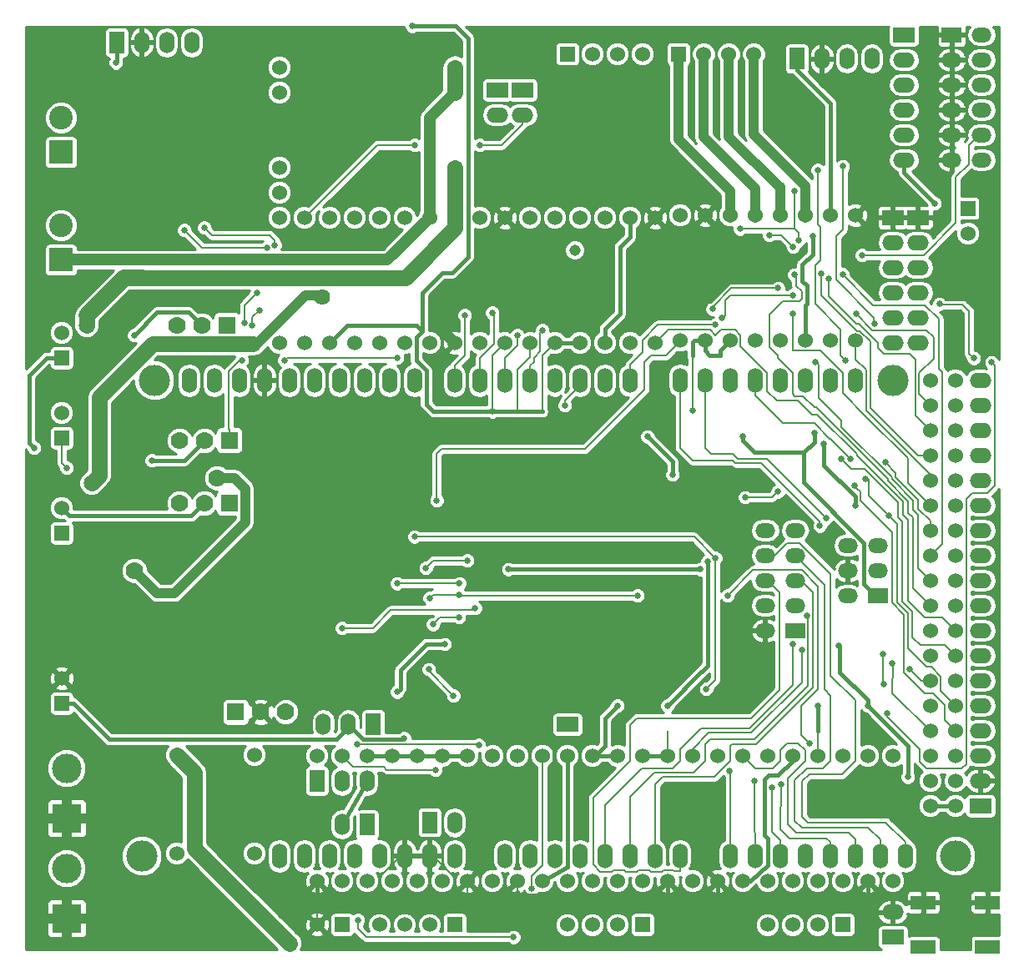
<source format=gbl>
G04 #@! TF.FileFunction,Copper,L2,Bot,Signal*
%FSLAX46Y46*%
G04 Gerber Fmt 4.6, Leading zero omitted, Abs format (unit mm)*
G04 Created by KiCad (PCBNEW 4.0.4+dfsg1-stable) date Mon May  8 08:59:06 2017*
%MOMM*%
%LPD*%
G01*
G04 APERTURE LIST*
%ADD10C,0.150000*%
%ADD11R,1.524000X2.199640*%
%ADD12O,1.524000X2.199640*%
%ADD13C,1.524000*%
%ADD14C,2.400000*%
%ADD15R,2.400000X2.400000*%
%ADD16R,1.998980X1.524000*%
%ADD17O,1.998980X1.524000*%
%ADD18R,2.199640X1.524000*%
%ADD19O,2.199640X1.524000*%
%ADD20R,1.524000X1.524000*%
%ADD21R,2.999740X2.999740*%
%ADD22C,2.999740*%
%ADD23C,1.778000*%
%ADD24R,1.778000X1.778000*%
%ADD25O,1.524000X2.540000*%
%ADD26C,3.175000*%
%ADD27R,2.499360X1.397000*%
%ADD28C,1.143000*%
%ADD29C,0.635000*%
%ADD30C,1.625600*%
%ADD31C,0.203200*%
%ADD32C,0.406400*%
%ADD33C,1.016000*%
%ADD34C,1.600200*%
%ADD35C,0.762000*%
%ADD36C,1.143000*%
%ADD37C,1.651000*%
%ADD38C,2.286000*%
%ADD39C,1.625600*%
%ADD40C,0.254000*%
G04 APERTURE END LIST*
D10*
D11*
X78905100Y91059000D03*
D12*
X81445100Y91059000D03*
X83985100Y91059000D03*
X86525100Y91059000D03*
D13*
X26416000Y77470000D03*
X26416000Y80010000D03*
X26416000Y87630000D03*
X26416000Y90170000D03*
X44196000Y90170000D03*
X44196000Y87630000D03*
X44196000Y80010000D03*
X44196000Y77470000D03*
X68326000Y20320000D03*
X65786000Y20320000D03*
X63246000Y20320000D03*
X60706000Y20320000D03*
X58166000Y20320000D03*
X55626000Y20320000D03*
X53086000Y20320000D03*
X50546000Y20320000D03*
X50546000Y7620000D03*
X53086000Y7620000D03*
X55626000Y7620000D03*
X58166000Y7620000D03*
X60706000Y7620000D03*
X63246000Y7620000D03*
X65786000Y7620000D03*
X68326000Y7620000D03*
D14*
X4256000Y85062000D03*
D15*
X4256000Y81562000D03*
D14*
X4256000Y74140000D03*
D15*
X4256000Y70640000D03*
D16*
X87116920Y36576000D03*
D17*
X84079080Y36576000D03*
X87116920Y39116000D03*
X84079080Y39116000D03*
X87116920Y41656000D03*
X84079080Y41656000D03*
D18*
X51054000Y87884000D03*
D19*
X51054000Y85344000D03*
D18*
X48514000Y87884000D03*
D19*
X48514000Y85344000D03*
D11*
X41650920Y13558520D03*
D12*
X44190920Y13558520D03*
D11*
X30226000Y17780000D03*
D12*
X32766000Y17780000D03*
X35306000Y17780000D03*
D11*
X35941000Y23495000D03*
D12*
X33401000Y23495000D03*
X30861000Y23495000D03*
D11*
X35306000Y13335000D03*
D12*
X32766000Y13335000D03*
D20*
X4318000Y60706000D03*
D13*
X4318000Y63246000D03*
D20*
X4318000Y52578000D03*
D13*
X4318000Y55118000D03*
X26416000Y62230000D03*
X28956000Y62230000D03*
X31496000Y62230000D03*
X34036000Y62230000D03*
X36576000Y62230000D03*
X39116000Y62230000D03*
X41656000Y62230000D03*
X44196000Y62230000D03*
X44196000Y74930000D03*
X41656000Y74930000D03*
X39116000Y74930000D03*
X36576000Y74930000D03*
X34036000Y74930000D03*
X31496000Y74930000D03*
X28956000Y74930000D03*
X26416000Y74930000D03*
D20*
X4318000Y42926000D03*
D13*
X4318000Y45466000D03*
D18*
X88646000Y74930000D03*
D19*
X88646000Y72390000D03*
X88646000Y69850000D03*
X88646000Y67310000D03*
X88646000Y64770000D03*
X88646000Y62230000D03*
D11*
X9906000Y92710000D03*
D12*
X12446000Y92710000D03*
X14986000Y92710000D03*
X17526000Y92710000D03*
D18*
X88646000Y1905000D03*
D19*
X88646000Y4445000D03*
D18*
X55626000Y23495000D03*
D20*
X4318000Y25654000D03*
D13*
X4318000Y28194000D03*
D21*
X4826000Y13970000D03*
D22*
X4826000Y19050000D03*
D21*
X4826000Y3810000D03*
D22*
X4826000Y8890000D03*
D20*
X44196000Y3175000D03*
D13*
X41656000Y3175000D03*
X39116000Y3175000D03*
X36576000Y3175000D03*
D20*
X63246000Y3175000D03*
D13*
X60706000Y3175000D03*
X58166000Y3175000D03*
X55626000Y3175000D03*
D20*
X83566000Y3175000D03*
D13*
X81026000Y3175000D03*
X78486000Y3175000D03*
X75946000Y3175000D03*
D20*
X55626000Y91541600D03*
D13*
X58166000Y91541600D03*
X60706000Y91541600D03*
X63246000Y91541600D03*
D18*
X97536000Y15240000D03*
D19*
X97536000Y17780000D03*
X97536000Y20320000D03*
X97536000Y22860000D03*
X97536000Y25400000D03*
X97536000Y27940000D03*
X97536000Y30480000D03*
X97536000Y33020000D03*
X97536000Y35560000D03*
X97536000Y38100000D03*
X97536000Y40640000D03*
X97536000Y43180000D03*
X97536000Y45720000D03*
X97536000Y48260000D03*
X97536000Y50800000D03*
X97536000Y53340000D03*
X97536000Y55880000D03*
X97536000Y58420000D03*
D16*
X78734920Y33020000D03*
D17*
X75697080Y33020000D03*
X78734920Y35560000D03*
X75697080Y35560000D03*
X78734920Y38100000D03*
X75697080Y38100000D03*
X78734920Y40640000D03*
X75697080Y40640000D03*
X78734920Y43180000D03*
X75697080Y43180000D03*
D18*
X91186000Y74930000D03*
D19*
X91186000Y72390000D03*
X91186000Y69850000D03*
X91186000Y67310000D03*
X91186000Y64770000D03*
X91186000Y62230000D03*
D20*
X66903600Y91541600D03*
D13*
X69443600Y91541600D03*
X71983600Y91541600D03*
X74523600Y91541600D03*
D20*
X32766000Y3175000D03*
D13*
X30226000Y3175000D03*
D20*
X96243140Y75869800D03*
D13*
X96243140Y73329800D03*
D18*
X89789000Y93472000D03*
D19*
X89789000Y90932000D03*
X89789000Y88392000D03*
X89789000Y85852000D03*
X89789000Y83312000D03*
X89789000Y80772000D03*
D16*
X94620080Y93472000D03*
D17*
X97657920Y93472000D03*
X94620080Y90932000D03*
X97657920Y90932000D03*
X94620080Y88392000D03*
X97657920Y88392000D03*
X94620080Y85852000D03*
X97657920Y85852000D03*
X94620080Y83312000D03*
X97657920Y83312000D03*
X94620080Y80772000D03*
X97657920Y80772000D03*
D23*
X18796000Y45974000D03*
X16256000Y45974000D03*
D24*
X21336000Y45974000D03*
D23*
X18542000Y64008000D03*
X16002000Y64008000D03*
D24*
X21082000Y64008000D03*
D23*
X18796000Y52324000D03*
X16256000Y52324000D03*
D24*
X21336000Y52324000D03*
D25*
X67056000Y58420000D03*
X69596000Y58420000D03*
X72136000Y58420000D03*
X74676000Y58420000D03*
X77216000Y58420000D03*
X79756000Y58420000D03*
X82296000Y58420000D03*
X84836000Y58420000D03*
X89916000Y10160000D03*
X87376000Y10160000D03*
X84836000Y10160000D03*
X82296000Y10160000D03*
X72136000Y10160000D03*
X67056000Y10160000D03*
X64516000Y10160000D03*
X74676000Y10160000D03*
X77216000Y10160000D03*
X79756000Y10160000D03*
X61976000Y10160000D03*
X59436000Y10160000D03*
X56896000Y10160000D03*
X49276000Y10160000D03*
X51816000Y10160000D03*
X54356000Y10160000D03*
X44196000Y10160000D03*
X41656000Y10160000D03*
X39116000Y10160000D03*
X34036000Y10160000D03*
X31496000Y10160000D03*
X61976000Y58420000D03*
X59436000Y58420000D03*
X56896000Y58420000D03*
X54356000Y58420000D03*
X51816000Y58420000D03*
X49276000Y58420000D03*
X46736000Y58420000D03*
X44196000Y58420000D03*
X40132000Y58420000D03*
X37592000Y58420000D03*
X35052000Y58420000D03*
X32512000Y58420000D03*
X29972000Y58420000D03*
X27432000Y58420000D03*
X24892000Y58420000D03*
X22352000Y58420000D03*
X36576000Y10160000D03*
D26*
X94996000Y10160000D03*
X88646000Y58420000D03*
X13716000Y58420000D03*
X12446000Y10160000D03*
D13*
X92456000Y55880000D03*
X94996000Y55880000D03*
X92456000Y53340000D03*
X94996000Y53340000D03*
X92456000Y50800000D03*
X94996000Y50800000D03*
X92456000Y48260000D03*
X94996000Y48260000D03*
X92456000Y58420000D03*
X94996000Y58420000D03*
X94996000Y45720000D03*
X92456000Y45720000D03*
X92456000Y43180000D03*
X94996000Y43180000D03*
X92456000Y40640000D03*
X94996000Y40640000D03*
X92456000Y38100000D03*
X94996000Y38100000D03*
X92456000Y35560000D03*
X94996000Y35560000D03*
X92456000Y33020000D03*
X94996000Y33020000D03*
X92456000Y30480000D03*
X94996000Y30480000D03*
X92456000Y27940000D03*
X94996000Y27940000D03*
X92456000Y25400000D03*
X94996000Y25400000D03*
X92456000Y22860000D03*
X94996000Y22860000D03*
X92456000Y20320000D03*
X94996000Y20320000D03*
X92456000Y17780000D03*
X94996000Y17780000D03*
X92456000Y15240000D03*
X94996000Y15240000D03*
D25*
X19812000Y58420000D03*
X17272000Y58420000D03*
X28956000Y10160000D03*
X26416000Y10160000D03*
D27*
X91747340Y924560D03*
X91747340Y5425440D03*
X98247200Y924560D03*
X98247200Y5425440D03*
D23*
X24511000Y24765000D03*
X27051000Y24765000D03*
D24*
X21971000Y24765000D03*
D13*
X48006000Y20320000D03*
X45466000Y20320000D03*
X42926000Y20320000D03*
X40386000Y20320000D03*
X37846000Y20320000D03*
X35306000Y20320000D03*
X32766000Y20320000D03*
X30226000Y20320000D03*
X30226000Y7620000D03*
X32766000Y7620000D03*
X35306000Y7620000D03*
X37846000Y7620000D03*
X40386000Y7620000D03*
X42926000Y7620000D03*
X45466000Y7620000D03*
X48006000Y7620000D03*
X88646000Y20320000D03*
X86106000Y20320000D03*
X83566000Y20320000D03*
X81026000Y20320000D03*
X78486000Y20320000D03*
X75946000Y20320000D03*
X73406000Y20320000D03*
X70866000Y20320000D03*
X70866000Y7620000D03*
X73406000Y7620000D03*
X75946000Y7620000D03*
X78486000Y7620000D03*
X81026000Y7620000D03*
X83566000Y7620000D03*
X86106000Y7620000D03*
X88646000Y7620000D03*
X46736000Y62230000D03*
X49276000Y62230000D03*
X51816000Y62230000D03*
X54356000Y62230000D03*
X56896000Y62230000D03*
X59436000Y62230000D03*
X61976000Y62230000D03*
X64516000Y62230000D03*
X64516000Y74930000D03*
X61976000Y74930000D03*
X59436000Y74930000D03*
X56896000Y74930000D03*
X54356000Y74930000D03*
X51816000Y74930000D03*
X49276000Y74930000D03*
X46736000Y74930000D03*
X67056000Y62484000D03*
X69596000Y62484000D03*
X72136000Y62484000D03*
X74676000Y62484000D03*
X77216000Y62484000D03*
X79756000Y62484000D03*
X82296000Y62484000D03*
X84836000Y62484000D03*
X84836000Y75184000D03*
X82296000Y75184000D03*
X79756000Y75184000D03*
X77216000Y75184000D03*
X74676000Y75184000D03*
X72136000Y75184000D03*
X69596000Y75184000D03*
X67056000Y75184000D03*
X23876000Y10414000D03*
X23876000Y20414000D03*
X16002000Y10414000D03*
X16002000Y20414000D03*
D28*
X56388000Y71628000D03*
D29*
X39077381Y22095214D03*
X68326000Y55372000D03*
X81026000Y25400000D03*
X90170000Y18161000D03*
X39865300Y94373700D03*
X63754000Y52705000D03*
X66294000Y48851550D03*
X73406000Y52705000D03*
X65786000Y25400000D03*
X60706000Y25400000D03*
X86106000Y25400000D03*
X48006000Y55245000D03*
X80667860Y53025040D03*
X80518000Y73075800D03*
X83185000Y31496000D03*
X69850000Y40005000D03*
X9829800Y90652600D03*
D30*
X30734000Y66903600D03*
X27432000Y1270000D03*
X7366000Y48006000D03*
D29*
X44640501Y34353499D03*
X41998900Y33655000D03*
X42367200Y46228000D03*
X26924000Y60452000D03*
X38354000Y60706000D03*
X32766000Y33274000D03*
X46259593Y35303522D03*
X50165000Y1905000D03*
X34366200Y3657600D03*
X44678900Y37794900D03*
X38346000Y37794900D03*
X41571600Y29089300D03*
X44069000Y26416000D03*
X45466000Y40132000D03*
X41263102Y39370000D03*
X79400400Y31013400D03*
X62738000Y36576000D03*
X71882000Y36576000D03*
X44640501Y36639499D03*
X41656000Y36322000D03*
X80197000Y21589500D03*
X78486000Y31628080D03*
X79946500Y34544000D03*
X87904400Y50081300D03*
X83413600Y50444400D03*
X88257380Y44704000D03*
X85852000Y48387000D03*
X73660000Y46545500D03*
X76962000Y47104300D03*
X84745895Y47722855D03*
X80822800Y60248800D03*
X87680800Y30632400D03*
X87731600Y27584400D03*
X49657000Y39243000D03*
X84836000Y45720000D03*
X43180000Y31648400D03*
X81661000Y51943000D03*
X92887800Y76377800D03*
X69088000Y39243000D03*
X38354000Y26797000D03*
D28*
X82804000Y16002000D03*
X85344000Y84582000D03*
X78740000Y84328000D03*
D29*
X54566820Y15240000D03*
X51435000Y23622000D03*
D28*
X36068000Y51308000D03*
X67056000Y78232000D03*
X37084000Y72898000D03*
X52661820Y69850000D03*
X20701000Y91122500D03*
D29*
X68116000Y26360000D03*
X73908300Y71361600D03*
X45466000Y52501800D03*
D28*
X98171000Y12115800D03*
X64262000Y54864000D03*
X51435000Y23622000D03*
D29*
X86801960Y64142620D03*
X83566000Y80137000D03*
X83820000Y60452000D03*
X81026000Y79756000D03*
X70650298Y64046426D03*
X96850200Y60655200D03*
X93370400Y66167000D03*
X84353400Y50419000D03*
X81889600Y44424600D03*
X81229200Y43662600D03*
X78486000Y65151000D03*
X84927440Y65135760D03*
X46634400Y21412200D03*
X34290000Y21463000D03*
X72083800Y18759700D03*
X88569800Y29718000D03*
X42240200Y18897600D03*
X74578200Y17719400D03*
X78638400Y69138800D03*
X82169000Y68707000D03*
X76377800Y17073880D03*
X52044600Y6832600D03*
X83552200Y69159200D03*
X81407000Y69215000D03*
X77292200Y17424400D03*
X90380200Y29144700D03*
D23*
X11706860Y39116000D03*
X20066000Y48514000D03*
D29*
X23647702Y70640000D03*
D30*
X6858000Y64008000D03*
D29*
X15494000Y68834000D03*
D30*
X12446000Y68834000D03*
D29*
X1524000Y51562000D03*
X11684000Y62992000D03*
X13462000Y50292000D03*
X4826000Y49530000D03*
X70637400Y40386000D03*
X40116760Y42545000D03*
X69710800Y27082800D03*
X46736000Y82296000D03*
X40132000Y82296000D03*
X55372000Y55880000D03*
X53086000Y63500000D03*
X50546000Y62992000D03*
X24384000Y65532000D03*
X23667730Y63962270D03*
X48006000Y65278000D03*
X18796000Y73914000D03*
X25941188Y72147062D03*
X45212000Y65024000D03*
X16764000Y73660000D03*
X25146000Y71882000D03*
X24130000Y67310000D03*
X22860000Y64262000D03*
X22606000Y60452000D03*
X98653600Y60248800D03*
X88061800Y24638000D03*
X73152000Y73787000D03*
X79095600Y72644000D03*
X78655800Y77614400D03*
X76099600Y73159900D03*
X78536800Y71983600D03*
X70358000Y65641220D03*
X77021033Y67758967D03*
X85509100Y71120000D03*
X78486000Y67056000D03*
X71315767Y64711767D03*
D31*
X56890920Y10165080D02*
X56896000Y10160000D01*
D32*
X33401000Y23495000D02*
X34907221Y21988779D01*
X38970946Y21988779D02*
X39077381Y22095214D01*
X34907221Y21988779D02*
X38970946Y21988779D01*
X4318000Y25654000D02*
X5486400Y25654000D01*
X5486400Y25654000D02*
X9151630Y21988770D01*
X33401000Y23157180D02*
X33401000Y23495000D01*
X9151630Y21988770D02*
X32232590Y21988770D01*
X32232590Y21988770D02*
X33401000Y23157180D01*
X79578200Y51079400D02*
X79578200Y48046751D01*
X79578200Y48046751D02*
X85711020Y41913931D01*
X85711020Y41913931D02*
X85711020Y37732980D01*
X85711020Y37732980D02*
X86868000Y36576000D01*
X90170000Y18161000D02*
X90168700Y18162300D01*
X90168700Y18162300D02*
X90168700Y21337300D01*
X90168700Y21337300D02*
X86106000Y25400000D01*
X71120000Y60960000D02*
X71120000Y61468000D01*
X71120000Y61468000D02*
X72136000Y62484000D01*
X70866000Y60960000D02*
X71120000Y60960000D01*
X69596000Y62484000D02*
X69596000Y61406370D01*
X69596000Y61406370D02*
X70042370Y60960000D01*
X70042370Y60960000D02*
X70866000Y60960000D01*
X81026000Y22860000D02*
X81026000Y25400000D01*
X69596000Y62484000D02*
X68518370Y62484000D01*
X68518370Y62484000D02*
X68326000Y62291630D01*
X68326000Y62291630D02*
X68326000Y60960000D01*
X39865300Y94373700D02*
X44310300Y94373700D01*
X44310300Y94373700D02*
X45567599Y93116401D01*
X45567599Y93116401D02*
X45567599Y70967599D01*
X45567599Y70967599D02*
X43942000Y69342000D01*
X43942000Y69342000D02*
X42926000Y69342000D01*
X42926000Y69342000D02*
X40894000Y67310000D01*
X40894000Y67310000D02*
X40894000Y63400432D01*
X41300410Y55981590D02*
X42037000Y55245000D01*
X42037000Y55245000D02*
X44398900Y55245000D01*
X41300410Y59411971D02*
X41300410Y55981590D01*
X54356000Y62230000D02*
X56896000Y62230000D01*
X44398900Y55245000D02*
X48006000Y55245000D01*
X31496000Y62230000D02*
X33274000Y64008000D01*
X33274000Y64008000D02*
X40286432Y64008000D01*
X40286432Y64008000D02*
X40894000Y63400432D01*
X41300410Y59411971D02*
X40284401Y60427980D01*
X40284401Y60427980D02*
X40284401Y62790833D01*
X40284401Y62790833D02*
X40894000Y63400432D01*
X42926000Y20320000D02*
X45466000Y20320000D01*
X40386000Y20320000D02*
X42926000Y20320000D01*
X37846000Y20320000D02*
X40386000Y20320000D01*
X66294000Y48851550D02*
X66294000Y50165000D01*
X66294000Y50165000D02*
X63754000Y52705000D01*
X73406000Y52324000D02*
X73406000Y52705000D01*
X63246000Y20320000D02*
X65786000Y20320000D01*
X60706000Y20320000D02*
X58166000Y20320000D01*
X69215000Y28854400D02*
X69215000Y28829000D01*
X69215000Y28829000D02*
X65786000Y25400000D01*
X50546000Y55245000D02*
X53086000Y55245000D01*
X48006000Y55245000D02*
X48455012Y55245000D01*
X48455012Y55245000D02*
X50546000Y55245000D01*
X82296000Y86532720D02*
X78905100Y89923620D01*
X78905100Y89923620D02*
X78905100Y91059000D01*
X82296000Y74930000D02*
X82296000Y86532720D01*
X60960000Y71958200D02*
X61976000Y72974200D01*
X60960000Y65178940D02*
X60960000Y71958200D01*
X61976000Y72974200D02*
X61976000Y74930000D01*
X59436000Y63654940D02*
X60960000Y65178940D01*
X59436000Y62230000D02*
X59436000Y63654940D01*
X79756000Y65989200D02*
X79921100Y66154300D01*
X79921100Y67360800D02*
X79921100Y67398124D01*
X79921100Y66154300D02*
X79921100Y67360800D01*
X79756000Y62230000D02*
X79756000Y65989200D01*
X73406000Y52324000D02*
X74650600Y51079400D01*
X74650600Y51079400D02*
X79578200Y51079400D01*
X79578200Y51079400D02*
X80667860Y52169060D01*
X80667860Y52169060D02*
X80667860Y53025040D01*
X79921100Y68033900D02*
X79451200Y68503800D01*
X79451200Y68503800D02*
X79451200Y70154800D01*
X79921100Y67360800D02*
X79921100Y68033900D01*
X79451200Y70126860D02*
X79451200Y70154800D01*
X80517800Y71193460D02*
X80518000Y73075800D01*
X79451200Y70126860D02*
X80517800Y71193460D01*
X83261200Y31419800D02*
X83185000Y31496000D01*
X86106000Y25933400D02*
X86106000Y25400000D01*
X86106000Y25933400D02*
X83261200Y28778200D01*
X83261200Y28778200D02*
X83261200Y31419800D01*
X55626000Y9017000D02*
X53848000Y8001000D01*
X53848000Y8001000D02*
X53086000Y7620000D01*
X55626000Y20320000D02*
X55626000Y9237980D01*
X55626000Y9237980D02*
X55626000Y9017000D01*
X73736200Y7620000D02*
X73406000Y7620000D01*
X74168000Y7620000D02*
X73406000Y7620000D01*
X75971400Y9245600D02*
X75082400Y8432800D01*
X75971400Y9245600D02*
X75971400Y11887200D01*
X75971400Y11887200D02*
X75615800Y12242800D01*
X75615800Y12242800D02*
X75615800Y17932400D01*
X75615800Y17932400D02*
X76022200Y18338800D01*
X76022200Y18338800D02*
X77012800Y18338800D01*
X77012800Y18338800D02*
X78486000Y19812000D01*
X78486000Y20320000D02*
X78486000Y19812000D01*
X75082400Y8432800D02*
X74168000Y7620000D01*
X69215000Y28854400D02*
X69240400Y28854400D01*
X65786000Y25400000D02*
X65786000Y25425400D01*
X69850000Y29464000D02*
X69850000Y40005000D01*
X69240400Y28854400D02*
X69850000Y29464000D01*
X58420000Y20320000D02*
X59436000Y21336000D01*
X59436000Y21336000D02*
X59436000Y24130000D01*
X59436000Y24130000D02*
X60706000Y25400000D01*
X58166000Y20320000D02*
X58420000Y20320000D01*
X35306000Y20320000D02*
X37846000Y20320000D01*
X9829800Y90652600D02*
X9906000Y90728800D01*
X9906000Y90728800D02*
X9906000Y92710000D01*
D31*
X65786000Y22860000D02*
X65786000Y20320000D01*
X51816000Y60759340D02*
X50546000Y59489340D01*
X50546000Y59489340D02*
X50546000Y55245000D01*
X51816000Y62230000D02*
X51816000Y60759340D01*
X53086000Y55245000D02*
X53086000Y60960000D01*
X53086000Y60960000D02*
X54356000Y62230000D01*
X48006000Y60960000D02*
X49276000Y62230000D01*
X48006000Y55245000D02*
X48006000Y60960000D01*
X68326000Y55245000D02*
X68326000Y60960000D01*
X81026000Y22860000D02*
X81026000Y20320000D01*
D33*
X29061662Y67056000D02*
X30581600Y67056000D01*
X30581600Y67056000D02*
X30734000Y66903600D01*
X29061662Y67056000D02*
X24121361Y62115699D01*
X24121361Y62115699D02*
X23761699Y62115699D01*
D34*
X7366000Y48006000D02*
X8128000Y48768000D01*
X8128000Y48768000D02*
X8128000Y56666386D01*
X8128000Y56666386D02*
X13577313Y62115699D01*
X13577313Y62115699D02*
X23761699Y62115699D01*
X16002000Y20414000D02*
X17767301Y18648699D01*
X17767301Y18648699D02*
X17767301Y10934699D01*
X17767301Y10934699D02*
X27432000Y1270000D01*
D31*
X41998900Y33655000D02*
X42697399Y34353499D01*
X42697399Y34353499D02*
X44640501Y34353499D01*
X42367200Y46228000D02*
X42367200Y50977800D01*
X65659000Y60960000D02*
X66929000Y62230000D01*
X42367200Y50977800D02*
X42824400Y51435000D01*
X42824400Y51435000D02*
X57404000Y51435000D01*
X57404000Y51435000D02*
X63449200Y57480200D01*
X66929000Y62230000D02*
X67056000Y62230000D01*
X63449200Y57480200D02*
X63449200Y60274200D01*
X63449200Y60274200D02*
X64135000Y60960000D01*
X64135000Y60960000D02*
X65659000Y60960000D01*
X42402760Y46263560D02*
X42367200Y46228000D01*
X38354000Y60706000D02*
X27178000Y60706000D01*
X27178000Y60706000D02*
X26924000Y60452000D01*
X32766000Y33274000D02*
X35882201Y33274000D01*
X35882201Y33274000D02*
X37723700Y35115499D01*
X37909499Y35115499D02*
X37723700Y35115499D01*
X37723700Y35115499D02*
X46071570Y35115499D01*
X46071570Y35115499D02*
X46259593Y35303522D01*
D32*
X35941000Y23495000D02*
X35941000Y24231600D01*
D31*
X35306000Y1905000D02*
X35204400Y1905000D01*
X50165000Y1905000D02*
X35306000Y1905000D01*
X34366200Y2743200D02*
X34366200Y3657600D01*
X35204400Y1905000D02*
X34366200Y2743200D01*
D33*
X71983600Y83159600D02*
X77136550Y78006650D01*
X77136550Y78006650D02*
X77218656Y78006650D01*
X71983600Y91541600D02*
X71983600Y83159600D01*
D35*
X77216000Y75057000D02*
X77216000Y74930000D01*
D33*
X77218656Y78006650D02*
X77216000Y74930000D01*
D35*
X71983600Y91541600D02*
X71983600Y91414600D01*
D33*
X74523600Y91541600D02*
X74523600Y83371404D01*
X74523600Y83371404D02*
X79757830Y78137174D01*
X79757830Y78137174D02*
X79756000Y74930000D01*
X69443600Y83083400D02*
X74676000Y77851000D01*
X74676000Y77851000D02*
X74676000Y74930000D01*
X69443600Y91541600D02*
X69443600Y83083400D01*
X66903600Y82854800D02*
X72136000Y77622400D01*
X72136000Y77622400D02*
X72136000Y74930000D01*
X66903600Y91541600D02*
X66903600Y82854800D01*
D31*
X38346000Y37794900D02*
X44678900Y37794900D01*
X44069000Y26416000D02*
X41571600Y28913400D01*
X41571600Y28913400D02*
X41571600Y29089300D01*
X42025102Y40132000D02*
X45466000Y40132000D01*
X41263102Y39370000D02*
X42025102Y40132000D01*
X68326000Y21005800D02*
X69951600Y22631400D01*
X69951600Y22631400D02*
X74295000Y22631400D01*
X74295000Y22631400D02*
X79400400Y27736800D01*
X79400400Y27736800D02*
X79400400Y31013400D01*
X68326000Y20320000D02*
X68326000Y21005800D01*
X62738000Y36576000D02*
X44704000Y36576000D01*
X44704000Y36576000D02*
X44640501Y36639499D01*
X75424083Y39166810D02*
X74472810Y39166810D01*
X74472810Y39166810D02*
X71882000Y36576000D01*
X75424083Y39166810D02*
X79414297Y39166810D01*
X79414297Y39166810D02*
X81051400Y37529707D01*
X81051400Y37529707D02*
X81051400Y27101800D01*
X81051400Y27101800D02*
X79355300Y25405700D01*
X79355300Y25405700D02*
X79355300Y22431200D01*
X79355300Y22431200D02*
X80197000Y21589500D01*
X41656000Y36322000D02*
X41973499Y36639499D01*
X41973499Y36639499D02*
X44640501Y36639499D01*
X74091800Y23088600D02*
X78486000Y27482800D01*
X78486000Y31628080D02*
X78486000Y27482800D01*
X67056000Y20980400D02*
X69164200Y23088600D01*
X69164200Y23088600D02*
X74091800Y23088600D01*
X66319400Y19050000D02*
X67056000Y19786600D01*
X67056000Y19786600D02*
X67056000Y20878800D01*
X59436000Y15341600D02*
X59436000Y10160000D01*
X59436000Y15341600D02*
X63144400Y19050000D01*
X63144400Y19050000D02*
X66319400Y19050000D01*
X67056000Y20878800D02*
X67056000Y20980400D01*
X74599800Y21971000D02*
X79044800Y26416000D01*
X79044800Y26416000D02*
X80086200Y27457400D01*
X79946500Y34544000D02*
X80060809Y34429691D01*
X80060809Y34429691D02*
X80060809Y27432009D01*
X80060809Y27432009D02*
X79044800Y26416000D01*
X69601080Y21468080D02*
X70104000Y21971000D01*
X70104000Y21971000D02*
X74599800Y21971000D01*
X61976000Y10160000D02*
X61976000Y16129000D01*
X68445380Y18638520D02*
X69601080Y19794220D01*
X64485520Y18638520D02*
X68445380Y18638520D01*
X61976000Y16129000D02*
X64485520Y18638520D01*
X69601080Y19794220D02*
X69601080Y21468080D01*
X64516000Y17421858D02*
X65308482Y18214340D01*
X65308482Y18214340D02*
X70568820Y18214340D01*
X70568820Y18214340D02*
X72133460Y19778980D01*
X72133460Y19778980D02*
X72133460Y21333460D01*
X64516000Y10160000D02*
X64516000Y17421858D01*
X79375000Y38100000D02*
X80568800Y36906200D01*
X80568800Y36906200D02*
X80568800Y27279600D01*
X80568800Y27279600D02*
X74777600Y21488400D01*
X74777600Y21488400D02*
X72288400Y21488400D01*
X72288400Y21488400D02*
X72133460Y21333460D01*
X78486000Y38100000D02*
X79375000Y38100000D01*
X75893200Y38100000D02*
X75946000Y38100000D01*
X58239660Y9273540D02*
X58239660Y16050260D01*
X67056000Y8584900D02*
X66492100Y8584900D01*
X66492100Y8584900D02*
X66335700Y8741300D01*
X66335700Y8741300D02*
X65398100Y8741300D01*
X65398100Y8741300D02*
X65216700Y8559900D01*
X65216700Y8559900D02*
X64098900Y8559900D01*
X64098900Y8559900D02*
X63946700Y8712100D01*
X63946700Y8712100D02*
X62828900Y8712100D01*
X62828900Y8712100D02*
X62676700Y8559900D01*
X62676700Y8559900D02*
X61558900Y8559900D01*
X61558900Y8559900D02*
X61406700Y8712100D01*
X61406700Y8712100D02*
X60288900Y8712100D01*
X60288900Y8712100D02*
X60115900Y8539100D01*
X60115900Y8539100D02*
X58974100Y8539100D01*
X58974100Y8539100D02*
X58239660Y9273540D01*
X67056000Y8584900D02*
X67056000Y10160000D01*
X69418200Y24131620D02*
X69445220Y24131620D01*
X62701520Y24131620D02*
X69418200Y24131620D01*
X61976000Y23406100D02*
X62701520Y24131620D01*
X61976000Y19786600D02*
X61976000Y23406100D01*
X58239660Y16050260D02*
X61976000Y19786600D01*
X77165200Y36880800D02*
X75946000Y38100000D01*
X69418200Y24131620D02*
X74271220Y24131620D01*
X77165200Y31851600D02*
X77165200Y33959800D01*
X77165200Y27025600D02*
X77165200Y31851600D01*
X74271220Y24131620D02*
X77165200Y27025600D01*
X77165200Y33959800D02*
X77165200Y36880800D01*
X78745080Y40640000D02*
X81714898Y37670182D01*
X81714898Y37670182D02*
X81711903Y27036567D01*
X81711903Y27036567D02*
X82296000Y26427075D01*
X82296000Y26427075D02*
X82296000Y19761200D01*
X82296000Y19761200D02*
X81584800Y19050000D01*
X81584800Y19050000D02*
X79908400Y19050000D01*
X79908400Y19050000D02*
X78714600Y17856200D01*
X78714600Y17856200D02*
X78714600Y13733780D01*
X78714600Y13733780D02*
X79413100Y13035280D01*
X79413100Y13035280D02*
X86151720Y13035280D01*
X86151720Y13035280D02*
X87376000Y11811000D01*
X87376000Y11811000D02*
X87376000Y10160000D01*
X78486000Y40640000D02*
X78745080Y40640000D01*
X75946000Y40640000D02*
X76682600Y40640000D01*
X79211107Y41910000D02*
X82324500Y38796607D01*
X89916000Y11582400D02*
X89916000Y10160000D01*
X76682600Y40640000D02*
X77952600Y41910000D01*
X84836000Y25958800D02*
X84836000Y19761200D01*
X77952600Y41910000D02*
X79211107Y41910000D01*
X80004920Y13563600D02*
X87934800Y13563600D01*
X82324500Y38796607D02*
X82324500Y28470300D01*
X82324500Y28470300D02*
X84836000Y25958800D01*
X84836000Y19761200D02*
X83515200Y18440400D01*
X83515200Y18440400D02*
X80162400Y18440400D01*
X79443580Y17721580D02*
X79443580Y14124940D01*
X80162400Y18440400D02*
X79443580Y17721580D01*
X79443580Y14124940D02*
X80004920Y13563600D01*
X87934800Y13563600D02*
X89916000Y11582400D01*
X92456000Y43180000D02*
X92456000Y44155360D01*
X92456000Y44155360D02*
X91236800Y45374560D01*
X91236800Y45374560D02*
X91236800Y46270200D01*
X91236800Y46270200D02*
X88950400Y48556600D01*
X88950400Y48556600D02*
X88950400Y49035300D01*
X88950400Y49035300D02*
X87904400Y50081300D01*
X94996000Y33020000D02*
X93666700Y34349300D01*
X84987200Y50949200D02*
X81000600Y54914800D01*
X93666700Y34349300D02*
X91868400Y34349300D01*
X91868400Y34349300D02*
X90147140Y36070560D01*
X84987200Y50794300D02*
X84987200Y50949200D01*
X89697400Y44748000D02*
X89697400Y46084100D01*
X90147140Y36070560D02*
X90147140Y44298260D01*
X73202801Y62996065D02*
X72648065Y63550801D01*
X90147140Y44298260D02*
X89697400Y44748000D01*
X80492600Y54914800D02*
X79019400Y56388000D01*
X89697400Y46084100D02*
X84987200Y50794300D01*
X81000600Y54914800D02*
X80492600Y54914800D01*
X79019400Y56388000D02*
X76860400Y56388000D01*
X76860400Y56388000D02*
X75920600Y57327800D01*
X75920600Y59192097D02*
X73202801Y61909896D01*
X75920600Y57327800D02*
X75920600Y59192097D01*
X73202801Y61909896D02*
X73202801Y62996065D01*
X72648065Y63550801D02*
X71217537Y63550801D01*
X65684400Y63398400D02*
X64516000Y62230000D01*
X71217537Y63550801D02*
X70662801Y62996065D01*
X65836801Y63550801D02*
X65684400Y63398400D01*
X70662801Y62996065D02*
X70108065Y63550801D01*
X70108065Y63550801D02*
X65836801Y63550801D01*
X85752960Y49453800D02*
X84404200Y49453800D01*
X89187020Y46019740D02*
X85752960Y49453800D01*
X89187020Y44536360D02*
X89187020Y46011880D01*
X89631520Y44091860D02*
X89187020Y44536360D01*
X89631520Y35958380D02*
X89631520Y44091860D01*
X90651300Y34938600D02*
X89631520Y35958380D01*
X90651300Y32341400D02*
X90651300Y34938600D01*
X91423200Y31569500D02*
X90651300Y32341400D01*
X93906500Y31569500D02*
X91423200Y31569500D01*
X93906500Y31569500D02*
X94996000Y30480000D01*
X89187020Y46011880D02*
X89187020Y46019740D01*
X84404200Y49453800D02*
X83413600Y50444400D01*
X86233000Y46728380D02*
X88257380Y44704000D01*
X88257380Y44704000D02*
X89115900Y43845480D01*
X86233000Y48387000D02*
X86233000Y46728380D01*
X86233000Y48387000D02*
X85852000Y48387000D01*
X89115900Y35846200D02*
X89115900Y43845480D01*
X90189200Y34772900D02*
X89115900Y35846200D01*
X90189200Y31199400D02*
X90189200Y34772900D01*
X92054300Y29334300D02*
X90189200Y31199400D01*
X92571900Y29334300D02*
X92054300Y29334300D01*
X93523200Y28383000D02*
X92571900Y29334300D01*
X93523200Y26872800D02*
X93523200Y28383000D01*
X94996000Y25400000D02*
X93523200Y26872800D01*
X88541900Y35844900D02*
X88541900Y43030100D01*
X88541900Y43030100D02*
X85344010Y46227990D01*
X85344010Y46227990D02*
X85344010Y47124740D01*
X85344010Y47124740D02*
X85063394Y47405356D01*
X85063394Y47405356D02*
X84745895Y47722855D01*
X76962000Y47104300D02*
X76403200Y46545500D01*
X76403200Y46545500D02*
X73660000Y46545500D01*
X88541900Y35844900D02*
X89757600Y34629200D01*
X89757600Y34629200D02*
X89757600Y28803600D01*
X89757600Y28803600D02*
X91891200Y26670000D01*
X91891200Y26670000D02*
X92696200Y26670000D01*
X92696200Y26670000D02*
X93894600Y25471600D01*
X93894600Y25471600D02*
X93894600Y23961400D01*
X93894600Y23961400D02*
X94996000Y22860000D01*
X85918900Y55381300D02*
X85928200Y55390600D01*
X85928200Y55390600D02*
X85928200Y59461400D01*
X85928200Y59461400D02*
X84836000Y60553600D01*
X84836000Y60553600D02*
X84836000Y61087000D01*
X84836000Y61087000D02*
X84836000Y62230000D01*
X92456000Y48853500D02*
X85928200Y55381300D01*
X92456000Y48260000D02*
X92456000Y48853500D01*
X85928200Y55381300D02*
X85918900Y55381300D01*
X83390740Y54353460D02*
X81102200Y56642000D01*
X81102200Y56642000D02*
X81102200Y59969400D01*
X81102200Y59969400D02*
X80822800Y60248800D01*
X92456000Y38100000D02*
X91178380Y39377620D01*
X91178380Y44800520D02*
X91178380Y39377620D01*
X90726260Y45252640D02*
X91178380Y44800520D01*
X90726260Y46205640D02*
X90726260Y45252640D01*
X88543700Y48388200D02*
X90726260Y46205640D01*
X88543700Y48545800D02*
X88543700Y48388200D01*
X83390740Y53698760D02*
X88543700Y48545800D01*
X83390740Y53698760D02*
X83390740Y54353460D01*
X87731600Y27584400D02*
X87680800Y27635200D01*
X87680800Y27635200D02*
X87731600Y27584400D01*
X87680800Y27635200D02*
X87680800Y30226000D01*
X87680800Y30632400D02*
X87680800Y30226000D01*
D32*
X89789000Y80772000D02*
X89789000Y79476600D01*
X89789000Y79476600D02*
X92887800Y76377800D01*
X38671499Y29019499D02*
X41300400Y31648400D01*
X41300400Y31648400D02*
X43180000Y31648400D01*
X38354000Y26797000D02*
X38671499Y27114499D01*
X38671499Y27114499D02*
X38671499Y29019499D01*
X69088000Y39243000D02*
X49657000Y39243000D01*
X84836000Y46609000D02*
X84836000Y45720000D01*
X35306000Y17780000D02*
X32766000Y13335000D01*
X81661000Y51943000D02*
X81661000Y49784000D01*
X81661000Y49784000D02*
X84836000Y46609000D01*
X94996000Y15240000D02*
X92456000Y15240000D01*
X94996000Y15240000D02*
X94996000Y15494000D01*
X51435000Y23622000D02*
X52243223Y23622000D01*
X52243223Y23622000D02*
X54254401Y21610822D01*
X54254401Y21610822D02*
X54254401Y15552419D01*
X54254401Y15552419D02*
X54566820Y15240000D01*
D36*
X44196000Y62230000D02*
X42595799Y63830201D01*
X46551568Y69850000D02*
X52661820Y69850000D01*
X42595799Y63830201D02*
X42595799Y65894231D01*
X42595799Y65894231D02*
X46551568Y69850000D01*
D31*
X68116000Y26360000D02*
X68772920Y26360000D01*
X69178121Y25990599D02*
X68790820Y26377900D01*
X72676000Y33020000D02*
X72676000Y28431542D01*
X72676000Y28431542D02*
X70235057Y25990599D01*
X70235057Y25990599D02*
X69178121Y25990599D01*
X75946000Y33020000D02*
X72676000Y33020000D01*
X92456000Y5494100D02*
X92524700Y5425400D01*
X39116000Y10135800D02*
X38755500Y10135800D01*
X39116000Y10160000D02*
X39116000Y10135800D01*
D36*
X30226000Y5715000D02*
X30226000Y5524500D01*
D31*
X45466000Y7703820D02*
X45466000Y7620000D01*
X42042080Y10160000D02*
X43644820Y8557260D01*
X41656000Y10160000D02*
X42042080Y10160000D01*
X39116000Y10160000D02*
X39116000Y14851380D01*
D32*
X41656000Y6342380D02*
X42473880Y5524500D01*
D31*
X41656000Y10160000D02*
X41656000Y6342380D01*
D32*
X39116000Y6263640D02*
X38376860Y5524500D01*
D31*
X39116000Y10160000D02*
X39116000Y6263640D01*
X38727380Y10160000D02*
X36576000Y8008620D01*
X36576000Y8008620D02*
X36576000Y5524500D01*
X39116000Y10160000D02*
X38727380Y10160000D01*
D32*
X73164400Y71361600D02*
X69596000Y74930000D01*
X73908300Y71361600D02*
X73164400Y71361600D01*
D31*
X30226000Y5715000D02*
X30226000Y3175000D01*
D37*
X65659000Y5461000D02*
X70866000Y5461000D01*
X50546000Y5461000D02*
X65659000Y5461000D01*
X49530000Y5461000D02*
X50546000Y5461000D01*
X45466000Y5461000D02*
X49530000Y5461000D01*
X44323000Y5461000D02*
X45466000Y5461000D01*
X30480000Y5461000D02*
X44323000Y5461000D01*
D31*
X44323000Y7620000D02*
X44323000Y5461000D01*
X44323000Y7874000D02*
X44323000Y7620000D01*
X42037000Y10160000D02*
X44323000Y7874000D01*
X41656000Y10160000D02*
X42037000Y10160000D01*
X39116000Y10160000D02*
X41656000Y10160000D01*
D32*
X50546000Y6477000D02*
X49530000Y5461000D01*
D31*
X50546000Y7620000D02*
X50546000Y6477000D01*
X45466000Y7620000D02*
X45466000Y5461000D01*
D32*
X30226000Y5715000D02*
X30480000Y5461000D01*
X30226000Y7620000D02*
X30226000Y5715000D01*
X65786000Y5588000D02*
X65659000Y5461000D01*
X65786000Y7620000D02*
X65786000Y5588000D01*
X70866000Y7620000D02*
X70866000Y5461000D01*
D37*
X86106000Y5461000D02*
X70866000Y5461000D01*
D32*
X86106000Y7620000D02*
X86106000Y5461000D01*
D38*
X8636000Y13970000D02*
X8636000Y16510000D01*
X8636000Y11430000D02*
X8636000Y13970000D01*
X8636000Y6350000D02*
X8636000Y11430000D01*
X8636000Y3810000D02*
X8636000Y6350000D01*
D33*
X4826000Y6350000D02*
X8636000Y6350000D01*
X4826000Y16510000D02*
X8636000Y16510000D01*
X4826000Y13970000D02*
X4826000Y16510000D01*
X8636000Y13970000D02*
X4826000Y13970000D01*
X4826000Y11430000D02*
X8636000Y11430000D01*
X4826000Y13970000D02*
X4826000Y11430000D01*
X8636000Y3810000D02*
X4826000Y3810000D01*
X4826000Y3810000D02*
X4826000Y6350000D01*
X4826000Y3810000D02*
X4826000Y1270000D01*
X4826000Y3810000D02*
X1651000Y3810000D01*
X4826000Y13970000D02*
X1651000Y13970000D01*
D31*
X83568540Y73741280D02*
X83568540Y80134460D01*
X86801960Y64142620D02*
X86756240Y64188340D01*
X86756240Y64188340D02*
X86756240Y64759840D01*
X86756240Y64759840D02*
X82887820Y68628260D01*
X82887820Y68628260D02*
X82887820Y73060560D01*
X82887820Y73060560D02*
X83568540Y73741280D01*
X83568540Y80134460D02*
X83566000Y80137000D01*
X83820000Y60452000D02*
X83362801Y60909199D01*
X83362801Y60909199D02*
X83362801Y63576199D01*
X83362801Y63576199D02*
X80772000Y66167000D01*
X81026000Y74203560D02*
X81026000Y79756000D01*
X81280000Y73949560D02*
X81026000Y74203560D01*
X80772000Y66167000D02*
X80772000Y70104000D01*
X80772000Y70104000D02*
X81280000Y70612000D01*
X81280000Y70612000D02*
X81280000Y73949560D01*
X70650298Y64046426D02*
X64808426Y64046426D01*
X64808426Y64046426D02*
X63259700Y62497700D01*
X63259700Y62497700D02*
X63246000Y62497700D01*
X63246000Y61265100D02*
X63246000Y62497700D01*
X61976000Y59995100D02*
X63246000Y61265100D01*
X61976000Y58420000D02*
X61976000Y59995100D01*
X96393000Y61112400D02*
X96850200Y60655200D01*
X96393000Y65405000D02*
X96393000Y61112400D01*
X95732600Y66065400D02*
X96393000Y65405000D01*
X93472000Y66065400D02*
X95732600Y66065400D01*
X93370400Y66167000D02*
X93472000Y66065400D01*
X82270600Y52476400D02*
X80670400Y54076600D01*
X82296000Y52476400D02*
X82270600Y52476400D01*
X82296000Y52476400D02*
X84353400Y50419000D01*
X74676000Y58420000D02*
X74676000Y56896000D01*
X77495400Y54076600D02*
X74676000Y56896000D01*
X80670400Y54076600D02*
X77495400Y54076600D01*
X69596000Y58420000D02*
X69596000Y56844900D01*
X69596000Y56844900D02*
X69596100Y56844900D01*
X69596100Y56844900D02*
X69596100Y51561900D01*
X69596100Y51561900D02*
X70231000Y50927000D01*
X70231000Y50927000D02*
X72440800Y50927000D01*
X72440800Y50927000D02*
X72898000Y50469800D01*
X72898000Y50469800D02*
X75844400Y50469800D01*
X75844400Y50469800D02*
X81889600Y44424600D01*
X81991200Y44500800D02*
X81915000Y44424600D01*
X81915000Y44424600D02*
X81889600Y44424600D01*
X67056000Y58420000D02*
X67056000Y51562000D01*
X67056000Y51562000D02*
X68326000Y50292000D01*
X68326000Y50292000D02*
X72440800Y50292000D01*
X72440800Y50292000D02*
X72694800Y50038000D01*
X72694800Y50038000D02*
X75302812Y50038000D01*
X75302812Y50038000D02*
X81229200Y44111612D01*
X81229200Y44111612D02*
X81229200Y43662600D01*
X78486000Y65151000D02*
X78486000Y61468000D01*
X83566000Y57099200D02*
X83566000Y59166697D01*
X83566000Y59166697D02*
X81315498Y61417199D01*
X81315498Y61417199D02*
X78536801Y61417199D01*
X78536801Y61417199D02*
X78486000Y61468000D01*
X85872373Y54792827D02*
X83566000Y57099200D01*
X90200220Y50498507D02*
X85905900Y54792827D01*
X90200220Y47975780D02*
X90200220Y50498507D01*
X92456000Y45720000D02*
X90200220Y47975780D01*
X85905900Y54792827D02*
X85872373Y54792827D01*
X84927440Y65135760D02*
X86563200Y63500000D01*
X86563200Y63500000D02*
X92062300Y63500000D01*
X92062300Y63500000D02*
X92798900Y62763400D01*
X92798900Y62763400D02*
X92798900Y60605738D01*
X92798900Y60605738D02*
X91329442Y59136280D01*
X91329442Y59136280D02*
X91329442Y57006558D01*
X91329442Y57006558D02*
X92456000Y55880000D01*
X46634400Y21412200D02*
X46558200Y21488400D01*
X46558200Y21488400D02*
X34290000Y21463000D01*
X72136000Y10160000D02*
X72136000Y18707500D01*
X72136000Y18707500D02*
X72083800Y18759700D01*
X88671400Y29616400D02*
X88569800Y29718000D01*
X92456000Y22860000D02*
X88621027Y26669559D01*
X88621027Y26669559D02*
X88671400Y29616400D01*
X42240200Y18897600D02*
X42113200Y19024600D01*
X74676000Y11735100D02*
X74578200Y13356900D01*
X74578200Y13356900D02*
X74578200Y17719400D01*
X74676000Y10160000D02*
X74676000Y11735100D01*
X33858200Y19227800D02*
X36982400Y19227800D01*
X36982400Y19227800D02*
X37312600Y18897600D01*
X37312600Y18897600D02*
X42240200Y18897600D01*
X32766000Y20320000D02*
X33858200Y19227800D01*
X76946697Y60706000D02*
X76946697Y60975303D01*
X76946697Y60975303D02*
X76149199Y61772801D01*
X76149199Y61772801D02*
X76149199Y65117467D01*
X76149199Y65117467D02*
X77465431Y66433699D01*
X78486000Y57048400D02*
X78486000Y59166697D01*
X78486000Y59166697D02*
X76946697Y60706000D01*
X92456000Y35560000D02*
X90665300Y37350700D01*
X90665300Y37350700D02*
X90665300Y44513500D01*
X80683700Y55663500D02*
X79527400Y56819800D01*
X78714600Y56819800D02*
X78486000Y57048400D01*
X90665300Y44513500D02*
X90208100Y44970700D01*
X90208100Y44970700D02*
X90208100Y46148600D01*
X79409900Y67427500D02*
X78867000Y67970400D01*
X90208100Y46148600D02*
X88137000Y48219700D01*
X88137000Y48219700D02*
X88137000Y48374700D01*
X88137000Y48374700D02*
X80848200Y55663500D01*
X77465431Y66433699D02*
X79168699Y66433699D01*
X80848200Y55663500D02*
X80683700Y55663500D01*
X79527400Y56819800D02*
X78714600Y56819800D01*
X79168699Y66433699D02*
X79409900Y66674900D01*
X79409900Y66674900D02*
X79409900Y67427500D01*
X78867000Y67970400D02*
X78867000Y68910200D01*
X78867000Y68910200D02*
X78638400Y69138800D01*
X92456000Y53340000D02*
X90923040Y54872960D01*
X90923040Y54872960D02*
X90923040Y60519380D01*
X90923040Y60519380D02*
X90338860Y61103560D01*
X90338860Y61103560D02*
X87753140Y61103560D01*
X87753140Y61103560D02*
X87137240Y61719460D01*
X87137240Y61976000D02*
X87137240Y62024260D01*
X87137240Y61719460D02*
X87137240Y61976000D01*
X84963000Y64135000D02*
X82169000Y66929000D01*
X82169000Y66929000D02*
X82169000Y68707000D01*
X87137240Y62214760D02*
X87137240Y61976000D01*
X87137240Y62214760D02*
X85217000Y64135000D01*
X85217000Y64135000D02*
X84963000Y64135000D01*
X77216000Y11735100D02*
X77216000Y10160000D01*
X76377100Y12574000D02*
X76377800Y17073880D01*
X77216000Y11735100D02*
X76377100Y12574000D01*
X51992700Y6884500D02*
X52044600Y6832600D01*
X51992700Y8084900D02*
X53086000Y9178200D01*
X53086000Y20320000D02*
X53086000Y9178200D01*
X51992700Y8084900D02*
X51992700Y6884500D01*
X93311460Y59545740D02*
X93649800Y59207400D01*
X93649800Y59207400D02*
X93649800Y41833800D01*
X93649800Y41833800D02*
X93573600Y41757600D01*
X86671400Y66040000D02*
X83552200Y69159200D01*
X91919520Y66040000D02*
X86671400Y66040000D01*
X93311460Y64648060D02*
X91919520Y66040000D01*
X93311460Y60844020D02*
X93311460Y64648060D01*
X93573600Y41757600D02*
X92456000Y40640000D01*
X93311460Y60844020D02*
X93311460Y59545740D01*
X85026500Y63436500D02*
X81407000Y67056000D01*
X81407000Y67056000D02*
X81407000Y69215000D01*
X86360000Y60934600D02*
X86360000Y62357000D01*
X86964520Y55021480D02*
X86360000Y55626000D01*
X86360000Y55626000D02*
X86360000Y60934600D01*
X91165680Y50800000D02*
X86964520Y55001160D01*
X91165680Y50800000D02*
X92456000Y50800000D01*
X86964520Y55001160D02*
X86964520Y55021480D01*
X86360000Y62357000D02*
X85280500Y63436500D01*
X85280500Y63436500D02*
X85026500Y63436500D01*
X77292200Y17424400D02*
X77274420Y12862560D01*
X82296000Y11557000D02*
X82296000Y10160000D01*
X81897220Y11955780D02*
X82296000Y11557000D01*
X78181200Y11955780D02*
X81897220Y11955780D01*
X77274420Y12862560D02*
X78181200Y11955780D01*
X92456000Y27940000D02*
X91584900Y27940000D01*
X91584900Y27940000D02*
X90380200Y29144700D01*
X74701400Y19024600D02*
X76479400Y19024600D01*
X76479400Y19024600D02*
X77216000Y19761200D01*
X77216000Y19761200D02*
X77216000Y20878800D01*
X77216000Y20878800D02*
X77927200Y21590000D01*
X77927200Y21590000D02*
X79044800Y21590000D01*
X79044800Y21590000D02*
X79756000Y20878800D01*
X79756000Y20878800D02*
X79756000Y19761200D01*
X79756000Y19761200D02*
X78021180Y18026380D01*
X78021180Y18026380D02*
X78021180Y13342620D01*
X78021180Y13342620D02*
X78867000Y12496800D01*
X78867000Y12496800D02*
X84201000Y12496800D01*
X84201000Y12496800D02*
X84836000Y11861800D01*
X84836000Y11861800D02*
X84836000Y10160000D01*
X73406000Y20320000D02*
X74701400Y19024600D01*
D33*
X15748000Y36830000D02*
X13992860Y36830000D01*
X13992860Y36830000D02*
X11706860Y39116000D01*
X22936201Y44018201D02*
X15748000Y36830000D01*
X20066000Y48514000D02*
X21854162Y48514000D01*
X21854162Y48514000D02*
X22936201Y47431961D01*
X22936201Y47431961D02*
X22936201Y44018201D01*
D39*
X44196000Y90170000D02*
X44196000Y87630000D01*
D36*
X37366000Y70640000D02*
X23647702Y70640000D01*
X23647702Y70640000D02*
X19558000Y70640000D01*
X19558000Y70640000D02*
X4256000Y70640000D01*
X41656000Y74930000D02*
X37366000Y70640000D01*
X44196000Y87630000D02*
X41656000Y85090000D01*
X41656000Y85090000D02*
X41656000Y74930000D01*
D32*
X41656000Y74930000D02*
X41640760Y74930000D01*
D37*
X12446000Y68834000D02*
X10668000Y68834000D01*
X6858000Y65024000D02*
X10668000Y68834000D01*
D39*
X15494000Y68834000D02*
X39177630Y68834000D01*
X39177630Y68834000D02*
X44196000Y73852370D01*
X44196000Y77470000D02*
X44196000Y74930000D01*
D31*
X44196000Y77470000D02*
X44196000Y76392370D01*
D39*
X6858000Y65024000D02*
X6858000Y64008000D01*
X15494000Y68834000D02*
X10668000Y68834000D01*
D31*
X10414000Y68834000D02*
X10668000Y68834000D01*
D39*
X44196000Y74930000D02*
X44196000Y73852370D01*
X44196000Y77470000D02*
X44196000Y80010000D01*
D32*
X4318000Y60706000D02*
X2794000Y60706000D01*
X1016000Y58928000D02*
X1016000Y52070000D01*
X2794000Y60706000D02*
X1016000Y58928000D01*
X1016000Y52070000D02*
X1524000Y51562000D01*
X11684000Y62992000D02*
X13995401Y65303401D01*
X13995401Y65303401D02*
X17246599Y65303401D01*
X17246599Y65303401D02*
X17653001Y64896999D01*
X17653001Y64896999D02*
X18542000Y64008000D01*
X13462000Y50292000D02*
X16764000Y50292000D01*
X16764000Y50292000D02*
X18796000Y52324000D01*
D31*
X4826000Y49530000D02*
X4318000Y50038000D01*
X4318000Y50038000D02*
X4318000Y52578000D01*
X40116760Y42545000D02*
X68478400Y42545000D01*
X68478400Y42545000D02*
X70637400Y40386000D01*
X70612000Y27984000D02*
X69710800Y27082800D01*
X70612000Y40309800D02*
X70612000Y27984000D01*
X70637400Y40335200D02*
X70612000Y40309800D01*
X70637400Y40386000D02*
X70637400Y40335200D01*
X70612000Y40411400D02*
X70637400Y40386000D01*
X46736000Y82296000D02*
X48971200Y82296000D01*
X48971200Y82296000D02*
X51054000Y84378800D01*
X51054000Y84378800D02*
X51054000Y85344000D01*
X28956000Y74930000D02*
X36322000Y82296000D01*
X36322000Y82296000D02*
X40132000Y82296000D01*
X56896000Y58420000D02*
X56896000Y57912000D01*
X56896000Y57912000D02*
X55372000Y56388000D01*
X55372000Y56388000D02*
X55372000Y55880000D01*
X52882801Y63296801D02*
X52882801Y61331551D01*
X52324000Y60772750D02*
X52222410Y60671160D01*
X53086000Y63500000D02*
X52882801Y63296801D01*
X52882801Y61331551D02*
X52324000Y60772750D01*
X52222410Y60299610D02*
X51816000Y59893200D01*
X52222410Y60671160D02*
X52222410Y60299610D01*
X51816000Y59893200D02*
X51816000Y58420000D01*
X50546000Y62992000D02*
X50546000Y61921134D01*
X49276000Y58420000D02*
X49276000Y60651134D01*
X49276000Y60651134D02*
X50546000Y61921134D01*
D32*
X4318000Y45466000D02*
X5105401Y44678599D01*
X5105401Y44678599D02*
X17500599Y44678599D01*
X17500599Y44678599D02*
X17907001Y45085001D01*
X17907001Y45085001D02*
X18796000Y45974000D01*
D31*
X23667730Y63962270D02*
X23667730Y64815730D01*
X23667730Y64815730D02*
X24384000Y65532000D01*
X48209199Y62124333D02*
X48209199Y65074801D01*
X48209199Y65074801D02*
X48006000Y65278000D01*
X46736000Y60651134D02*
X46736000Y58420000D01*
X48209199Y62124333D02*
X46736000Y60651134D01*
X25385262Y73152000D02*
X19558000Y73152000D01*
X19558000Y73152000D02*
X18796000Y73914000D01*
X25941188Y72147062D02*
X25941188Y72596074D01*
X25941188Y72596074D02*
X25385262Y73152000D01*
X45262801Y62335667D02*
X45262801Y64973199D01*
X45262801Y64973199D02*
X45212000Y65024000D01*
X45262801Y62335667D02*
X45262801Y60960001D01*
X45262801Y60960001D02*
X44196000Y59893200D01*
X44196000Y59893200D02*
X44196000Y58420000D01*
X25146000Y71882000D02*
X18542000Y71882000D01*
X18542000Y71882000D02*
X16764000Y73660000D01*
X23261320Y66441320D02*
X24130000Y67310000D01*
X22860000Y64262000D02*
X22860000Y66040000D01*
X22860000Y66040000D02*
X23261320Y66441320D01*
X21336000Y52324000D02*
X21336000Y53416200D01*
X21336000Y53416200D02*
X21285190Y53467010D01*
X21285190Y53467010D02*
X21285190Y59369887D01*
X21285190Y59369887D02*
X22367303Y60452000D01*
X22367303Y60452000D02*
X22606000Y60452000D01*
X98653600Y60248800D02*
X98958400Y59944000D01*
X98958400Y59944000D02*
X98958400Y52120800D01*
X96075500Y46367700D02*
X96672400Y46964600D01*
X96672400Y46964600D02*
X98196400Y46964600D01*
X98196400Y46964600D02*
X98958400Y47726600D01*
X98958400Y47726600D02*
X98958400Y52120800D01*
X96075500Y21272500D02*
X96075500Y19494500D01*
X96075500Y19494500D02*
X95631000Y19050000D01*
X95631000Y19050000D02*
X92075000Y19050000D01*
X92075000Y19050000D02*
X91376500Y19748500D01*
X91376500Y19748500D02*
X91376500Y20944840D01*
X91376500Y20944840D02*
X88074500Y24246840D01*
X88074500Y24246840D02*
X88061800Y24638000D01*
X96075500Y21272500D02*
X96075500Y46367700D01*
X78655800Y73787000D02*
X73152000Y73787000D01*
X79095600Y73347200D02*
X78655800Y73787000D01*
X79095600Y72644000D02*
X79095600Y73347200D01*
X78655800Y77614400D02*
X78655800Y73787000D01*
X76527700Y73159900D02*
X76099600Y73159900D01*
X77360500Y73159900D02*
X78536800Y71983600D01*
X76527700Y73159900D02*
X77360500Y73159900D01*
X77021033Y67758967D02*
X72274749Y67758967D01*
X72274749Y67758967D02*
X70358000Y65842218D01*
X70358000Y65842218D02*
X70358000Y65641220D01*
X97409000Y83312000D02*
X96353620Y82256620D01*
X96353620Y82256620D02*
X96353620Y80330113D01*
X96353620Y80330113D02*
X95042906Y79019399D01*
X95042906Y79019399D02*
X95042906Y74400389D01*
X95042906Y74400389D02*
X91762517Y71120000D01*
X91762517Y71120000D02*
X85509100Y71120000D01*
X71633266Y66542734D02*
X72146532Y67056000D01*
X72146532Y67056000D02*
X78486000Y67056000D01*
X71315767Y64711767D02*
X71633266Y65029266D01*
X71633266Y65029266D02*
X71633266Y66542734D01*
D40*
G36*
X39065061Y94215248D02*
X39186613Y93921072D01*
X39411488Y93695804D01*
X39705452Y93573739D01*
X40023752Y93573461D01*
X40300713Y93687900D01*
X44026232Y93687900D01*
X44881799Y92832333D01*
X44881799Y91239792D01*
X44691728Y91366794D01*
X44196000Y91465400D01*
X43700272Y91366794D01*
X43280014Y91085986D01*
X42999206Y90665728D01*
X42900600Y90170000D01*
X42900600Y87825323D01*
X40910639Y85835361D01*
X40682139Y85493387D01*
X40601900Y85090000D01*
X40601900Y82957780D01*
X40585812Y82973896D01*
X40291848Y83095961D01*
X39973548Y83096239D01*
X39679372Y82974687D01*
X39584720Y82880200D01*
X36322000Y82880200D01*
X36098436Y82835730D01*
X35988091Y82762000D01*
X35908908Y82709092D01*
X29324453Y76124637D01*
X29204652Y76174383D01*
X28709520Y76174815D01*
X28251912Y75985736D01*
X27901495Y75635930D01*
X27711617Y75178652D01*
X27711185Y74683520D01*
X27900264Y74225912D01*
X28250070Y73875495D01*
X28707348Y73685617D01*
X29202480Y73685185D01*
X29660088Y73874264D01*
X30010505Y74224070D01*
X30200383Y74681348D01*
X30200815Y75176480D01*
X30150481Y75298297D01*
X30408391Y75556207D01*
X30251617Y75178652D01*
X30251185Y74683520D01*
X30440264Y74225912D01*
X30790070Y73875495D01*
X31247348Y73685617D01*
X31742480Y73685185D01*
X32200088Y73874264D01*
X32550505Y74224070D01*
X32740383Y74681348D01*
X32740384Y74683520D01*
X32791185Y74683520D01*
X32980264Y74225912D01*
X33330070Y73875495D01*
X33787348Y73685617D01*
X34282480Y73685185D01*
X34740088Y73874264D01*
X35090505Y74224070D01*
X35280383Y74681348D01*
X35280384Y74683520D01*
X35331185Y74683520D01*
X35520264Y74225912D01*
X35870070Y73875495D01*
X36327348Y73685617D01*
X36822480Y73685185D01*
X37280088Y73874264D01*
X37630505Y74224070D01*
X37820383Y74681348D01*
X37820815Y75176480D01*
X37631736Y75634088D01*
X37281930Y75984505D01*
X36824652Y76174383D01*
X36329520Y76174815D01*
X35871912Y75985736D01*
X35521495Y75635930D01*
X35331617Y75178652D01*
X35331185Y74683520D01*
X35280384Y74683520D01*
X35280815Y75176480D01*
X35091736Y75634088D01*
X34741930Y75984505D01*
X34284652Y76174383D01*
X33789520Y76174815D01*
X33331912Y75985736D01*
X32981495Y75635930D01*
X32791617Y75178652D01*
X32791185Y74683520D01*
X32740384Y74683520D01*
X32740815Y75176480D01*
X32551736Y75634088D01*
X32201930Y75984505D01*
X31744652Y76174383D01*
X31249520Y76174815D01*
X30870316Y76018132D01*
X36563984Y81711800D01*
X39584655Y81711800D01*
X39678188Y81618104D01*
X39972152Y81496039D01*
X40290452Y81495761D01*
X40584628Y81617313D01*
X40601900Y81634555D01*
X40601900Y75636334D01*
X40601495Y75635930D01*
X40411617Y75178652D01*
X40411615Y75176337D01*
X40360771Y75125493D01*
X40360815Y75176480D01*
X40171736Y75634088D01*
X39821930Y75984505D01*
X39364652Y76174383D01*
X38869520Y76174815D01*
X38411912Y75985736D01*
X38061495Y75635930D01*
X37871617Y75178652D01*
X37871185Y74683520D01*
X38060264Y74225912D01*
X38410070Y73875495D01*
X38867348Y73685617D01*
X38920848Y73685570D01*
X36929378Y71694100D01*
X26619437Y71694100D01*
X26741149Y71987214D01*
X26741427Y72305514D01*
X26619875Y72599690D01*
X26500977Y72718796D01*
X26480918Y72819638D01*
X26354280Y73009166D01*
X25798354Y73565092D01*
X25734441Y73607797D01*
X25608826Y73691730D01*
X25385262Y73736200D01*
X19799984Y73736200D01*
X19596123Y73940061D01*
X19596239Y74072452D01*
X19474687Y74366628D01*
X19249812Y74591896D01*
X19029158Y74683520D01*
X25171185Y74683520D01*
X25360264Y74225912D01*
X25710070Y73875495D01*
X26167348Y73685617D01*
X26662480Y73685185D01*
X27120088Y73874264D01*
X27470505Y74224070D01*
X27660383Y74681348D01*
X27660815Y75176480D01*
X27471736Y75634088D01*
X27121930Y75984505D01*
X26664652Y76174383D01*
X26169520Y76174815D01*
X25711912Y75985736D01*
X25361495Y75635930D01*
X25171617Y75178652D01*
X25171185Y74683520D01*
X19029158Y74683520D01*
X18955848Y74713961D01*
X18637548Y74714239D01*
X18343372Y74592687D01*
X18118104Y74367812D01*
X17996039Y74073848D01*
X17995761Y73755548D01*
X18117313Y73461372D01*
X18342188Y73236104D01*
X18636152Y73114039D01*
X18769894Y73113922D01*
X19144908Y72738908D01*
X19334437Y72612269D01*
X19558000Y72567800D01*
X24710587Y72567800D01*
X24693372Y72560687D01*
X24598720Y72466200D01*
X18783984Y72466200D01*
X17564123Y73686061D01*
X17564239Y73818452D01*
X17442687Y74112628D01*
X17217812Y74337896D01*
X16923848Y74459961D01*
X16605548Y74460239D01*
X16311372Y74338687D01*
X16086104Y74113812D01*
X15964039Y73819848D01*
X15963761Y73501548D01*
X16085313Y73207372D01*
X16310188Y72982104D01*
X16604152Y72860039D01*
X16737894Y72859922D01*
X17903716Y71694100D01*
X5948054Y71694100D01*
X5948054Y71840000D01*
X5914403Y72018841D01*
X5808708Y72183095D01*
X5647437Y72293287D01*
X5456000Y72332054D01*
X3056000Y72332054D01*
X2877159Y72298403D01*
X2712905Y72192708D01*
X2602713Y72031437D01*
X2563946Y71840000D01*
X2563946Y69440000D01*
X2597597Y69261159D01*
X2703292Y69096905D01*
X2864563Y68986713D01*
X3056000Y68947946D01*
X5456000Y68947946D01*
X5634841Y68981597D01*
X5799095Y69087292D01*
X5909287Y69248563D01*
X5948054Y69440000D01*
X5948054Y69585900D01*
X9569967Y69585900D01*
X5933034Y65948966D01*
X5649473Y65524588D01*
X5549901Y65024000D01*
X5562600Y64960157D01*
X5562600Y64008000D01*
X5562376Y63751460D01*
X5759173Y63275174D01*
X6123257Y62910454D01*
X6362270Y62811207D01*
X6362272Y62811206D01*
X6362274Y62811206D01*
X6599199Y62712826D01*
X6858000Y62712600D01*
X7114540Y62712376D01*
X7353727Y62811206D01*
X7353728Y62811206D01*
X7353729Y62811207D01*
X7590826Y62909173D01*
X7955546Y63273257D01*
X8153174Y63749199D01*
X8153624Y64264540D01*
X8153400Y64265082D01*
X8153400Y64469468D01*
X11209833Y67525900D01*
X12446000Y67525900D01*
X12509568Y67538545D01*
X12702540Y67538376D01*
X12703082Y67538600D01*
X23358587Y67538600D01*
X23330039Y67469848D01*
X23329922Y67336106D01*
X22446908Y66453092D01*
X22320270Y66263564D01*
X22275800Y66040000D01*
X22275800Y65272829D01*
X22162437Y65350287D01*
X21971000Y65389054D01*
X20193000Y65389054D01*
X20014159Y65355403D01*
X19849905Y65249708D01*
X19739713Y65088437D01*
X19700946Y64897000D01*
X19700946Y64788460D01*
X19319963Y65170108D01*
X18816025Y65379361D01*
X18270369Y65379837D01*
X18178139Y65341729D01*
X17731533Y65788335D01*
X17509044Y65936998D01*
X17246599Y65989201D01*
X13995401Y65989201D01*
X13732956Y65936998D01*
X13510467Y65788335D01*
X11506501Y63784369D01*
X11231372Y63670687D01*
X11006104Y63445812D01*
X10884039Y63151848D01*
X10883761Y62833548D01*
X11005313Y62539372D01*
X11230188Y62314104D01*
X11524152Y62192039D01*
X11839366Y62191764D01*
X7220994Y57573392D01*
X6942940Y57157254D01*
X6845300Y56666386D01*
X6845300Y49299312D01*
X6663237Y49117249D01*
X6633174Y49104827D01*
X6268454Y48740743D01*
X6070826Y48264801D01*
X6070376Y47749460D01*
X6267173Y47273174D01*
X6631257Y46908454D01*
X7107199Y46710826D01*
X7622540Y46710376D01*
X8098826Y46907173D01*
X8463546Y47271257D01*
X8476524Y47302512D01*
X9035006Y47860994D01*
X9313060Y48277132D01*
X9410700Y48768000D01*
X9410700Y56135074D01*
X11645855Y58370229D01*
X11645541Y58010038D01*
X11960031Y57248914D01*
X12541851Y56666078D01*
X13302425Y56350260D01*
X14125962Y56349541D01*
X14887086Y56664031D01*
X15469922Y57245851D01*
X15785740Y58006425D01*
X15786459Y58829962D01*
X15731764Y58962335D01*
X16027400Y58962335D01*
X16027400Y57877665D01*
X16122140Y57401377D01*
X16391935Y56997600D01*
X16795712Y56727805D01*
X17272000Y56633065D01*
X17748288Y56727805D01*
X18152065Y56997600D01*
X18421860Y57401377D01*
X18516600Y57877665D01*
X18516600Y58962335D01*
X18421860Y59438623D01*
X18152065Y59842400D01*
X17748288Y60112195D01*
X17272000Y60206935D01*
X16795712Y60112195D01*
X16391935Y59842400D01*
X16122140Y59438623D01*
X16027400Y58962335D01*
X15731764Y58962335D01*
X15471969Y59591086D01*
X14890149Y60173922D01*
X14129575Y60489740D01*
X13765684Y60490058D01*
X14108625Y60832999D01*
X21897869Y60832999D01*
X21880650Y60791531D01*
X20872098Y59782979D01*
X20801934Y59677970D01*
X20692065Y59842400D01*
X20288288Y60112195D01*
X19812000Y60206935D01*
X19335712Y60112195D01*
X18931935Y59842400D01*
X18662140Y59438623D01*
X18567400Y58962335D01*
X18567400Y57877665D01*
X18662140Y57401377D01*
X18931935Y56997600D01*
X19335712Y56727805D01*
X19812000Y56633065D01*
X20288288Y56727805D01*
X20692065Y56997600D01*
X20700990Y57010957D01*
X20700990Y53705054D01*
X20447000Y53705054D01*
X20268159Y53671403D01*
X20103905Y53565708D01*
X19993713Y53404437D01*
X19954946Y53213000D01*
X19954946Y53104460D01*
X19573963Y53486108D01*
X19070025Y53695361D01*
X18524369Y53695837D01*
X18020066Y53487464D01*
X17633892Y53101963D01*
X17525993Y52842113D01*
X17419464Y53099934D01*
X17033963Y53486108D01*
X16530025Y53695361D01*
X15984369Y53695837D01*
X15480066Y53487464D01*
X15093892Y53101963D01*
X14884639Y52598025D01*
X14884163Y52052369D01*
X15092536Y51548066D01*
X15478037Y51161892D01*
X15921380Y50977800D01*
X13896777Y50977800D01*
X13621848Y51091961D01*
X13303548Y51092239D01*
X13009372Y50970687D01*
X12784104Y50745812D01*
X12662039Y50451848D01*
X12661761Y50133548D01*
X12783313Y49839372D01*
X13008188Y49614104D01*
X13302152Y49492039D01*
X13620452Y49491761D01*
X13897413Y49606200D01*
X16764000Y49606200D01*
X17026445Y49658403D01*
X17248934Y49807066D01*
X18431907Y50990039D01*
X18521975Y50952639D01*
X19067631Y50952163D01*
X19571934Y51160536D01*
X19954946Y51542881D01*
X19954946Y51435000D01*
X19988597Y51256159D01*
X20094292Y51091905D01*
X20255563Y50981713D01*
X20447000Y50942946D01*
X22225000Y50942946D01*
X22403841Y50976597D01*
X22568095Y51082292D01*
X22678287Y51243563D01*
X22717054Y51435000D01*
X22717054Y53213000D01*
X22683403Y53391841D01*
X22577708Y53556095D01*
X22416437Y53666287D01*
X22225000Y53705054D01*
X21869390Y53705054D01*
X21869390Y56732029D01*
X21875712Y56727805D01*
X22352000Y56633065D01*
X22828288Y56727805D01*
X23232065Y56997600D01*
X23501860Y57401377D01*
X23596600Y57877665D01*
X23596600Y58293000D01*
X23622000Y58293000D01*
X23622000Y57785000D01*
X23767274Y57308659D01*
X24083777Y56924172D01*
X24523325Y56690072D01*
X24568888Y56683791D01*
X24765000Y56776077D01*
X24765000Y58293000D01*
X25019000Y58293000D01*
X25019000Y56776077D01*
X25215112Y56683791D01*
X25260675Y56690072D01*
X25700223Y56924172D01*
X26016726Y57308659D01*
X26162000Y57785000D01*
X26162000Y58293000D01*
X25019000Y58293000D01*
X24765000Y58293000D01*
X23622000Y58293000D01*
X23596600Y58293000D01*
X23596600Y58962335D01*
X23578168Y59055000D01*
X23622000Y59055000D01*
X23622000Y58547000D01*
X24765000Y58547000D01*
X24765000Y60063923D01*
X25019000Y60063923D01*
X25019000Y58547000D01*
X26162000Y58547000D01*
X26162000Y59055000D01*
X26016726Y59531341D01*
X25700223Y59915828D01*
X25260675Y60149928D01*
X25215112Y60156209D01*
X25019000Y60063923D01*
X24765000Y60063923D01*
X24568888Y60156209D01*
X24523325Y60149928D01*
X24083777Y59915828D01*
X23767274Y59531341D01*
X23622000Y59055000D01*
X23578168Y59055000D01*
X23501860Y59438623D01*
X23232065Y59842400D01*
X23169628Y59884119D01*
X23283896Y59998188D01*
X23405961Y60292152D01*
X23406239Y60610452D01*
X23314284Y60832999D01*
X23761699Y60832999D01*
X24252567Y60930639D01*
X24668705Y61208693D01*
X24794530Y61397004D01*
X24821821Y61415239D01*
X25235192Y61828610D01*
X25360264Y61525912D01*
X25710070Y61175495D01*
X26167348Y60985617D01*
X26325910Y60985479D01*
X26246104Y60905812D01*
X26124039Y60611848D01*
X26123761Y60293548D01*
X26245313Y59999372D01*
X26470188Y59774104D01*
X26498458Y59762365D01*
X26282140Y59438623D01*
X26187400Y58962335D01*
X26187400Y57877665D01*
X26282140Y57401377D01*
X26551935Y56997600D01*
X26955712Y56727805D01*
X27432000Y56633065D01*
X27908288Y56727805D01*
X28312065Y56997600D01*
X28581860Y57401377D01*
X28676600Y57877665D01*
X28676600Y58962335D01*
X28581860Y59438623D01*
X28312065Y59842400D01*
X27908288Y60112195D01*
X27860001Y60121800D01*
X29543999Y60121800D01*
X29495712Y60112195D01*
X29091935Y59842400D01*
X28822140Y59438623D01*
X28727400Y58962335D01*
X28727400Y57877665D01*
X28822140Y57401377D01*
X29091935Y56997600D01*
X29495712Y56727805D01*
X29972000Y56633065D01*
X30448288Y56727805D01*
X30852065Y56997600D01*
X31121860Y57401377D01*
X31216600Y57877665D01*
X31216600Y58962335D01*
X31121860Y59438623D01*
X30852065Y59842400D01*
X30448288Y60112195D01*
X30400001Y60121800D01*
X32083999Y60121800D01*
X32035712Y60112195D01*
X31631935Y59842400D01*
X31362140Y59438623D01*
X31267400Y58962335D01*
X31267400Y57877665D01*
X31362140Y57401377D01*
X31631935Y56997600D01*
X32035712Y56727805D01*
X32512000Y56633065D01*
X32988288Y56727805D01*
X33392065Y56997600D01*
X33661860Y57401377D01*
X33756600Y57877665D01*
X33756600Y58962335D01*
X33661860Y59438623D01*
X33392065Y59842400D01*
X32988288Y60112195D01*
X32940001Y60121800D01*
X34623999Y60121800D01*
X34575712Y60112195D01*
X34171935Y59842400D01*
X33902140Y59438623D01*
X33807400Y58962335D01*
X33807400Y57877665D01*
X33902140Y57401377D01*
X34171935Y56997600D01*
X34575712Y56727805D01*
X35052000Y56633065D01*
X35528288Y56727805D01*
X35932065Y56997600D01*
X36201860Y57401377D01*
X36296600Y57877665D01*
X36296600Y58962335D01*
X36201860Y59438623D01*
X35932065Y59842400D01*
X35528288Y60112195D01*
X35480001Y60121800D01*
X37163999Y60121800D01*
X37115712Y60112195D01*
X36711935Y59842400D01*
X36442140Y59438623D01*
X36347400Y58962335D01*
X36347400Y57877665D01*
X36442140Y57401377D01*
X36711935Y56997600D01*
X37115712Y56727805D01*
X37592000Y56633065D01*
X38068288Y56727805D01*
X38472065Y56997600D01*
X38741860Y57401377D01*
X38836600Y57877665D01*
X38836600Y58962335D01*
X38741860Y59438623D01*
X38472065Y59842400D01*
X38377062Y59905879D01*
X38512452Y59905761D01*
X38806628Y60027313D01*
X39031896Y60252188D01*
X39153961Y60546152D01*
X39154239Y60864452D01*
X39104260Y60985410D01*
X39362480Y60985185D01*
X39598601Y61082748D01*
X39598601Y60427980D01*
X39650804Y60165535D01*
X39682839Y60117591D01*
X39655712Y60112195D01*
X39251935Y59842400D01*
X38982140Y59438623D01*
X38887400Y58962335D01*
X38887400Y57877665D01*
X38982140Y57401377D01*
X39251935Y56997600D01*
X39655712Y56727805D01*
X40132000Y56633065D01*
X40608288Y56727805D01*
X40614610Y56732029D01*
X40614610Y55981590D01*
X40666813Y55719145D01*
X40815476Y55496656D01*
X41552066Y54760066D01*
X41774556Y54611403D01*
X42037000Y54559199D01*
X42037005Y54559200D01*
X47571223Y54559200D01*
X47846152Y54445039D01*
X48164452Y54444761D01*
X48441413Y54559200D01*
X53086000Y54559200D01*
X53348444Y54611403D01*
X53570934Y54760066D01*
X53719597Y54982556D01*
X53771800Y55245000D01*
X53719597Y55507444D01*
X53670200Y55581372D01*
X53670200Y56867796D01*
X53879712Y56727805D01*
X54356000Y56633065D01*
X54832288Y56727805D01*
X54993016Y56835200D01*
X54958908Y56801092D01*
X54832270Y56611564D01*
X54797565Y56437093D01*
X54694104Y56333812D01*
X54572039Y56039848D01*
X54571761Y55721548D01*
X54693313Y55427372D01*
X54918188Y55202104D01*
X55212152Y55080039D01*
X55530452Y55079761D01*
X55824628Y55201313D01*
X56049896Y55426188D01*
X56171961Y55720152D01*
X56172239Y56038452D01*
X56077623Y56267439D01*
X56518365Y56708182D01*
X56896000Y56633065D01*
X57372288Y56727805D01*
X57776065Y56997600D01*
X58045860Y57401377D01*
X58140600Y57877665D01*
X58140600Y58962335D01*
X58191400Y58962335D01*
X58191400Y57877665D01*
X58286140Y57401377D01*
X58555935Y56997600D01*
X58959712Y56727805D01*
X59436000Y56633065D01*
X59912288Y56727805D01*
X60316065Y56997600D01*
X60585860Y57401377D01*
X60680600Y57877665D01*
X60680600Y58962335D01*
X60585860Y59438623D01*
X60316065Y59842400D01*
X59912288Y60112195D01*
X59436000Y60206935D01*
X58959712Y60112195D01*
X58555935Y59842400D01*
X58286140Y59438623D01*
X58191400Y58962335D01*
X58140600Y58962335D01*
X58045860Y59438623D01*
X57776065Y59842400D01*
X57372288Y60112195D01*
X56896000Y60206935D01*
X56419712Y60112195D01*
X56015935Y59842400D01*
X55746140Y59438623D01*
X55651400Y58962335D01*
X55651400Y57877665D01*
X55715123Y57557307D01*
X55398465Y57240648D01*
X55505860Y57401377D01*
X55600600Y57877665D01*
X55600600Y58962335D01*
X55505860Y59438623D01*
X55236065Y59842400D01*
X54832288Y60112195D01*
X54356000Y60206935D01*
X53879712Y60112195D01*
X53670200Y59972204D01*
X53670200Y60718016D01*
X53987547Y61035363D01*
X54107348Y60985617D01*
X54602480Y60985185D01*
X55060088Y61174264D01*
X55410505Y61524070D01*
X55418864Y61544200D01*
X55832708Y61544200D01*
X55840264Y61525912D01*
X56190070Y61175495D01*
X56647348Y60985617D01*
X57142480Y60985185D01*
X57600088Y61174264D01*
X57950505Y61524070D01*
X58140383Y61981348D01*
X58140384Y61983520D01*
X58191185Y61983520D01*
X58380264Y61525912D01*
X58730070Y61175495D01*
X59187348Y60985617D01*
X59682480Y60985185D01*
X60140088Y61174264D01*
X60490505Y61524070D01*
X60680383Y61981348D01*
X60680815Y62476480D01*
X60491736Y62934088D01*
X60141930Y63284505D01*
X60121800Y63292864D01*
X60121800Y63370872D01*
X61444931Y64694004D01*
X61444934Y64694006D01*
X61593597Y64916496D01*
X61645800Y65178940D01*
X61645800Y71674132D01*
X62460934Y72489266D01*
X62609597Y72711755D01*
X62661800Y72974200D01*
X62661800Y73866708D01*
X62680088Y73874264D01*
X62825355Y74019278D01*
X63784883Y74019278D01*
X63861303Y73812821D01*
X64338664Y73647319D01*
X64843023Y73677094D01*
X65170697Y73812821D01*
X65247117Y74019278D01*
X64516000Y74750395D01*
X63784883Y74019278D01*
X62825355Y74019278D01*
X63030505Y74224070D01*
X63220383Y74681348D01*
X63220754Y75107336D01*
X63233319Y75107336D01*
X63263094Y74602977D01*
X63398821Y74275303D01*
X63605278Y74198883D01*
X64336395Y74930000D01*
X64695605Y74930000D01*
X65426722Y74198883D01*
X65633179Y74275303D01*
X65798681Y74752664D01*
X65787768Y74937520D01*
X65811185Y74937520D01*
X66000264Y74479912D01*
X66350070Y74129495D01*
X66807348Y73939617D01*
X67302480Y73939185D01*
X67760088Y74128264D01*
X67905355Y74273278D01*
X68864883Y74273278D01*
X68941303Y74066821D01*
X69418664Y73901319D01*
X69923023Y73931094D01*
X70250697Y74066821D01*
X70327117Y74273278D01*
X69596000Y75004395D01*
X68864883Y74273278D01*
X67905355Y74273278D01*
X68110505Y74478070D01*
X68300383Y74935348D01*
X68300754Y75361336D01*
X68313319Y75361336D01*
X68343094Y74856977D01*
X68478821Y74529303D01*
X68685278Y74452883D01*
X69416395Y75184000D01*
X69775605Y75184000D01*
X70506722Y74452883D01*
X70713179Y74529303D01*
X70878681Y75006664D01*
X70848906Y75511023D01*
X70713179Y75838697D01*
X70506722Y75915117D01*
X69775605Y75184000D01*
X69416395Y75184000D01*
X68685278Y75915117D01*
X68478821Y75838697D01*
X68313319Y75361336D01*
X68300754Y75361336D01*
X68300815Y75430480D01*
X68111736Y75888088D01*
X67905463Y76094722D01*
X68864883Y76094722D01*
X69596000Y75363605D01*
X70327117Y76094722D01*
X70250697Y76301179D01*
X69773336Y76466681D01*
X69268977Y76436906D01*
X68941303Y76301179D01*
X68864883Y76094722D01*
X67905463Y76094722D01*
X67761930Y76238505D01*
X67304652Y76428383D01*
X66809520Y76428815D01*
X66351912Y76239736D01*
X66001495Y75889930D01*
X65811617Y75432652D01*
X65811185Y74937520D01*
X65787768Y74937520D01*
X65768906Y75257023D01*
X65633179Y75584697D01*
X65426722Y75661117D01*
X64695605Y74930000D01*
X64336395Y74930000D01*
X63605278Y75661117D01*
X63398821Y75584697D01*
X63233319Y75107336D01*
X63220754Y75107336D01*
X63220815Y75176480D01*
X63031736Y75634088D01*
X62825463Y75840722D01*
X63784883Y75840722D01*
X64516000Y75109605D01*
X65247117Y75840722D01*
X65170697Y76047179D01*
X64693336Y76212681D01*
X64188977Y76182906D01*
X63861303Y76047179D01*
X63784883Y75840722D01*
X62825463Y75840722D01*
X62681930Y75984505D01*
X62224652Y76174383D01*
X61729520Y76174815D01*
X61271912Y75985736D01*
X60921495Y75635930D01*
X60731617Y75178652D01*
X60731185Y74683520D01*
X60920264Y74225912D01*
X61270070Y73875495D01*
X61290200Y73867136D01*
X61290200Y73258268D01*
X60475066Y72443134D01*
X60326403Y72220645D01*
X60290561Y72040452D01*
X60274200Y71958200D01*
X60274200Y65463007D01*
X58951066Y64139874D01*
X58802403Y63917385D01*
X58764809Y63728383D01*
X58750200Y63654940D01*
X58750200Y63293292D01*
X58731912Y63285736D01*
X58381495Y62935930D01*
X58191617Y62478652D01*
X58191185Y61983520D01*
X58140384Y61983520D01*
X58140815Y62476480D01*
X57951736Y62934088D01*
X57601930Y63284505D01*
X57144652Y63474383D01*
X56649520Y63474815D01*
X56191912Y63285736D01*
X55841495Y62935930D01*
X55833136Y62915800D01*
X55419292Y62915800D01*
X55411736Y62934088D01*
X55061930Y63284505D01*
X54604652Y63474383D01*
X54109520Y63474815D01*
X53885998Y63382458D01*
X53886239Y63658452D01*
X53764687Y63952628D01*
X53539812Y64177896D01*
X53245848Y64299961D01*
X52927548Y64300239D01*
X52633372Y64178687D01*
X52408104Y63953812D01*
X52286039Y63659848D01*
X52285797Y63382556D01*
X52064652Y63474383D01*
X51569520Y63474815D01*
X51264320Y63348709D01*
X51224687Y63444628D01*
X50999812Y63669896D01*
X50705848Y63791961D01*
X50387548Y63792239D01*
X50093372Y63670687D01*
X49868104Y63445812D01*
X49827713Y63348541D01*
X49524652Y63474383D01*
X49029520Y63474815D01*
X48793399Y63377252D01*
X48793399Y65074801D01*
X48791637Y65083657D01*
X48805961Y65118152D01*
X48806239Y65436452D01*
X48684687Y65730628D01*
X48459812Y65955896D01*
X48165848Y66077961D01*
X47847548Y66078239D01*
X47553372Y65956687D01*
X47328104Y65731812D01*
X47206039Y65437848D01*
X47205761Y65119548D01*
X47327313Y64825372D01*
X47552188Y64600104D01*
X47624999Y64569870D01*
X47624999Y63101116D01*
X47441930Y63284505D01*
X46984652Y63474383D01*
X46489520Y63474815D01*
X46031912Y63285736D01*
X45847001Y63101147D01*
X45847001Y64527368D01*
X45889896Y64570188D01*
X46011961Y64864152D01*
X46012239Y65182452D01*
X45890687Y65476628D01*
X45665812Y65701896D01*
X45371848Y65823961D01*
X45053548Y65824239D01*
X44759372Y65702687D01*
X44534104Y65477812D01*
X44412039Y65183848D01*
X44411761Y64865548D01*
X44533313Y64571372D01*
X44678601Y64425830D01*
X44678601Y63406845D01*
X44373336Y63512681D01*
X43868977Y63482906D01*
X43541303Y63347179D01*
X43464883Y63140722D01*
X44196000Y62409605D01*
X44210143Y62423747D01*
X44389748Y62244142D01*
X44375605Y62230000D01*
X44389748Y62215857D01*
X44210143Y62036252D01*
X44196000Y62050395D01*
X43464883Y61319278D01*
X43541303Y61112821D01*
X44018664Y60947319D01*
X44449362Y60972745D01*
X43782908Y60306292D01*
X43656270Y60116764D01*
X43645497Y60062606D01*
X43315935Y59842400D01*
X43046140Y59438623D01*
X42951400Y58962335D01*
X42951400Y57877665D01*
X43046140Y57401377D01*
X43315935Y56997600D01*
X43719712Y56727805D01*
X44196000Y56633065D01*
X44672288Y56727805D01*
X45076065Y56997600D01*
X45345860Y57401377D01*
X45440600Y57877665D01*
X45440600Y58962335D01*
X45345860Y59438623D01*
X45076065Y59842400D01*
X45013313Y59884329D01*
X45675890Y60546907D01*
X45675893Y60546909D01*
X45802531Y60736437D01*
X45847001Y60960001D01*
X45847001Y61358884D01*
X46030070Y61175495D01*
X46317506Y61056141D01*
X46196270Y60874698D01*
X46151800Y60651134D01*
X46151800Y60040091D01*
X45855935Y59842400D01*
X45586140Y59438623D01*
X45491400Y58962335D01*
X45491400Y57877665D01*
X45586140Y57401377D01*
X45855935Y56997600D01*
X46259712Y56727805D01*
X46736000Y56633065D01*
X47212288Y56727805D01*
X47421800Y56867796D01*
X47421800Y55930800D01*
X42321068Y55930800D01*
X41986210Y56265658D01*
X41986210Y59411971D01*
X41971565Y59485597D01*
X41934007Y59674416D01*
X41785344Y59896905D01*
X40970201Y60712048D01*
X40970201Y61167136D01*
X41407348Y60985617D01*
X41902480Y60985185D01*
X42360088Y61174264D01*
X42710505Y61524070D01*
X42900383Y61981348D01*
X42900754Y62407336D01*
X42913319Y62407336D01*
X42943094Y61902977D01*
X43078821Y61575303D01*
X43285278Y61498883D01*
X44016395Y62230000D01*
X43285278Y62961117D01*
X43078821Y62884697D01*
X42913319Y62407336D01*
X42900754Y62407336D01*
X42900815Y62476480D01*
X42711736Y62934088D01*
X42361930Y63284505D01*
X41904652Y63474383D01*
X41579800Y63474666D01*
X41579800Y67025932D01*
X43210068Y68656200D01*
X43942000Y68656200D01*
X44204445Y68708403D01*
X44426934Y68857066D01*
X46052533Y70482665D01*
X46201196Y70705154D01*
X46253399Y70967599D01*
X46253399Y71419246D01*
X55333717Y71419246D01*
X55493856Y71031680D01*
X55790121Y70734899D01*
X56177407Y70574083D01*
X56596754Y70573717D01*
X56984320Y70733856D01*
X57281101Y71030121D01*
X57441917Y71417407D01*
X57442283Y71836754D01*
X57282144Y72224320D01*
X56985879Y72521101D01*
X56598593Y72681917D01*
X56179246Y72682283D01*
X55791680Y72522144D01*
X55494899Y72225879D01*
X55334083Y71838593D01*
X55333717Y71419246D01*
X46253399Y71419246D01*
X46253399Y73782761D01*
X46487348Y73685617D01*
X46982480Y73685185D01*
X47440088Y73874264D01*
X47585355Y74019278D01*
X48544883Y74019278D01*
X48621303Y73812821D01*
X49098664Y73647319D01*
X49603023Y73677094D01*
X49930697Y73812821D01*
X50007117Y74019278D01*
X49276000Y74750395D01*
X48544883Y74019278D01*
X47585355Y74019278D01*
X47790505Y74224070D01*
X47980383Y74681348D01*
X47980754Y75107336D01*
X47993319Y75107336D01*
X48023094Y74602977D01*
X48158821Y74275303D01*
X48365278Y74198883D01*
X49096395Y74930000D01*
X49455605Y74930000D01*
X50186722Y74198883D01*
X50393179Y74275303D01*
X50534708Y74683520D01*
X50571185Y74683520D01*
X50760264Y74225912D01*
X51110070Y73875495D01*
X51567348Y73685617D01*
X52062480Y73685185D01*
X52520088Y73874264D01*
X52870505Y74224070D01*
X53060383Y74681348D01*
X53060384Y74683520D01*
X53111185Y74683520D01*
X53300264Y74225912D01*
X53650070Y73875495D01*
X54107348Y73685617D01*
X54602480Y73685185D01*
X55060088Y73874264D01*
X55410505Y74224070D01*
X55600383Y74681348D01*
X55600384Y74683520D01*
X55651185Y74683520D01*
X55840264Y74225912D01*
X56190070Y73875495D01*
X56647348Y73685617D01*
X57142480Y73685185D01*
X57600088Y73874264D01*
X57950505Y74224070D01*
X58140383Y74681348D01*
X58140384Y74683520D01*
X58191185Y74683520D01*
X58380264Y74225912D01*
X58730070Y73875495D01*
X59187348Y73685617D01*
X59682480Y73685185D01*
X60140088Y73874264D01*
X60490505Y74224070D01*
X60680383Y74681348D01*
X60680815Y75176480D01*
X60491736Y75634088D01*
X60141930Y75984505D01*
X59684652Y76174383D01*
X59189520Y76174815D01*
X58731912Y75985736D01*
X58381495Y75635930D01*
X58191617Y75178652D01*
X58191185Y74683520D01*
X58140384Y74683520D01*
X58140815Y75176480D01*
X57951736Y75634088D01*
X57601930Y75984505D01*
X57144652Y76174383D01*
X56649520Y76174815D01*
X56191912Y75985736D01*
X55841495Y75635930D01*
X55651617Y75178652D01*
X55651185Y74683520D01*
X55600384Y74683520D01*
X55600815Y75176480D01*
X55411736Y75634088D01*
X55061930Y75984505D01*
X54604652Y76174383D01*
X54109520Y76174815D01*
X53651912Y75985736D01*
X53301495Y75635930D01*
X53111617Y75178652D01*
X53111185Y74683520D01*
X53060384Y74683520D01*
X53060815Y75176480D01*
X52871736Y75634088D01*
X52521930Y75984505D01*
X52064652Y76174383D01*
X51569520Y76174815D01*
X51111912Y75985736D01*
X50761495Y75635930D01*
X50571617Y75178652D01*
X50571185Y74683520D01*
X50534708Y74683520D01*
X50558681Y74752664D01*
X50528906Y75257023D01*
X50393179Y75584697D01*
X50186722Y75661117D01*
X49455605Y74930000D01*
X49096395Y74930000D01*
X48365278Y75661117D01*
X48158821Y75584697D01*
X47993319Y75107336D01*
X47980754Y75107336D01*
X47980815Y75176480D01*
X47791736Y75634088D01*
X47585463Y75840722D01*
X48544883Y75840722D01*
X49276000Y75109605D01*
X50007117Y75840722D01*
X49930697Y76047179D01*
X49453336Y76212681D01*
X48948977Y76182906D01*
X48621303Y76047179D01*
X48544883Y75840722D01*
X47585463Y75840722D01*
X47441930Y75984505D01*
X46984652Y76174383D01*
X46489520Y76174815D01*
X46253399Y76077252D01*
X46253399Y81646943D01*
X46282188Y81618104D01*
X46576152Y81496039D01*
X46894452Y81495761D01*
X47188628Y81617313D01*
X47283280Y81711800D01*
X48971200Y81711800D01*
X49194764Y81756270D01*
X49384292Y81882908D01*
X51467092Y83965708D01*
X51489066Y83998595D01*
X51576900Y84130048D01*
X51899109Y84194140D01*
X52302886Y84463935D01*
X52572681Y84867712D01*
X52667421Y85344000D01*
X52572681Y85820288D01*
X52302886Y86224065D01*
X51899109Y86493860D01*
X51422821Y86588600D01*
X50685179Y86588600D01*
X50208891Y86493860D01*
X49805114Y86224065D01*
X49784000Y86192466D01*
X49762886Y86224065D01*
X49359109Y86493860D01*
X48882821Y86588600D01*
X48145179Y86588600D01*
X47668891Y86493860D01*
X47265114Y86224065D01*
X46995319Y85820288D01*
X46900579Y85344000D01*
X46995319Y84867712D01*
X47265114Y84463935D01*
X47668891Y84194140D01*
X48145179Y84099400D01*
X48882821Y84099400D01*
X49359109Y84194140D01*
X49762886Y84463935D01*
X49784000Y84495534D01*
X49805114Y84463935D01*
X50109540Y84260524D01*
X48729216Y82880200D01*
X47283345Y82880200D01*
X47189812Y82973896D01*
X46895848Y83095961D01*
X46577548Y83096239D01*
X46283372Y82974687D01*
X46253399Y82944766D01*
X46253399Y88646000D01*
X46922126Y88646000D01*
X46922126Y87122000D01*
X46955777Y86943159D01*
X47061472Y86778905D01*
X47222743Y86668713D01*
X47414180Y86629946D01*
X49613820Y86629946D01*
X49790248Y86663143D01*
X49954180Y86629946D01*
X52153820Y86629946D01*
X52332661Y86663597D01*
X52496915Y86769292D01*
X52607107Y86930563D01*
X52645874Y87122000D01*
X52645874Y88646000D01*
X52612223Y88824841D01*
X52506528Y88989095D01*
X52345257Y89099287D01*
X52153820Y89138054D01*
X49954180Y89138054D01*
X49777752Y89104857D01*
X49613820Y89138054D01*
X47414180Y89138054D01*
X47235339Y89104403D01*
X47071085Y88998708D01*
X46960893Y88837437D01*
X46922126Y88646000D01*
X46253399Y88646000D01*
X46253399Y92303600D01*
X54371946Y92303600D01*
X54371946Y90779600D01*
X54405597Y90600759D01*
X54511292Y90436505D01*
X54672563Y90326313D01*
X54864000Y90287546D01*
X56388000Y90287546D01*
X56566841Y90321197D01*
X56731095Y90426892D01*
X56841287Y90588163D01*
X56880054Y90779600D01*
X56880054Y91295120D01*
X56921185Y91295120D01*
X57110264Y90837512D01*
X57460070Y90487095D01*
X57917348Y90297217D01*
X58412480Y90296785D01*
X58870088Y90485864D01*
X59220505Y90835670D01*
X59410383Y91292948D01*
X59410384Y91295120D01*
X59461185Y91295120D01*
X59650264Y90837512D01*
X60000070Y90487095D01*
X60457348Y90297217D01*
X60952480Y90296785D01*
X61410088Y90485864D01*
X61760505Y90835670D01*
X61950383Y91292948D01*
X61950384Y91295120D01*
X62001185Y91295120D01*
X62190264Y90837512D01*
X62540070Y90487095D01*
X62997348Y90297217D01*
X63492480Y90296785D01*
X63950088Y90485864D01*
X64300505Y90835670D01*
X64490383Y91292948D01*
X64490815Y91788080D01*
X64301736Y92245688D01*
X63951930Y92596105D01*
X63494652Y92785983D01*
X62999520Y92786415D01*
X62541912Y92597336D01*
X62191495Y92247530D01*
X62001617Y91790252D01*
X62001185Y91295120D01*
X61950384Y91295120D01*
X61950815Y91788080D01*
X61761736Y92245688D01*
X61411930Y92596105D01*
X60954652Y92785983D01*
X60459520Y92786415D01*
X60001912Y92597336D01*
X59651495Y92247530D01*
X59461617Y91790252D01*
X59461185Y91295120D01*
X59410384Y91295120D01*
X59410815Y91788080D01*
X59221736Y92245688D01*
X58871930Y92596105D01*
X58414652Y92785983D01*
X57919520Y92786415D01*
X57461912Y92597336D01*
X57111495Y92247530D01*
X56921617Y91790252D01*
X56921185Y91295120D01*
X56880054Y91295120D01*
X56880054Y92303600D01*
X56846403Y92482441D01*
X56740708Y92646695D01*
X56579437Y92756887D01*
X56388000Y92795654D01*
X54864000Y92795654D01*
X54685159Y92762003D01*
X54520905Y92656308D01*
X54410713Y92495037D01*
X54371946Y92303600D01*
X46253399Y92303600D01*
X46253399Y93116401D01*
X46201196Y93378845D01*
X46052533Y93601335D01*
X45326968Y94326900D01*
X88215939Y94326900D01*
X88197126Y94234000D01*
X88197126Y92710000D01*
X88230777Y92531159D01*
X88336472Y92366905D01*
X88497743Y92256713D01*
X88689180Y92217946D01*
X90888820Y92217946D01*
X91067661Y92251597D01*
X91231915Y92357292D01*
X91342107Y92518563D01*
X91380874Y92710000D01*
X91380874Y93218000D01*
X93112590Y93218000D01*
X93112590Y92608953D01*
X93189928Y92422242D01*
X93332831Y92279339D01*
X93519542Y92202000D01*
X94266291Y92202000D01*
X93810350Y92077276D01*
X93415631Y91771110D01*
X93168123Y91337197D01*
X93154381Y91255112D01*
X93246667Y91059000D01*
X94493080Y91059000D01*
X94493080Y92080503D01*
X94303255Y92202000D01*
X94366080Y92202000D01*
X94493080Y92329000D01*
X94493080Y93345000D01*
X94747080Y93345000D01*
X94747080Y92329000D01*
X94874080Y92202000D01*
X94936905Y92202000D01*
X94747080Y92080503D01*
X94747080Y91059000D01*
X95993493Y91059000D01*
X96085779Y91255112D01*
X96072037Y91337197D01*
X95824529Y91771110D01*
X95429810Y92077276D01*
X94973869Y92202000D01*
X95720618Y92202000D01*
X95907329Y92279339D01*
X96050232Y92422242D01*
X96127570Y92608953D01*
X96127570Y93218000D01*
X96000570Y93345000D01*
X94747080Y93345000D01*
X94493080Y93345000D01*
X93239590Y93345000D01*
X93112590Y93218000D01*
X91380874Y93218000D01*
X91380874Y94234000D01*
X91363394Y94326900D01*
X93112590Y94326900D01*
X93112590Y93726000D01*
X93239590Y93599000D01*
X94493080Y93599000D01*
X94493080Y93619000D01*
X94747080Y93619000D01*
X94747080Y93599000D01*
X96000570Y93599000D01*
X96127570Y93726000D01*
X96127570Y94326900D01*
X96494514Y94326900D01*
X96241534Y93948288D01*
X96146794Y93472000D01*
X96241534Y92995712D01*
X96511329Y92591935D01*
X96915106Y92322140D01*
X97391394Y92227400D01*
X97924446Y92227400D01*
X98400734Y92322140D01*
X98804511Y92591935D01*
X99074306Y92995712D01*
X99169046Y93472000D01*
X99074306Y93948288D01*
X98821326Y94326900D01*
X99402900Y94326900D01*
X99402900Y60530533D01*
X99332287Y60701428D01*
X99107412Y60926696D01*
X98813448Y61048761D01*
X98495148Y61049039D01*
X98200972Y60927487D01*
X97975704Y60702612D01*
X97853639Y60408648D01*
X97853361Y60090348D01*
X97974913Y59796172D01*
X98156164Y59614605D01*
X97904821Y59664600D01*
X97167179Y59664600D01*
X96690891Y59569860D01*
X96287114Y59300065D01*
X96096745Y59015157D01*
X96051736Y59124088D01*
X95701930Y59474505D01*
X95244652Y59664383D01*
X94749520Y59664815D01*
X94291912Y59475736D01*
X94199061Y59383047D01*
X94189530Y59430964D01*
X94062892Y59620492D01*
X93895660Y59787724D01*
X93895660Y64648060D01*
X93851190Y64871624D01*
X93724552Y65061152D01*
X93724549Y65061154D01*
X93418846Y65366857D01*
X93528852Y65366761D01*
X93805813Y65481200D01*
X95490616Y65481200D01*
X95808800Y65163016D01*
X95808800Y61112400D01*
X95853270Y60888836D01*
X95972072Y60711036D01*
X95979908Y60699308D01*
X96050077Y60629140D01*
X96049961Y60496748D01*
X96171513Y60202572D01*
X96396388Y59977304D01*
X96690352Y59855239D01*
X97008652Y59854961D01*
X97302828Y59976513D01*
X97528096Y60201388D01*
X97650161Y60495352D01*
X97650439Y60813652D01*
X97528887Y61107828D01*
X97304012Y61333096D01*
X97010048Y61455161D01*
X96977200Y61455190D01*
X96977200Y65404995D01*
X96977201Y65405000D01*
X96932731Y65628563D01*
X96806092Y65818092D01*
X96145692Y66478492D01*
X96098478Y66510039D01*
X95956164Y66605130D01*
X95732600Y66649600D01*
X94019167Y66649600D01*
X93824212Y66844896D01*
X93530248Y66966961D01*
X93211948Y66967239D01*
X92917772Y66845687D01*
X92692504Y66620812D01*
X92570439Y66326848D01*
X92570342Y66215362D01*
X92387459Y66398245D01*
X92434886Y66429935D01*
X92704681Y66833712D01*
X92799421Y67310000D01*
X92704681Y67786288D01*
X92434886Y68190065D01*
X92031109Y68459860D01*
X91554821Y68554600D01*
X90817179Y68554600D01*
X90340891Y68459860D01*
X89937114Y68190065D01*
X89916000Y68158466D01*
X89894886Y68190065D01*
X89491109Y68459860D01*
X89014821Y68554600D01*
X88277179Y68554600D01*
X87800891Y68459860D01*
X87397114Y68190065D01*
X87127319Y67786288D01*
X87032579Y67310000D01*
X87127319Y66833712D01*
X87267310Y66624200D01*
X86913384Y66624200D01*
X84352323Y69185261D01*
X84352439Y69317652D01*
X84230887Y69611828D01*
X84006012Y69837096D01*
X83712048Y69959161D01*
X83472020Y69959371D01*
X83472020Y70961548D01*
X84708861Y70961548D01*
X84830413Y70667372D01*
X85055288Y70442104D01*
X85349252Y70320039D01*
X85667552Y70319761D01*
X85961728Y70441313D01*
X86056380Y70535800D01*
X87267310Y70535800D01*
X87127319Y70326288D01*
X87032579Y69850000D01*
X87127319Y69373712D01*
X87397114Y68969935D01*
X87800891Y68700140D01*
X88277179Y68605400D01*
X89014821Y68605400D01*
X89491109Y68700140D01*
X89894886Y68969935D01*
X89916000Y69001534D01*
X89937114Y68969935D01*
X90340891Y68700140D01*
X90817179Y68605400D01*
X91554821Y68605400D01*
X92031109Y68700140D01*
X92434886Y68969935D01*
X92704681Y69373712D01*
X92799421Y69850000D01*
X92704681Y70326288D01*
X92434886Y70730065D01*
X92293342Y70824641D01*
X94998715Y73530014D01*
X94998325Y73083320D01*
X95187404Y72625712D01*
X95537210Y72275295D01*
X95994488Y72085417D01*
X96489620Y72084985D01*
X96947228Y72274064D01*
X97297645Y72623870D01*
X97487523Y73081148D01*
X97487955Y73576280D01*
X97298876Y74033888D01*
X96949070Y74384305D01*
X96491792Y74574183D01*
X95996660Y74574615D01*
X95627106Y74421919D01*
X95627106Y74615746D01*
X97005140Y74615746D01*
X97183981Y74649397D01*
X97348235Y74755092D01*
X97458427Y74916363D01*
X97497194Y75107800D01*
X97497194Y76631800D01*
X97463543Y76810641D01*
X97357848Y76974895D01*
X97196577Y77085087D01*
X97005140Y77123854D01*
X95627106Y77123854D01*
X95627106Y78777415D01*
X96649381Y79799691D01*
X96915106Y79622140D01*
X97391394Y79527400D01*
X97924446Y79527400D01*
X98400734Y79622140D01*
X98804511Y79891935D01*
X99074306Y80295712D01*
X99169046Y80772000D01*
X99074306Y81248288D01*
X98804511Y81652065D01*
X98400734Y81921860D01*
X97924446Y82016600D01*
X97391394Y82016600D01*
X96937820Y81926378D01*
X96937820Y82014636D01*
X97057083Y82133899D01*
X97391394Y82067400D01*
X97924446Y82067400D01*
X98400734Y82162140D01*
X98804511Y82431935D01*
X99074306Y82835712D01*
X99169046Y83312000D01*
X99074306Y83788288D01*
X98804511Y84192065D01*
X98400734Y84461860D01*
X97924446Y84556600D01*
X97391394Y84556600D01*
X96915106Y84461860D01*
X96511329Y84192065D01*
X96241534Y83788288D01*
X96146794Y83312000D01*
X96219135Y82948319D01*
X95940528Y82669712D01*
X95915036Y82631561D01*
X96072037Y82906803D01*
X96085779Y82988888D01*
X95993493Y83185000D01*
X94747080Y83185000D01*
X94747080Y82163497D01*
X94936905Y82042000D01*
X94747080Y81920503D01*
X94747080Y80899000D01*
X94767080Y80899000D01*
X94767080Y80645000D01*
X94747080Y80645000D01*
X94747080Y79623497D01*
X94792042Y79594719D01*
X94629814Y79432491D01*
X94503176Y79242963D01*
X94458706Y79019399D01*
X94458706Y74642373D01*
X92695845Y72879512D01*
X92434886Y73270065D01*
X92031109Y73539860D01*
X91554821Y73634600D01*
X90817179Y73634600D01*
X90340891Y73539860D01*
X89937114Y73270065D01*
X89916000Y73238466D01*
X89894886Y73270065D01*
X89491109Y73539860D01*
X89014821Y73634600D01*
X88277179Y73634600D01*
X87800891Y73539860D01*
X87397114Y73270065D01*
X87127319Y72866288D01*
X87032579Y72390000D01*
X87127319Y71913712D01*
X87267310Y71704200D01*
X86056445Y71704200D01*
X85962912Y71797896D01*
X85668948Y71919961D01*
X85350648Y71920239D01*
X85056472Y71798687D01*
X84831204Y71573812D01*
X84709139Y71279848D01*
X84708861Y70961548D01*
X83472020Y70961548D01*
X83472020Y72818576D01*
X83981629Y73328186D01*
X83981632Y73328188D01*
X84108270Y73517716D01*
X84152740Y73741280D01*
X84152740Y74143987D01*
X84181303Y74066821D01*
X84658664Y73901319D01*
X85163023Y73931094D01*
X85490697Y74066821D01*
X85567117Y74273278D01*
X84836000Y75004395D01*
X84821858Y74990252D01*
X84642253Y75169857D01*
X84656395Y75184000D01*
X85015605Y75184000D01*
X85746722Y74452883D01*
X85953179Y74529303D01*
X86004039Y74676000D01*
X87038180Y74676000D01*
X87038180Y74066953D01*
X87115518Y73880242D01*
X87258421Y73737339D01*
X87445132Y73660000D01*
X88392000Y73660000D01*
X88519000Y73787000D01*
X88519000Y74803000D01*
X88773000Y74803000D01*
X88773000Y73787000D01*
X88900000Y73660000D01*
X89846868Y73660000D01*
X89916000Y73688636D01*
X89985132Y73660000D01*
X90932000Y73660000D01*
X91059000Y73787000D01*
X91059000Y74803000D01*
X91313000Y74803000D01*
X91313000Y73787000D01*
X91440000Y73660000D01*
X92386868Y73660000D01*
X92573579Y73737339D01*
X92716482Y73880242D01*
X92793820Y74066953D01*
X92793820Y74676000D01*
X92666820Y74803000D01*
X91313000Y74803000D01*
X91059000Y74803000D01*
X88773000Y74803000D01*
X88519000Y74803000D01*
X87165180Y74803000D01*
X87038180Y74676000D01*
X86004039Y74676000D01*
X86118681Y75006664D01*
X86088906Y75511023D01*
X85972088Y75793047D01*
X87038180Y75793047D01*
X87038180Y75184000D01*
X87165180Y75057000D01*
X88519000Y75057000D01*
X88519000Y76073000D01*
X88773000Y76073000D01*
X88773000Y75057000D01*
X91059000Y75057000D01*
X91059000Y76073000D01*
X90932000Y76200000D01*
X89985132Y76200000D01*
X89916000Y76171364D01*
X89846868Y76200000D01*
X88900000Y76200000D01*
X88773000Y76073000D01*
X88519000Y76073000D01*
X88392000Y76200000D01*
X87445132Y76200000D01*
X87258421Y76122661D01*
X87115518Y75979758D01*
X87038180Y75793047D01*
X85972088Y75793047D01*
X85953179Y75838697D01*
X85746722Y75915117D01*
X85015605Y75184000D01*
X84656395Y75184000D01*
X84642253Y75198142D01*
X84821858Y75377747D01*
X84836000Y75363605D01*
X85567117Y76094722D01*
X85490697Y76301179D01*
X85013336Y76466681D01*
X84508977Y76436906D01*
X84181303Y76301179D01*
X84152740Y76224013D01*
X84152740Y79592191D01*
X84243896Y79683188D01*
X84365961Y79977152D01*
X84366239Y80295452D01*
X84244687Y80589628D01*
X84062634Y80772000D01*
X88175579Y80772000D01*
X88270319Y80295712D01*
X88540114Y79891935D01*
X88943891Y79622140D01*
X89103200Y79590451D01*
X89103200Y79476600D01*
X89155403Y79214155D01*
X89304066Y78991666D01*
X92095431Y76200301D01*
X92095555Y76200000D01*
X91440000Y76200000D01*
X91313000Y76073000D01*
X91313000Y75057000D01*
X92666820Y75057000D01*
X92793820Y75184000D01*
X92793820Y75577781D01*
X93046252Y75577561D01*
X93340428Y75699113D01*
X93565696Y75923988D01*
X93687761Y76217952D01*
X93688039Y76536252D01*
X93566487Y76830428D01*
X93341612Y77055696D01*
X93064850Y77170618D01*
X90616776Y79618692D01*
X90634109Y79622140D01*
X91037886Y79891935D01*
X91307681Y80295712D01*
X91338149Y80448888D01*
X93154381Y80448888D01*
X93168123Y80366803D01*
X93415631Y79932890D01*
X93810350Y79626724D01*
X94292187Y79494916D01*
X94493080Y79623497D01*
X94493080Y80645000D01*
X93246667Y80645000D01*
X93154381Y80448888D01*
X91338149Y80448888D01*
X91402421Y80772000D01*
X91307681Y81248288D01*
X91037886Y81652065D01*
X90634109Y81921860D01*
X90157821Y82016600D01*
X89420179Y82016600D01*
X88943891Y81921860D01*
X88540114Y81652065D01*
X88270319Y81248288D01*
X88175579Y80772000D01*
X84062634Y80772000D01*
X84019812Y80814896D01*
X83725848Y80936961D01*
X83407548Y80937239D01*
X83113372Y80815687D01*
X82981800Y80684345D01*
X82981800Y83312000D01*
X88175579Y83312000D01*
X88270319Y82835712D01*
X88540114Y82431935D01*
X88943891Y82162140D01*
X89420179Y82067400D01*
X90157821Y82067400D01*
X90634109Y82162140D01*
X91037886Y82431935D01*
X91307681Y82835712D01*
X91338149Y82988888D01*
X93154381Y82988888D01*
X93168123Y82906803D01*
X93415631Y82472890D01*
X93810350Y82166724D01*
X94266291Y82042000D01*
X93810350Y81917276D01*
X93415631Y81611110D01*
X93168123Y81177197D01*
X93154381Y81095112D01*
X93246667Y80899000D01*
X94493080Y80899000D01*
X94493080Y81920503D01*
X94303255Y82042000D01*
X94493080Y82163497D01*
X94493080Y83185000D01*
X93246667Y83185000D01*
X93154381Y82988888D01*
X91338149Y82988888D01*
X91402421Y83312000D01*
X91307681Y83788288D01*
X91037886Y84192065D01*
X90634109Y84461860D01*
X90157821Y84556600D01*
X89420179Y84556600D01*
X88943891Y84461860D01*
X88540114Y84192065D01*
X88270319Y83788288D01*
X88175579Y83312000D01*
X82981800Y83312000D01*
X82981800Y85852000D01*
X88175579Y85852000D01*
X88270319Y85375712D01*
X88540114Y84971935D01*
X88943891Y84702140D01*
X89420179Y84607400D01*
X90157821Y84607400D01*
X90634109Y84702140D01*
X91037886Y84971935D01*
X91307681Y85375712D01*
X91338149Y85528888D01*
X93154381Y85528888D01*
X93168123Y85446803D01*
X93415631Y85012890D01*
X93810350Y84706724D01*
X94266291Y84582000D01*
X93810350Y84457276D01*
X93415631Y84151110D01*
X93168123Y83717197D01*
X93154381Y83635112D01*
X93246667Y83439000D01*
X94493080Y83439000D01*
X94493080Y84460503D01*
X94303255Y84582000D01*
X94493080Y84703497D01*
X94493080Y85725000D01*
X94747080Y85725000D01*
X94747080Y84703497D01*
X94936905Y84582000D01*
X94747080Y84460503D01*
X94747080Y83439000D01*
X95993493Y83439000D01*
X96085779Y83635112D01*
X96072037Y83717197D01*
X95824529Y84151110D01*
X95429810Y84457276D01*
X94973869Y84582000D01*
X95429810Y84706724D01*
X95824529Y85012890D01*
X96072037Y85446803D01*
X96085779Y85528888D01*
X95993493Y85725000D01*
X94747080Y85725000D01*
X94493080Y85725000D01*
X93246667Y85725000D01*
X93154381Y85528888D01*
X91338149Y85528888D01*
X91402421Y85852000D01*
X96146794Y85852000D01*
X96241534Y85375712D01*
X96511329Y84971935D01*
X96915106Y84702140D01*
X97391394Y84607400D01*
X97924446Y84607400D01*
X98400734Y84702140D01*
X98804511Y84971935D01*
X99074306Y85375712D01*
X99169046Y85852000D01*
X99074306Y86328288D01*
X98804511Y86732065D01*
X98400734Y87001860D01*
X97924446Y87096600D01*
X97391394Y87096600D01*
X96915106Y87001860D01*
X96511329Y86732065D01*
X96241534Y86328288D01*
X96146794Y85852000D01*
X91402421Y85852000D01*
X91307681Y86328288D01*
X91037886Y86732065D01*
X90634109Y87001860D01*
X90157821Y87096600D01*
X89420179Y87096600D01*
X88943891Y87001860D01*
X88540114Y86732065D01*
X88270319Y86328288D01*
X88175579Y85852000D01*
X82981800Y85852000D01*
X82981800Y86532720D01*
X82955767Y86663597D01*
X82929597Y86795165D01*
X82780934Y87017654D01*
X81406588Y88392000D01*
X88175579Y88392000D01*
X88270319Y87915712D01*
X88540114Y87511935D01*
X88943891Y87242140D01*
X89420179Y87147400D01*
X90157821Y87147400D01*
X90634109Y87242140D01*
X91037886Y87511935D01*
X91307681Y87915712D01*
X91338149Y88068888D01*
X93154381Y88068888D01*
X93168123Y87986803D01*
X93415631Y87552890D01*
X93810350Y87246724D01*
X94266291Y87122000D01*
X93810350Y86997276D01*
X93415631Y86691110D01*
X93168123Y86257197D01*
X93154381Y86175112D01*
X93246667Y85979000D01*
X94493080Y85979000D01*
X94493080Y87000503D01*
X94303255Y87122000D01*
X94493080Y87243497D01*
X94493080Y88265000D01*
X94747080Y88265000D01*
X94747080Y87243497D01*
X94936905Y87122000D01*
X94747080Y87000503D01*
X94747080Y85979000D01*
X95993493Y85979000D01*
X96085779Y86175112D01*
X96072037Y86257197D01*
X95824529Y86691110D01*
X95429810Y86997276D01*
X94973869Y87122000D01*
X95429810Y87246724D01*
X95824529Y87552890D01*
X96072037Y87986803D01*
X96085779Y88068888D01*
X95993493Y88265000D01*
X94747080Y88265000D01*
X94493080Y88265000D01*
X93246667Y88265000D01*
X93154381Y88068888D01*
X91338149Y88068888D01*
X91402421Y88392000D01*
X96146794Y88392000D01*
X96241534Y87915712D01*
X96511329Y87511935D01*
X96915106Y87242140D01*
X97391394Y87147400D01*
X97924446Y87147400D01*
X98400734Y87242140D01*
X98804511Y87511935D01*
X99074306Y87915712D01*
X99169046Y88392000D01*
X99074306Y88868288D01*
X98804511Y89272065D01*
X98400734Y89541860D01*
X97924446Y89636600D01*
X97391394Y89636600D01*
X96915106Y89541860D01*
X96511329Y89272065D01*
X96241534Y88868288D01*
X96146794Y88392000D01*
X91402421Y88392000D01*
X91307681Y88868288D01*
X91037886Y89272065D01*
X90634109Y89541860D01*
X90157821Y89636600D01*
X89420179Y89636600D01*
X88943891Y89541860D01*
X88540114Y89272065D01*
X88270319Y88868288D01*
X88175579Y88392000D01*
X81406588Y88392000D01*
X80084040Y89714548D01*
X80120387Y89767743D01*
X80159154Y89959180D01*
X80159154Y90932000D01*
X80175100Y90932000D01*
X80175100Y90594180D01*
X80320374Y90117839D01*
X80636877Y89733352D01*
X81076425Y89499252D01*
X81121988Y89492971D01*
X81318100Y89585257D01*
X81318100Y90932000D01*
X81572100Y90932000D01*
X81572100Y89585257D01*
X81768212Y89492971D01*
X81813775Y89499252D01*
X82253323Y89733352D01*
X82569826Y90117839D01*
X82715100Y90594180D01*
X82715100Y90932000D01*
X81572100Y90932000D01*
X81318100Y90932000D01*
X80175100Y90932000D01*
X80159154Y90932000D01*
X80159154Y91523820D01*
X80175100Y91523820D01*
X80175100Y91186000D01*
X81318100Y91186000D01*
X81318100Y92532743D01*
X81572100Y92532743D01*
X81572100Y91186000D01*
X82715100Y91186000D01*
X82715100Y91427821D01*
X82740500Y91427821D01*
X82740500Y90690179D01*
X82835240Y90213891D01*
X83105035Y89810114D01*
X83508812Y89540319D01*
X83985100Y89445579D01*
X84461388Y89540319D01*
X84865165Y89810114D01*
X85134960Y90213891D01*
X85229700Y90690179D01*
X85229700Y91427821D01*
X85280500Y91427821D01*
X85280500Y90690179D01*
X85375240Y90213891D01*
X85645035Y89810114D01*
X86048812Y89540319D01*
X86525100Y89445579D01*
X87001388Y89540319D01*
X87405165Y89810114D01*
X87674960Y90213891D01*
X87769700Y90690179D01*
X87769700Y90932000D01*
X88175579Y90932000D01*
X88270319Y90455712D01*
X88540114Y90051935D01*
X88943891Y89782140D01*
X89420179Y89687400D01*
X90157821Y89687400D01*
X90634109Y89782140D01*
X91037886Y90051935D01*
X91307681Y90455712D01*
X91338149Y90608888D01*
X93154381Y90608888D01*
X93168123Y90526803D01*
X93415631Y90092890D01*
X93810350Y89786724D01*
X94266291Y89662000D01*
X93810350Y89537276D01*
X93415631Y89231110D01*
X93168123Y88797197D01*
X93154381Y88715112D01*
X93246667Y88519000D01*
X94493080Y88519000D01*
X94493080Y89540503D01*
X94303255Y89662000D01*
X94493080Y89783497D01*
X94493080Y90805000D01*
X94747080Y90805000D01*
X94747080Y89783497D01*
X94936905Y89662000D01*
X94747080Y89540503D01*
X94747080Y88519000D01*
X95993493Y88519000D01*
X96085779Y88715112D01*
X96072037Y88797197D01*
X95824529Y89231110D01*
X95429810Y89537276D01*
X94973869Y89662000D01*
X95429810Y89786724D01*
X95824529Y90092890D01*
X96072037Y90526803D01*
X96085779Y90608888D01*
X95993493Y90805000D01*
X94747080Y90805000D01*
X94493080Y90805000D01*
X93246667Y90805000D01*
X93154381Y90608888D01*
X91338149Y90608888D01*
X91402421Y90932000D01*
X96146794Y90932000D01*
X96241534Y90455712D01*
X96511329Y90051935D01*
X96915106Y89782140D01*
X97391394Y89687400D01*
X97924446Y89687400D01*
X98400734Y89782140D01*
X98804511Y90051935D01*
X99074306Y90455712D01*
X99169046Y90932000D01*
X99074306Y91408288D01*
X98804511Y91812065D01*
X98400734Y92081860D01*
X97924446Y92176600D01*
X97391394Y92176600D01*
X96915106Y92081860D01*
X96511329Y91812065D01*
X96241534Y91408288D01*
X96146794Y90932000D01*
X91402421Y90932000D01*
X91307681Y91408288D01*
X91037886Y91812065D01*
X90634109Y92081860D01*
X90157821Y92176600D01*
X89420179Y92176600D01*
X88943891Y92081860D01*
X88540114Y91812065D01*
X88270319Y91408288D01*
X88175579Y90932000D01*
X87769700Y90932000D01*
X87769700Y91427821D01*
X87674960Y91904109D01*
X87405165Y92307886D01*
X87001388Y92577681D01*
X86525100Y92672421D01*
X86048812Y92577681D01*
X85645035Y92307886D01*
X85375240Y91904109D01*
X85280500Y91427821D01*
X85229700Y91427821D01*
X85134960Y91904109D01*
X84865165Y92307886D01*
X84461388Y92577681D01*
X83985100Y92672421D01*
X83508812Y92577681D01*
X83105035Y92307886D01*
X82835240Y91904109D01*
X82740500Y91427821D01*
X82715100Y91427821D01*
X82715100Y91523820D01*
X82569826Y92000161D01*
X82253323Y92384648D01*
X81813775Y92618748D01*
X81768212Y92625029D01*
X81572100Y92532743D01*
X81318100Y92532743D01*
X81121988Y92625029D01*
X81076425Y92618748D01*
X80636877Y92384648D01*
X80320374Y92000161D01*
X80175100Y91523820D01*
X80159154Y91523820D01*
X80159154Y92158820D01*
X80125503Y92337661D01*
X80019808Y92501915D01*
X79858537Y92612107D01*
X79667100Y92650874D01*
X78143100Y92650874D01*
X77964259Y92617223D01*
X77800005Y92511528D01*
X77689813Y92350257D01*
X77651046Y92158820D01*
X77651046Y89959180D01*
X77684697Y89780339D01*
X77790392Y89616085D01*
X77951663Y89505893D01*
X78143100Y89467126D01*
X78401163Y89467126D01*
X78420166Y89438686D01*
X81610200Y86248652D01*
X81610200Y80303280D01*
X81479812Y80433896D01*
X81185848Y80555961D01*
X80867548Y80556239D01*
X80573372Y80434687D01*
X80348104Y80209812D01*
X80226039Y79915848D01*
X80225761Y79597548D01*
X80347313Y79303372D01*
X80441800Y79208720D01*
X80441800Y78854124D01*
X75514200Y83781724D01*
X75514200Y90771876D01*
X75578105Y90835670D01*
X75767983Y91292948D01*
X75768415Y91788080D01*
X75579336Y92245688D01*
X75229530Y92596105D01*
X74772252Y92785983D01*
X74277120Y92786415D01*
X73819512Y92597336D01*
X73469095Y92247530D01*
X73279217Y91790252D01*
X73278785Y91295120D01*
X73467864Y90837512D01*
X73533000Y90772262D01*
X73533000Y83371404D01*
X73608405Y82992318D01*
X73722384Y82821736D01*
X72974200Y83569920D01*
X72974200Y90771876D01*
X73038105Y90835670D01*
X73227983Y91292948D01*
X73228415Y91788080D01*
X73039336Y92245688D01*
X72689530Y92596105D01*
X72232252Y92785983D01*
X71737120Y92786415D01*
X71279512Y92597336D01*
X70929095Y92247530D01*
X70739217Y91790252D01*
X70738785Y91295120D01*
X70927864Y90837512D01*
X70993000Y90772262D01*
X70993000Y83159600D01*
X71048789Y82879131D01*
X70434200Y83493720D01*
X70434200Y90771876D01*
X70498105Y90835670D01*
X70687983Y91292948D01*
X70688415Y91788080D01*
X70499336Y92245688D01*
X70149530Y92596105D01*
X69692252Y92785983D01*
X69197120Y92786415D01*
X68739512Y92597336D01*
X68389095Y92247530D01*
X68199217Y91790252D01*
X68198785Y91295120D01*
X68387864Y90837512D01*
X68453000Y90772262D01*
X68453000Y83083400D01*
X68528405Y82704314D01*
X68676206Y82483114D01*
X67894200Y83265120D01*
X67894200Y90353216D01*
X68008695Y90426892D01*
X68118887Y90588163D01*
X68157654Y90779600D01*
X68157654Y92303600D01*
X68124003Y92482441D01*
X68018308Y92646695D01*
X67857037Y92756887D01*
X67665600Y92795654D01*
X66141600Y92795654D01*
X65962759Y92762003D01*
X65798505Y92656308D01*
X65688313Y92495037D01*
X65649546Y92303600D01*
X65649546Y90779600D01*
X65683197Y90600759D01*
X65788892Y90436505D01*
X65913000Y90351705D01*
X65913000Y82854800D01*
X65988405Y82475714D01*
X66203140Y82154340D01*
X71145400Y77212080D01*
X71145400Y75953724D01*
X71081495Y75889930D01*
X70891617Y75432652D01*
X70891185Y74937520D01*
X71080264Y74479912D01*
X71430070Y74129495D01*
X71887348Y73939617D01*
X72136000Y73939400D01*
X72352032Y73939212D01*
X72351761Y73628548D01*
X72473313Y73334372D01*
X72698188Y73109104D01*
X72992152Y72987039D01*
X73310452Y72986761D01*
X73604628Y73108313D01*
X73699280Y73202800D01*
X75299537Y73202800D01*
X75299361Y73001448D01*
X75420913Y72707272D01*
X75645788Y72482004D01*
X75939752Y72359939D01*
X76258052Y72359661D01*
X76552228Y72481213D01*
X76646880Y72575700D01*
X77118516Y72575700D01*
X77736677Y71957540D01*
X77736561Y71825148D01*
X77858113Y71530972D01*
X78082988Y71305704D01*
X78376952Y71183639D01*
X78695252Y71183361D01*
X78989428Y71304913D01*
X79214696Y71529788D01*
X79336761Y71823752D01*
X79336808Y71877955D01*
X79548228Y71965313D01*
X79773496Y72190188D01*
X79832121Y72331372D01*
X79832030Y71477558D01*
X79050468Y70695996D01*
X78966266Y70639734D01*
X78817603Y70417244D01*
X78765400Y70154800D01*
X78765400Y69938790D01*
X78479948Y69939039D01*
X78185772Y69817487D01*
X77960504Y69592612D01*
X77838439Y69298648D01*
X77838161Y68980348D01*
X77959713Y68686172D01*
X78184588Y68460904D01*
X78282800Y68420123D01*
X78282800Y67970400D01*
X78307182Y67847824D01*
X78033372Y67734687D01*
X77938720Y67640200D01*
X77821030Y67640200D01*
X77821272Y67917419D01*
X77699720Y68211595D01*
X77474845Y68436863D01*
X77180881Y68558928D01*
X76862581Y68559206D01*
X76568405Y68437654D01*
X76473753Y68343167D01*
X72274749Y68343167D01*
X72051185Y68298697D01*
X71861657Y68172059D01*
X71861655Y68172056D01*
X70082830Y66393232D01*
X69905372Y66319907D01*
X69680104Y66095032D01*
X69558039Y65801068D01*
X69557761Y65482768D01*
X69679313Y65188592D01*
X69904188Y64963324D01*
X70198152Y64841259D01*
X70478171Y64841014D01*
X70197670Y64725113D01*
X70103018Y64630626D01*
X64808426Y64630626D01*
X64584862Y64586156D01*
X64438266Y64488204D01*
X64395334Y64459518D01*
X62950891Y63015075D01*
X62681930Y63284505D01*
X62224652Y63474383D01*
X61729520Y63474815D01*
X61271912Y63285736D01*
X60921495Y62935930D01*
X60731617Y62478652D01*
X60731185Y61983520D01*
X60920264Y61525912D01*
X61270070Y61175495D01*
X61727348Y60985617D01*
X62139973Y60985257D01*
X61562908Y60408192D01*
X61436270Y60218664D01*
X61402121Y60046987D01*
X61095935Y59842400D01*
X60826140Y59438623D01*
X60731400Y58962335D01*
X60731400Y57877665D01*
X60826140Y57401377D01*
X61095935Y56997600D01*
X61499712Y56727805D01*
X61809083Y56666267D01*
X57162016Y52019200D01*
X42824400Y52019200D01*
X42600836Y51974730D01*
X42411308Y51848092D01*
X42411306Y51848089D01*
X41954108Y51390892D01*
X41827470Y51201364D01*
X41783000Y50977800D01*
X41783000Y46775345D01*
X41689304Y46681812D01*
X41567239Y46387848D01*
X41566961Y46069548D01*
X41688513Y45775372D01*
X41913388Y45550104D01*
X42207352Y45428039D01*
X42525652Y45427761D01*
X42819828Y45549313D01*
X43045096Y45774188D01*
X43167161Y46068152D01*
X43167439Y46386452D01*
X43045887Y46680628D01*
X42951400Y46775280D01*
X42951400Y50735816D01*
X43066383Y50850800D01*
X57404000Y50850800D01*
X57627564Y50895270D01*
X57817092Y51021908D01*
X59341732Y52546548D01*
X62953761Y52546548D01*
X63075313Y52252372D01*
X63300188Y52027104D01*
X63576950Y51912182D01*
X65608200Y49880932D01*
X65608200Y49286327D01*
X65494039Y49011398D01*
X65493761Y48693098D01*
X65615313Y48398922D01*
X65840188Y48173654D01*
X66134152Y48051589D01*
X66452452Y48051311D01*
X66746628Y48172863D01*
X66971896Y48397738D01*
X67093961Y48691702D01*
X67094239Y49010002D01*
X66979800Y49286963D01*
X66979800Y50165000D01*
X66927597Y50427444D01*
X66778934Y50649934D01*
X64546369Y52882499D01*
X64432687Y53157628D01*
X64207812Y53382896D01*
X63913848Y53504961D01*
X63595548Y53505239D01*
X63301372Y53383687D01*
X63076104Y53158812D01*
X62954039Y52864848D01*
X62953761Y52546548D01*
X59341732Y52546548D01*
X63862292Y57067108D01*
X63934795Y57175617D01*
X63988930Y57256636D01*
X64033400Y57480200D01*
X64033400Y60032216D01*
X64376984Y60375800D01*
X65659000Y60375800D01*
X65882564Y60420270D01*
X66072092Y60546908D01*
X66777284Y61252100D01*
X66807348Y61239617D01*
X67302480Y61239185D01*
X67640200Y61378727D01*
X67640200Y60960000D01*
X67692403Y60697556D01*
X67741800Y60623628D01*
X67741800Y59972204D01*
X67532288Y60112195D01*
X67056000Y60206935D01*
X66579712Y60112195D01*
X66175935Y59842400D01*
X65906140Y59438623D01*
X65811400Y58962335D01*
X65811400Y57877665D01*
X65906140Y57401377D01*
X66175935Y56997600D01*
X66471800Y56799909D01*
X66471800Y51562000D01*
X66516270Y51338436D01*
X66607858Y51201364D01*
X66642908Y51148908D01*
X67912908Y49878908D01*
X68102436Y49752270D01*
X68326000Y49707800D01*
X72198816Y49707800D01*
X72281708Y49624908D01*
X72471236Y49498270D01*
X72694800Y49453800D01*
X75060828Y49453800D01*
X76666653Y47847975D01*
X76509372Y47782987D01*
X76284104Y47558112D01*
X76162039Y47264148D01*
X76161922Y47130406D01*
X76161216Y47129700D01*
X74207345Y47129700D01*
X74113812Y47223396D01*
X73819848Y47345461D01*
X73501548Y47345739D01*
X73207372Y47224187D01*
X72982104Y46999312D01*
X72860039Y46705348D01*
X72859761Y46387048D01*
X72981313Y46092872D01*
X73206188Y45867604D01*
X73500152Y45745539D01*
X73818452Y45745261D01*
X74112628Y45866813D01*
X74207280Y45961300D01*
X76403200Y45961300D01*
X76626764Y46005770D01*
X76816292Y46132408D01*
X76988060Y46304177D01*
X77120452Y46304061D01*
X77414628Y46425613D01*
X77639896Y46650488D01*
X77705690Y46808938D01*
X80506387Y44008241D01*
X80429239Y43822448D01*
X80428961Y43504148D01*
X80550513Y43209972D01*
X80775388Y42984704D01*
X81069352Y42862639D01*
X81387652Y42862361D01*
X81681828Y42983913D01*
X81907096Y43208788D01*
X82029161Y43502752D01*
X82029267Y43624377D01*
X82048052Y43624361D01*
X82342228Y43745913D01*
X82567496Y43970788D01*
X82601765Y44053318D01*
X83764118Y42890965D01*
X83336266Y42805860D01*
X82932489Y42536065D01*
X82662694Y42132288D01*
X82567954Y41656000D01*
X82662694Y41179712D01*
X82932489Y40775935D01*
X83336266Y40506140D01*
X83812554Y40411400D01*
X84345606Y40411400D01*
X84821894Y40506140D01*
X85025220Y40641998D01*
X85025220Y40155469D01*
X84888810Y40261276D01*
X84406973Y40393084D01*
X84206080Y40264503D01*
X84206080Y39243000D01*
X84226080Y39243000D01*
X84226080Y38989000D01*
X84206080Y38989000D01*
X84206080Y37967497D01*
X84406973Y37838916D01*
X84888810Y37970724D01*
X85025220Y38076531D01*
X85025220Y37732980D01*
X85058019Y37568086D01*
X84821894Y37725860D01*
X84345606Y37820600D01*
X83812554Y37820600D01*
X83336266Y37725860D01*
X82932489Y37456065D01*
X82908700Y37420462D01*
X82908700Y38250464D01*
X83269350Y37970724D01*
X83751187Y37838916D01*
X83952080Y37967497D01*
X83952080Y38989000D01*
X83932080Y38989000D01*
X83932080Y39243000D01*
X83952080Y39243000D01*
X83952080Y40264503D01*
X83751187Y40393084D01*
X83269350Y40261276D01*
X82874631Y39955110D01*
X82627123Y39521197D01*
X82613381Y39439112D01*
X82705666Y39243002D01*
X82704289Y39243002D01*
X79741145Y42206146D01*
X79881511Y42299935D01*
X80151306Y42703712D01*
X80246046Y43180000D01*
X80151306Y43656288D01*
X79881511Y44060065D01*
X79477734Y44329860D01*
X79001446Y44424600D01*
X78468394Y44424600D01*
X77992106Y44329860D01*
X77588329Y44060065D01*
X77318534Y43656288D01*
X77223794Y43180000D01*
X77318534Y42703712D01*
X77562563Y42338497D01*
X77539508Y42323092D01*
X76779415Y41562999D01*
X76439894Y41789860D01*
X75963606Y41884600D01*
X75430554Y41884600D01*
X74954266Y41789860D01*
X74550489Y41520065D01*
X74280694Y41116288D01*
X74185954Y40640000D01*
X74280694Y40163712D01*
X74550489Y39759935D01*
X74563846Y39751010D01*
X74472815Y39751010D01*
X74472810Y39751011D01*
X74249247Y39706541D01*
X74059718Y39579902D01*
X71855939Y37376123D01*
X71723548Y37376239D01*
X71429372Y37254687D01*
X71204104Y37029812D01*
X71196200Y37010777D01*
X71196200Y39813300D01*
X71315296Y39932188D01*
X71437361Y40226152D01*
X71437639Y40544452D01*
X71316087Y40838628D01*
X71091212Y41063896D01*
X70797248Y41185961D01*
X70663506Y41186078D01*
X68891492Y42958092D01*
X68830550Y42998812D01*
X68701964Y43084730D01*
X68478400Y43129200D01*
X40664105Y43129200D01*
X40613394Y43180000D01*
X74185954Y43180000D01*
X74280694Y42703712D01*
X74550489Y42299935D01*
X74954266Y42030140D01*
X75430554Y41935400D01*
X75963606Y41935400D01*
X76439894Y42030140D01*
X76843671Y42299935D01*
X77113466Y42703712D01*
X77208206Y43180000D01*
X77113466Y43656288D01*
X76843671Y44060065D01*
X76439894Y44329860D01*
X75963606Y44424600D01*
X75430554Y44424600D01*
X74954266Y44329860D01*
X74550489Y44060065D01*
X74280694Y43656288D01*
X74185954Y43180000D01*
X40613394Y43180000D01*
X40570572Y43222896D01*
X40276608Y43344961D01*
X39958308Y43345239D01*
X39664132Y43223687D01*
X39438864Y42998812D01*
X39316799Y42704848D01*
X39316521Y42386548D01*
X39438073Y42092372D01*
X39662948Y41867104D01*
X39956912Y41745039D01*
X40275212Y41744761D01*
X40569388Y41866313D01*
X40664040Y41960800D01*
X68236416Y41960800D01*
X69479567Y40717649D01*
X69397372Y40683687D01*
X69172104Y40458812D01*
X69050039Y40164848D01*
X69049933Y40043134D01*
X68929548Y40043239D01*
X68652587Y39928800D01*
X50091777Y39928800D01*
X49816848Y40042961D01*
X49498548Y40043239D01*
X49204372Y39921687D01*
X48979104Y39696812D01*
X48857039Y39402848D01*
X48856761Y39084548D01*
X48978313Y38790372D01*
X49203188Y38565104D01*
X49497152Y38443039D01*
X49815452Y38442761D01*
X50092413Y38557200D01*
X68653223Y38557200D01*
X68928152Y38443039D01*
X69164200Y38442833D01*
X69164200Y29748068D01*
X68806613Y29390481D01*
X68730066Y29339334D01*
X68678919Y29262787D01*
X65608501Y26192369D01*
X65333372Y26078687D01*
X65108104Y25853812D01*
X64986039Y25559848D01*
X64985761Y25241548D01*
X65107313Y24947372D01*
X65332188Y24722104D01*
X65347321Y24715820D01*
X62701520Y24715820D01*
X62477956Y24671350D01*
X62349315Y24585395D01*
X62288428Y24544712D01*
X61562908Y23819192D01*
X61436270Y23629664D01*
X61391800Y23406100D01*
X61391800Y21382864D01*
X60954652Y21564383D01*
X60459520Y21564815D01*
X60121800Y21425273D01*
X60121800Y23845932D01*
X60883499Y24607631D01*
X61158628Y24721313D01*
X61383896Y24946188D01*
X61505961Y25240152D01*
X61506239Y25558452D01*
X61384687Y25852628D01*
X61159812Y26077896D01*
X60865848Y26199961D01*
X60547548Y26200239D01*
X60253372Y26078687D01*
X60028104Y25853812D01*
X59913182Y25577050D01*
X58951066Y24614934D01*
X58802403Y24392445D01*
X58755252Y24155400D01*
X58750200Y24130000D01*
X58750200Y21620068D01*
X58612402Y21482270D01*
X58414652Y21564383D01*
X57919520Y21564815D01*
X57461912Y21375736D01*
X57111495Y21025930D01*
X56921617Y20568652D01*
X56921185Y20073520D01*
X57110264Y19615912D01*
X57460070Y19265495D01*
X57917348Y19075617D01*
X58412480Y19075185D01*
X58870088Y19264264D01*
X59220505Y19614070D01*
X59228864Y19634200D01*
X59642708Y19634200D01*
X59650264Y19615912D01*
X60000070Y19265495D01*
X60444265Y19081049D01*
X57826568Y16463352D01*
X57699930Y16273824D01*
X57655460Y16050260D01*
X57655460Y11662986D01*
X57372288Y11852195D01*
X56896000Y11946935D01*
X56419712Y11852195D01*
X56311800Y11780091D01*
X56311800Y19256708D01*
X56330088Y19264264D01*
X56680505Y19614070D01*
X56870383Y20071348D01*
X56870815Y20566480D01*
X56681736Y21024088D01*
X56331930Y21374505D01*
X55874652Y21564383D01*
X55379520Y21564815D01*
X54921912Y21375736D01*
X54571495Y21025930D01*
X54381617Y20568652D01*
X54381185Y20073520D01*
X54570264Y19615912D01*
X54920070Y19265495D01*
X54940200Y19257136D01*
X54940200Y11780091D01*
X54832288Y11852195D01*
X54356000Y11946935D01*
X53879712Y11852195D01*
X53670200Y11712204D01*
X53670200Y19214727D01*
X53790088Y19264264D01*
X54140505Y19614070D01*
X54330383Y20071348D01*
X54330815Y20566480D01*
X54141736Y21024088D01*
X53791930Y21374505D01*
X53334652Y21564383D01*
X52839520Y21564815D01*
X52381912Y21375736D01*
X52031495Y21025930D01*
X51841617Y20568652D01*
X51841185Y20073520D01*
X52030264Y19615912D01*
X52380070Y19265495D01*
X52501800Y19214948D01*
X52501800Y11712204D01*
X52292288Y11852195D01*
X51816000Y11946935D01*
X51339712Y11852195D01*
X50935935Y11582400D01*
X50666140Y11178623D01*
X50571400Y10702335D01*
X50571400Y9617665D01*
X50666140Y9141377D01*
X50856474Y8856522D01*
X50723336Y8902681D01*
X50247603Y8874596D01*
X50425860Y9141377D01*
X50520600Y9617665D01*
X50520600Y10702335D01*
X50425860Y11178623D01*
X50156065Y11582400D01*
X49752288Y11852195D01*
X49276000Y11946935D01*
X48799712Y11852195D01*
X48395935Y11582400D01*
X48126140Y11178623D01*
X48031400Y10702335D01*
X48031400Y9617665D01*
X48126140Y9141377D01*
X48332943Y8831874D01*
X48254652Y8864383D01*
X47759520Y8864815D01*
X47301912Y8675736D01*
X46951495Y8325930D01*
X46761617Y7868652D01*
X46761185Y7373520D01*
X46950264Y6915912D01*
X47300070Y6565495D01*
X47757348Y6375617D01*
X48252480Y6375185D01*
X48710088Y6564264D01*
X49060505Y6914070D01*
X49250383Y7371348D01*
X49250815Y7866480D01*
X49061736Y8324088D01*
X48947644Y8438379D01*
X49276000Y8373065D01*
X49557361Y8429031D01*
X49635276Y8351116D01*
X49428821Y8274697D01*
X49263319Y7797336D01*
X49293094Y7292977D01*
X49428821Y6965303D01*
X49635278Y6888883D01*
X50366395Y7620000D01*
X50352253Y7634142D01*
X50531858Y7813747D01*
X50546000Y7799605D01*
X50560143Y7813747D01*
X50739748Y7634142D01*
X50725605Y7620000D01*
X50739748Y7605857D01*
X50560143Y7426252D01*
X50546000Y7440395D01*
X49814883Y6709278D01*
X49891303Y6502821D01*
X50368664Y6337319D01*
X50873023Y6367094D01*
X51200697Y6502821D01*
X51254780Y6648932D01*
X51365913Y6379972D01*
X51590788Y6154704D01*
X51884752Y6032639D01*
X52203052Y6032361D01*
X52497228Y6153913D01*
X52568427Y6224988D01*
X89989660Y6224988D01*
X89989660Y5679440D01*
X90116660Y5552440D01*
X91620340Y5552440D01*
X91620340Y6504940D01*
X91874340Y6504940D01*
X91874340Y5552440D01*
X93378020Y5552440D01*
X93505020Y5679440D01*
X93505020Y6224988D01*
X96489520Y6224988D01*
X96489520Y5679440D01*
X96616520Y5552440D01*
X98120200Y5552440D01*
X98120200Y6504940D01*
X97993200Y6631940D01*
X96896473Y6631940D01*
X96709762Y6554602D01*
X96566859Y6411699D01*
X96489520Y6224988D01*
X93505020Y6224988D01*
X93427681Y6411699D01*
X93284778Y6554602D01*
X93098067Y6631940D01*
X92001340Y6631940D01*
X91874340Y6504940D01*
X91620340Y6504940D01*
X91493340Y6631940D01*
X90396613Y6631940D01*
X90209902Y6554602D01*
X90066999Y6411699D01*
X89989660Y6224988D01*
X52568427Y6224988D01*
X52722496Y6378788D01*
X52738264Y6416760D01*
X52837348Y6375617D01*
X53332480Y6375185D01*
X53790088Y6564264D01*
X54140505Y6914070D01*
X54330383Y7371348D01*
X54330484Y7486834D01*
X54381309Y7515877D01*
X54381185Y7373520D01*
X54570264Y6915912D01*
X54920070Y6565495D01*
X55377348Y6375617D01*
X55872480Y6375185D01*
X56330088Y6564264D01*
X56680505Y6914070D01*
X56870383Y7371348D01*
X56870815Y7866480D01*
X56681736Y8324088D01*
X56567644Y8438379D01*
X56896000Y8373065D01*
X57224087Y8438326D01*
X57111495Y8325930D01*
X56921617Y7868652D01*
X56921185Y7373520D01*
X57110264Y6915912D01*
X57460070Y6565495D01*
X57917348Y6375617D01*
X58412480Y6375185D01*
X58870088Y6564264D01*
X59220505Y6914070D01*
X59410383Y7371348D01*
X59410815Y7866480D01*
X59374281Y7954900D01*
X59497430Y7954900D01*
X59461617Y7868652D01*
X59461185Y7373520D01*
X59650264Y6915912D01*
X60000070Y6565495D01*
X60457348Y6375617D01*
X60952480Y6375185D01*
X61410088Y6564264D01*
X61760505Y6914070D01*
X61950383Y7371348D01*
X61950815Y7866480D01*
X61905686Y7975700D01*
X62046067Y7975700D01*
X62001617Y7868652D01*
X62001185Y7373520D01*
X62190264Y6915912D01*
X62540070Y6565495D01*
X62997348Y6375617D01*
X63492480Y6375185D01*
X63950088Y6564264D01*
X64095355Y6709278D01*
X65054883Y6709278D01*
X65131303Y6502821D01*
X65608664Y6337319D01*
X66113023Y6367094D01*
X66440697Y6502821D01*
X66517117Y6709278D01*
X65786000Y7440395D01*
X65054883Y6709278D01*
X64095355Y6709278D01*
X64300505Y6914070D01*
X64490383Y7371348D01*
X64490815Y7866480D01*
X64445686Y7975700D01*
X64565158Y7975700D01*
X64503319Y7797336D01*
X64533094Y7292977D01*
X64668821Y6965303D01*
X64875278Y6888883D01*
X65606395Y7620000D01*
X65592253Y7634142D01*
X65771858Y7813747D01*
X65786000Y7799605D01*
X65800143Y7813747D01*
X65979748Y7634142D01*
X65965605Y7620000D01*
X66696722Y6888883D01*
X66903179Y6965303D01*
X67068681Y7442664D01*
X67038906Y7947023D01*
X67016672Y8000700D01*
X67056000Y8000700D01*
X67143691Y8018143D01*
X67081617Y7868652D01*
X67081185Y7373520D01*
X67270264Y6915912D01*
X67620070Y6565495D01*
X68077348Y6375617D01*
X68572480Y6375185D01*
X69030088Y6564264D01*
X69175355Y6709278D01*
X70134883Y6709278D01*
X70211303Y6502821D01*
X70688664Y6337319D01*
X71193023Y6367094D01*
X71520697Y6502821D01*
X71597117Y6709278D01*
X70866000Y7440395D01*
X70134883Y6709278D01*
X69175355Y6709278D01*
X69380505Y6914070D01*
X69570383Y7371348D01*
X69570754Y7797336D01*
X69583319Y7797336D01*
X69613094Y7292977D01*
X69748821Y6965303D01*
X69955278Y6888883D01*
X70686395Y7620000D01*
X69955278Y8351117D01*
X69748821Y8274697D01*
X69583319Y7797336D01*
X69570754Y7797336D01*
X69570815Y7866480D01*
X69381736Y8324088D01*
X69031930Y8674505D01*
X68574652Y8864383D01*
X68079520Y8864815D01*
X67998775Y8831452D01*
X68205860Y9141377D01*
X68300600Y9617665D01*
X68300600Y10702335D01*
X68205860Y11178623D01*
X67936065Y11582400D01*
X67532288Y11852195D01*
X67056000Y11946935D01*
X66579712Y11852195D01*
X66175935Y11582400D01*
X65906140Y11178623D01*
X65811400Y10702335D01*
X65811400Y9617665D01*
X65869515Y9325500D01*
X65702485Y9325500D01*
X65760600Y9617665D01*
X65760600Y10702335D01*
X65665860Y11178623D01*
X65396065Y11582400D01*
X65100200Y11780091D01*
X65100200Y17179874D01*
X65550466Y17630140D01*
X70568820Y17630140D01*
X70792384Y17674610D01*
X70981912Y17801248D01*
X71446388Y18265724D01*
X71551800Y18160129D01*
X71551800Y11780091D01*
X71255935Y11582400D01*
X70986140Y11178623D01*
X70891400Y10702335D01*
X70891400Y9617665D01*
X70986140Y9141377D01*
X71176474Y8856522D01*
X71043336Y8902681D01*
X70538977Y8872906D01*
X70211303Y8737179D01*
X70134883Y8530722D01*
X70866000Y7799605D01*
X70880143Y7813747D01*
X71059748Y7634142D01*
X71045605Y7620000D01*
X71776722Y6888883D01*
X71983179Y6965303D01*
X72148681Y7442664D01*
X72118906Y7947023D01*
X71983179Y8274697D01*
X71776724Y8351116D01*
X71854639Y8429031D01*
X72136000Y8373065D01*
X72464087Y8438326D01*
X72351495Y8325930D01*
X72161617Y7868652D01*
X72161185Y7373520D01*
X72350264Y6915912D01*
X72700070Y6565495D01*
X73157348Y6375617D01*
X73652480Y6375185D01*
X74110088Y6564264D01*
X74460505Y6914070D01*
X74513617Y7041977D01*
X74525254Y7049753D01*
X74623621Y7107427D01*
X74760763Y7229331D01*
X74890264Y6915912D01*
X75240070Y6565495D01*
X75697348Y6375617D01*
X76192480Y6375185D01*
X76650088Y6564264D01*
X77000505Y6914070D01*
X77190383Y7371348D01*
X77190815Y7866480D01*
X77001736Y8324088D01*
X76887644Y8438379D01*
X77216000Y8373065D01*
X77544087Y8438326D01*
X77431495Y8325930D01*
X77241617Y7868652D01*
X77241185Y7373520D01*
X77430264Y6915912D01*
X77780070Y6565495D01*
X78237348Y6375617D01*
X78732480Y6375185D01*
X79190088Y6564264D01*
X79540505Y6914070D01*
X79730383Y7371348D01*
X79730815Y7866480D01*
X79541736Y8324088D01*
X79427644Y8438379D01*
X79756000Y8373065D01*
X80084087Y8438326D01*
X79971495Y8325930D01*
X79781617Y7868652D01*
X79781185Y7373520D01*
X79970264Y6915912D01*
X80320070Y6565495D01*
X80777348Y6375617D01*
X81272480Y6375185D01*
X81730088Y6564264D01*
X82080505Y6914070D01*
X82270383Y7371348D01*
X82270815Y7866480D01*
X82081736Y8324088D01*
X81967644Y8438379D01*
X82296000Y8373065D01*
X82624087Y8438326D01*
X82511495Y8325930D01*
X82321617Y7868652D01*
X82321185Y7373520D01*
X82510264Y6915912D01*
X82860070Y6565495D01*
X83317348Y6375617D01*
X83812480Y6375185D01*
X84270088Y6564264D01*
X84415355Y6709278D01*
X85374883Y6709278D01*
X85451303Y6502821D01*
X85928664Y6337319D01*
X86433023Y6367094D01*
X86760697Y6502821D01*
X86837117Y6709278D01*
X86106000Y7440395D01*
X85374883Y6709278D01*
X84415355Y6709278D01*
X84620505Y6914070D01*
X84810383Y7371348D01*
X84810815Y7866480D01*
X84621736Y8324088D01*
X84507644Y8438379D01*
X84836000Y8373065D01*
X85117361Y8429031D01*
X85195276Y8351116D01*
X84988821Y8274697D01*
X84823319Y7797336D01*
X84853094Y7292977D01*
X84988821Y6965303D01*
X85195278Y6888883D01*
X85926395Y7620000D01*
X85912253Y7634142D01*
X86091858Y7813747D01*
X86106000Y7799605D01*
X86120143Y7813747D01*
X86299748Y7634142D01*
X86285605Y7620000D01*
X87016722Y6888883D01*
X87223179Y6965303D01*
X87388681Y7442664D01*
X87358906Y7947023D01*
X87223179Y8274697D01*
X87016724Y8351116D01*
X87094639Y8429031D01*
X87376000Y8373065D01*
X87704087Y8438326D01*
X87591495Y8325930D01*
X87401617Y7868652D01*
X87401185Y7373520D01*
X87590264Y6915912D01*
X87940070Y6565495D01*
X88397348Y6375617D01*
X88892480Y6375185D01*
X89350088Y6564264D01*
X89700505Y6914070D01*
X89890383Y7371348D01*
X89890815Y7866480D01*
X89701736Y8324088D01*
X89587644Y8438379D01*
X89916000Y8373065D01*
X90392288Y8467805D01*
X90796065Y8737600D01*
X91065860Y9141377D01*
X91160600Y9617665D01*
X91160600Y9750038D01*
X92925541Y9750038D01*
X93240031Y8988914D01*
X93821851Y8406078D01*
X94582425Y8090260D01*
X95405962Y8089541D01*
X96167086Y8404031D01*
X96749922Y8985851D01*
X97065740Y9746425D01*
X97066459Y10569962D01*
X96751969Y11331086D01*
X96170149Y11913922D01*
X95409575Y12229740D01*
X94586038Y12230459D01*
X93824914Y11915969D01*
X93242078Y11334149D01*
X92926260Y10573575D01*
X92925541Y9750038D01*
X91160600Y9750038D01*
X91160600Y10702335D01*
X91065860Y11178623D01*
X90796065Y11582400D01*
X90451094Y11812902D01*
X90329092Y11995492D01*
X88347892Y13976692D01*
X88320215Y13995185D01*
X88158364Y14103330D01*
X87934800Y14147800D01*
X80246904Y14147800D01*
X80027780Y14366924D01*
X80027780Y14993520D01*
X91211185Y14993520D01*
X91400264Y14535912D01*
X91750070Y14185495D01*
X92207348Y13995617D01*
X92702480Y13995185D01*
X93160088Y14184264D01*
X93510505Y14534070D01*
X93518864Y14554200D01*
X93932708Y14554200D01*
X93940264Y14535912D01*
X94290070Y14185495D01*
X94747348Y13995617D01*
X95242480Y13995185D01*
X95700088Y14184264D01*
X95952066Y14435803D01*
X95977777Y14299159D01*
X96083472Y14134905D01*
X96244743Y14024713D01*
X96436180Y13985946D01*
X98635820Y13985946D01*
X98814661Y14019597D01*
X98978915Y14125292D01*
X99089107Y14286563D01*
X99127874Y14478000D01*
X99127874Y16002000D01*
X99094223Y16180841D01*
X98988528Y16345095D01*
X98827257Y16455287D01*
X98635820Y16494054D01*
X96436180Y16494054D01*
X96257339Y16460403D01*
X96093085Y16354708D01*
X95982893Y16193437D01*
X95952524Y16043473D01*
X95701930Y16294505D01*
X95244652Y16484383D01*
X94749520Y16484815D01*
X94291912Y16295736D01*
X93941495Y15945930D01*
X93933136Y15925800D01*
X93519292Y15925800D01*
X93511736Y15944088D01*
X93161930Y16294505D01*
X92704652Y16484383D01*
X92209520Y16484815D01*
X91751912Y16295736D01*
X91401495Y15945930D01*
X91211617Y15488652D01*
X91211185Y14993520D01*
X80027780Y14993520D01*
X80027780Y17479596D01*
X80404384Y17856200D01*
X83515200Y17856200D01*
X83738764Y17900670D01*
X83928292Y18027308D01*
X85249092Y19348108D01*
X85255878Y19358264D01*
X85276562Y19389219D01*
X85400070Y19265495D01*
X85857348Y19075617D01*
X86352480Y19075185D01*
X86810088Y19264264D01*
X87160505Y19614070D01*
X87350383Y20071348D01*
X87350815Y20566480D01*
X87161736Y21024088D01*
X86811930Y21374505D01*
X86354652Y21564383D01*
X85859520Y21564815D01*
X85420200Y21383292D01*
X85420200Y24964587D01*
X85427313Y24947372D01*
X85652188Y24722104D01*
X85928950Y24607182D01*
X89026495Y21509637D01*
X88894652Y21564383D01*
X88399520Y21564815D01*
X87941912Y21375736D01*
X87591495Y21025930D01*
X87401617Y20568652D01*
X87401185Y20073520D01*
X87590264Y19615912D01*
X87940070Y19265495D01*
X88397348Y19075617D01*
X88892480Y19075185D01*
X89350088Y19264264D01*
X89482900Y19396844D01*
X89482900Y18592646D01*
X89370039Y18320848D01*
X89369761Y18002548D01*
X89491313Y17708372D01*
X89716188Y17483104D01*
X90010152Y17361039D01*
X90328452Y17360761D01*
X90622628Y17482313D01*
X90847896Y17707188D01*
X90969961Y18001152D01*
X90970239Y18319452D01*
X90854500Y18599560D01*
X90854500Y19498401D01*
X90924645Y19393421D01*
X90963408Y19335408D01*
X91607370Y18691446D01*
X91401495Y18485930D01*
X91211617Y18028652D01*
X91211185Y17533520D01*
X91400264Y17075912D01*
X91750070Y16725495D01*
X92207348Y16535617D01*
X92702480Y16535185D01*
X93160088Y16724264D01*
X93510505Y17074070D01*
X93700383Y17531348D01*
X93700815Y18026480D01*
X93519292Y18465800D01*
X93933136Y18465800D01*
X93751617Y18028652D01*
X93751185Y17533520D01*
X93940264Y17075912D01*
X94290070Y16725495D01*
X94747348Y16535617D01*
X95242480Y16535185D01*
X95700088Y16724264D01*
X96050505Y17074070D01*
X96096665Y17185236D01*
X96210352Y16971777D01*
X96594839Y16655274D01*
X97071180Y16510000D01*
X97409000Y16510000D01*
X97409000Y17653000D01*
X97663000Y17653000D01*
X97663000Y16510000D01*
X98000820Y16510000D01*
X98477161Y16655274D01*
X98861648Y16971777D01*
X99095748Y17411325D01*
X99102029Y17456888D01*
X99009743Y17653000D01*
X97663000Y17653000D01*
X97409000Y17653000D01*
X97389000Y17653000D01*
X97389000Y17907000D01*
X97409000Y17907000D01*
X97409000Y19050000D01*
X97663000Y19050000D01*
X97663000Y17907000D01*
X99009743Y17907000D01*
X99102029Y18103112D01*
X99095748Y18148675D01*
X98861648Y18588223D01*
X98477161Y18904726D01*
X98000820Y19050000D01*
X97663000Y19050000D01*
X97409000Y19050000D01*
X97071180Y19050000D01*
X96594839Y18904726D01*
X96210352Y18588223D01*
X96096802Y18375020D01*
X96051736Y18484088D01*
X95957164Y18578825D01*
X96044092Y18636908D01*
X96488592Y19081408D01*
X96547531Y19169617D01*
X96592022Y19236202D01*
X96690891Y19170140D01*
X97167179Y19075400D01*
X97904821Y19075400D01*
X98381109Y19170140D01*
X98784886Y19439935D01*
X99054681Y19843712D01*
X99149421Y20320000D01*
X99054681Y20796288D01*
X98784886Y21200065D01*
X98381109Y21469860D01*
X97904821Y21564600D01*
X97167179Y21564600D01*
X96690891Y21469860D01*
X96659700Y21449019D01*
X96659700Y21730981D01*
X96690891Y21710140D01*
X97167179Y21615400D01*
X97904821Y21615400D01*
X98381109Y21710140D01*
X98784886Y21979935D01*
X99054681Y22383712D01*
X99149421Y22860000D01*
X99054681Y23336288D01*
X98784886Y23740065D01*
X98381109Y24009860D01*
X97904821Y24104600D01*
X97167179Y24104600D01*
X96690891Y24009860D01*
X96659700Y23989019D01*
X96659700Y24270981D01*
X96690891Y24250140D01*
X97167179Y24155400D01*
X97904821Y24155400D01*
X98381109Y24250140D01*
X98784886Y24519935D01*
X99054681Y24923712D01*
X99149421Y25400000D01*
X99054681Y25876288D01*
X98784886Y26280065D01*
X98381109Y26549860D01*
X97904821Y26644600D01*
X97167179Y26644600D01*
X96690891Y26549860D01*
X96659700Y26529019D01*
X96659700Y26810981D01*
X96690891Y26790140D01*
X97167179Y26695400D01*
X97904821Y26695400D01*
X98381109Y26790140D01*
X98784886Y27059935D01*
X99054681Y27463712D01*
X99149421Y27940000D01*
X99054681Y28416288D01*
X98784886Y28820065D01*
X98381109Y29089860D01*
X97904821Y29184600D01*
X97167179Y29184600D01*
X96690891Y29089860D01*
X96659700Y29069019D01*
X96659700Y29350981D01*
X96690891Y29330140D01*
X97167179Y29235400D01*
X97904821Y29235400D01*
X98381109Y29330140D01*
X98784886Y29599935D01*
X99054681Y30003712D01*
X99149421Y30480000D01*
X99054681Y30956288D01*
X98784886Y31360065D01*
X98381109Y31629860D01*
X97904821Y31724600D01*
X97167179Y31724600D01*
X96690891Y31629860D01*
X96659700Y31609019D01*
X96659700Y31890981D01*
X96690891Y31870140D01*
X97167179Y31775400D01*
X97904821Y31775400D01*
X98381109Y31870140D01*
X98784886Y32139935D01*
X99054681Y32543712D01*
X99149421Y33020000D01*
X99054681Y33496288D01*
X98784886Y33900065D01*
X98381109Y34169860D01*
X97904821Y34264600D01*
X97167179Y34264600D01*
X96690891Y34169860D01*
X96659700Y34149019D01*
X96659700Y34430981D01*
X96690891Y34410140D01*
X97167179Y34315400D01*
X97904821Y34315400D01*
X98381109Y34410140D01*
X98784886Y34679935D01*
X99054681Y35083712D01*
X99149421Y35560000D01*
X99054681Y36036288D01*
X98784886Y36440065D01*
X98381109Y36709860D01*
X97904821Y36804600D01*
X97167179Y36804600D01*
X96690891Y36709860D01*
X96659700Y36689019D01*
X96659700Y36970981D01*
X96690891Y36950140D01*
X97167179Y36855400D01*
X97904821Y36855400D01*
X98381109Y36950140D01*
X98784886Y37219935D01*
X99054681Y37623712D01*
X99149421Y38100000D01*
X99054681Y38576288D01*
X98784886Y38980065D01*
X98381109Y39249860D01*
X97904821Y39344600D01*
X97167179Y39344600D01*
X96690891Y39249860D01*
X96659700Y39229019D01*
X96659700Y39510981D01*
X96690891Y39490140D01*
X97167179Y39395400D01*
X97904821Y39395400D01*
X98381109Y39490140D01*
X98784886Y39759935D01*
X99054681Y40163712D01*
X99149421Y40640000D01*
X99054681Y41116288D01*
X98784886Y41520065D01*
X98381109Y41789860D01*
X97904821Y41884600D01*
X97167179Y41884600D01*
X96690891Y41789860D01*
X96659700Y41769019D01*
X96659700Y42050981D01*
X96690891Y42030140D01*
X97167179Y41935400D01*
X97904821Y41935400D01*
X98381109Y42030140D01*
X98784886Y42299935D01*
X99054681Y42703712D01*
X99149421Y43180000D01*
X99054681Y43656288D01*
X98784886Y44060065D01*
X98381109Y44329860D01*
X97904821Y44424600D01*
X97167179Y44424600D01*
X96690891Y44329860D01*
X96659700Y44309019D01*
X96659700Y44590981D01*
X96690891Y44570140D01*
X97167179Y44475400D01*
X97904821Y44475400D01*
X98381109Y44570140D01*
X98784886Y44839935D01*
X99054681Y45243712D01*
X99149421Y45720000D01*
X99054681Y46196288D01*
X98784886Y46600065D01*
X98708853Y46650869D01*
X99371492Y47313508D01*
X99402900Y47360513D01*
X99402900Y6631940D01*
X98501200Y6631940D01*
X98374200Y6504940D01*
X98374200Y5552440D01*
X98394200Y5552440D01*
X98394200Y5298440D01*
X98374200Y5298440D01*
X98374200Y4345940D01*
X98501200Y4218940D01*
X99402900Y4218940D01*
X99402900Y2115114D01*
X96997520Y2115114D01*
X96818679Y2081463D01*
X96654425Y1975768D01*
X96544233Y1814497D01*
X96505466Y1623060D01*
X96505466Y673100D01*
X93489074Y673100D01*
X93489074Y1623060D01*
X93455423Y1801901D01*
X93349728Y1966155D01*
X93188457Y2076347D01*
X92997020Y2115114D01*
X90497660Y2115114D01*
X90318819Y2081463D01*
X90237874Y2029376D01*
X90237874Y2667000D01*
X90204223Y2845841D01*
X90098528Y3010095D01*
X89937257Y3120287D01*
X89745820Y3159054D01*
X87546180Y3159054D01*
X87367339Y3125403D01*
X87203085Y3019708D01*
X87092893Y2858437D01*
X87054126Y2667000D01*
X87054126Y1143000D01*
X87087777Y964159D01*
X87193472Y799905D01*
X87354743Y689713D01*
X87436780Y673100D01*
X28586783Y673100D01*
X28727174Y1011199D01*
X28727624Y1526540D01*
X28530827Y2002826D01*
X28269831Y2264278D01*
X29494883Y2264278D01*
X29571303Y2057821D01*
X30048664Y1892319D01*
X30553023Y1922094D01*
X30880697Y2057821D01*
X30957117Y2264278D01*
X30226000Y2995395D01*
X29494883Y2264278D01*
X28269831Y2264278D01*
X28166743Y2367546D01*
X28135488Y2380524D01*
X27163676Y3352336D01*
X28943319Y3352336D01*
X28973094Y2847977D01*
X29108821Y2520303D01*
X29315278Y2443883D01*
X30046395Y3175000D01*
X30405605Y3175000D01*
X31136722Y2443883D01*
X31343179Y2520303D01*
X31508681Y2997664D01*
X31478906Y3502023D01*
X31343179Y3829697D01*
X31136722Y3906117D01*
X30405605Y3175000D01*
X30046395Y3175000D01*
X29315278Y3906117D01*
X29108821Y3829697D01*
X28943319Y3352336D01*
X27163676Y3352336D01*
X26430290Y4085722D01*
X29494883Y4085722D01*
X30226000Y3354605D01*
X30808395Y3937000D01*
X31511946Y3937000D01*
X31511946Y2413000D01*
X31545597Y2234159D01*
X31651292Y2069905D01*
X31812563Y1959713D01*
X32004000Y1920946D01*
X33528000Y1920946D01*
X33706841Y1954597D01*
X33871095Y2060292D01*
X33981287Y2221563D01*
X33994821Y2288395D01*
X34791308Y1491908D01*
X34980836Y1365270D01*
X35204400Y1320800D01*
X49617655Y1320800D01*
X49711188Y1227104D01*
X50005152Y1105039D01*
X50323452Y1104761D01*
X50617628Y1226313D01*
X50842896Y1451188D01*
X50964961Y1745152D01*
X50965239Y2063452D01*
X50843687Y2357628D01*
X50618812Y2582896D01*
X50324848Y2704961D01*
X50006548Y2705239D01*
X49712372Y2583687D01*
X49617720Y2489200D01*
X45450054Y2489200D01*
X45450054Y2928520D01*
X54381185Y2928520D01*
X54570264Y2470912D01*
X54920070Y2120495D01*
X55377348Y1930617D01*
X55872480Y1930185D01*
X56330088Y2119264D01*
X56680505Y2469070D01*
X56870383Y2926348D01*
X56870384Y2928520D01*
X56921185Y2928520D01*
X57110264Y2470912D01*
X57460070Y2120495D01*
X57917348Y1930617D01*
X58412480Y1930185D01*
X58870088Y2119264D01*
X59220505Y2469070D01*
X59410383Y2926348D01*
X59410384Y2928520D01*
X59461185Y2928520D01*
X59650264Y2470912D01*
X60000070Y2120495D01*
X60457348Y1930617D01*
X60952480Y1930185D01*
X61410088Y2119264D01*
X61760505Y2469070D01*
X61950383Y2926348D01*
X61950815Y3421480D01*
X61761736Y3879088D01*
X61703925Y3937000D01*
X61991946Y3937000D01*
X61991946Y2413000D01*
X62025597Y2234159D01*
X62131292Y2069905D01*
X62292563Y1959713D01*
X62484000Y1920946D01*
X64008000Y1920946D01*
X64186841Y1954597D01*
X64351095Y2060292D01*
X64461287Y2221563D01*
X64500054Y2413000D01*
X64500054Y2928520D01*
X74701185Y2928520D01*
X74890264Y2470912D01*
X75240070Y2120495D01*
X75697348Y1930617D01*
X76192480Y1930185D01*
X76650088Y2119264D01*
X77000505Y2469070D01*
X77190383Y2926348D01*
X77190384Y2928520D01*
X77241185Y2928520D01*
X77430264Y2470912D01*
X77780070Y2120495D01*
X78237348Y1930617D01*
X78732480Y1930185D01*
X79190088Y2119264D01*
X79540505Y2469070D01*
X79730383Y2926348D01*
X79730384Y2928520D01*
X79781185Y2928520D01*
X79970264Y2470912D01*
X80320070Y2120495D01*
X80777348Y1930617D01*
X81272480Y1930185D01*
X81730088Y2119264D01*
X82080505Y2469070D01*
X82270383Y2926348D01*
X82270815Y3421480D01*
X82081736Y3879088D01*
X82023925Y3937000D01*
X82311946Y3937000D01*
X82311946Y2413000D01*
X82345597Y2234159D01*
X82451292Y2069905D01*
X82612563Y1959713D01*
X82804000Y1920946D01*
X84328000Y1920946D01*
X84506841Y1954597D01*
X84671095Y2060292D01*
X84781287Y2221563D01*
X84820054Y2413000D01*
X84820054Y3937000D01*
X84786403Y4115841D01*
X84782512Y4121888D01*
X87079971Y4121888D01*
X87086252Y4076325D01*
X87320352Y3636777D01*
X87704839Y3320274D01*
X88181180Y3175000D01*
X88519000Y3175000D01*
X88519000Y4318000D01*
X87172257Y4318000D01*
X87079971Y4121888D01*
X84782512Y4121888D01*
X84680708Y4280095D01*
X84519437Y4390287D01*
X84328000Y4429054D01*
X82804000Y4429054D01*
X82625159Y4395403D01*
X82460905Y4289708D01*
X82350713Y4128437D01*
X82311946Y3937000D01*
X82023925Y3937000D01*
X81731930Y4229505D01*
X81274652Y4419383D01*
X80779520Y4419815D01*
X80321912Y4230736D01*
X79971495Y3880930D01*
X79781617Y3423652D01*
X79781185Y2928520D01*
X79730384Y2928520D01*
X79730815Y3421480D01*
X79541736Y3879088D01*
X79191930Y4229505D01*
X78734652Y4419383D01*
X78239520Y4419815D01*
X77781912Y4230736D01*
X77431495Y3880930D01*
X77241617Y3423652D01*
X77241185Y2928520D01*
X77190384Y2928520D01*
X77190815Y3421480D01*
X77001736Y3879088D01*
X76651930Y4229505D01*
X76194652Y4419383D01*
X75699520Y4419815D01*
X75241912Y4230736D01*
X74891495Y3880930D01*
X74701617Y3423652D01*
X74701185Y2928520D01*
X64500054Y2928520D01*
X64500054Y3937000D01*
X64466403Y4115841D01*
X64360708Y4280095D01*
X64199437Y4390287D01*
X64008000Y4429054D01*
X62484000Y4429054D01*
X62305159Y4395403D01*
X62140905Y4289708D01*
X62030713Y4128437D01*
X61991946Y3937000D01*
X61703925Y3937000D01*
X61411930Y4229505D01*
X60954652Y4419383D01*
X60459520Y4419815D01*
X60001912Y4230736D01*
X59651495Y3880930D01*
X59461617Y3423652D01*
X59461185Y2928520D01*
X59410384Y2928520D01*
X59410815Y3421480D01*
X59221736Y3879088D01*
X58871930Y4229505D01*
X58414652Y4419383D01*
X57919520Y4419815D01*
X57461912Y4230736D01*
X57111495Y3880930D01*
X56921617Y3423652D01*
X56921185Y2928520D01*
X56870384Y2928520D01*
X56870815Y3421480D01*
X56681736Y3879088D01*
X56331930Y4229505D01*
X55874652Y4419383D01*
X55379520Y4419815D01*
X54921912Y4230736D01*
X54571495Y3880930D01*
X54381617Y3423652D01*
X54381185Y2928520D01*
X45450054Y2928520D01*
X45450054Y3937000D01*
X45416403Y4115841D01*
X45310708Y4280095D01*
X45149437Y4390287D01*
X44958000Y4429054D01*
X43434000Y4429054D01*
X43255159Y4395403D01*
X43090905Y4289708D01*
X42980713Y4128437D01*
X42941946Y3937000D01*
X42941946Y2489200D01*
X42718864Y2489200D01*
X42900383Y2926348D01*
X42900815Y3421480D01*
X42711736Y3879088D01*
X42361930Y4229505D01*
X41904652Y4419383D01*
X41409520Y4419815D01*
X40951912Y4230736D01*
X40601495Y3880930D01*
X40411617Y3423652D01*
X40411185Y2928520D01*
X40592708Y2489200D01*
X40178864Y2489200D01*
X40360383Y2926348D01*
X40360815Y3421480D01*
X40171736Y3879088D01*
X39821930Y4229505D01*
X39364652Y4419383D01*
X38869520Y4419815D01*
X38411912Y4230736D01*
X38061495Y3880930D01*
X37871617Y3423652D01*
X37871185Y2928520D01*
X38052708Y2489200D01*
X37638864Y2489200D01*
X37820383Y2926348D01*
X37820815Y3421480D01*
X37631736Y3879088D01*
X37281930Y4229505D01*
X36824652Y4419383D01*
X36329520Y4419815D01*
X35871912Y4230736D01*
X35521495Y3880930D01*
X35331617Y3423652D01*
X35331185Y2928520D01*
X35512708Y2489200D01*
X35446384Y2489200D01*
X34950400Y2985184D01*
X34950400Y3110255D01*
X35044096Y3203788D01*
X35166161Y3497752D01*
X35166439Y3816052D01*
X35044887Y4110228D01*
X34820012Y4335496D01*
X34526048Y4457561D01*
X34207748Y4457839D01*
X33913572Y4336287D01*
X33866801Y4289597D01*
X33719437Y4390287D01*
X33528000Y4429054D01*
X32004000Y4429054D01*
X31825159Y4395403D01*
X31660905Y4289708D01*
X31550713Y4128437D01*
X31511946Y3937000D01*
X30808395Y3937000D01*
X30957117Y4085722D01*
X30880697Y4292179D01*
X30403336Y4457681D01*
X29898977Y4427906D01*
X29571303Y4292179D01*
X29494883Y4085722D01*
X26430290Y4085722D01*
X25747900Y4768112D01*
X87079971Y4768112D01*
X87172257Y4572000D01*
X88519000Y4572000D01*
X88519000Y5715000D01*
X88773000Y5715000D01*
X88773000Y4572000D01*
X88793000Y4572000D01*
X88793000Y4318000D01*
X88773000Y4318000D01*
X88773000Y3175000D01*
X89110820Y3175000D01*
X89587161Y3320274D01*
X89971648Y3636777D01*
X90205748Y4076325D01*
X90212029Y4121888D01*
X90119744Y4317998D01*
X90188182Y4317998D01*
X90209902Y4296278D01*
X90396613Y4218940D01*
X91493340Y4218940D01*
X91620340Y4345940D01*
X91620340Y5298440D01*
X91874340Y5298440D01*
X91874340Y4345940D01*
X92001340Y4218940D01*
X93098067Y4218940D01*
X93284778Y4296278D01*
X93427681Y4439181D01*
X93505020Y4625892D01*
X93505020Y5171440D01*
X96489520Y5171440D01*
X96489520Y4625892D01*
X96566859Y4439181D01*
X96709762Y4296278D01*
X96896473Y4218940D01*
X97993200Y4218940D01*
X98120200Y4345940D01*
X98120200Y5298440D01*
X96616520Y5298440D01*
X96489520Y5171440D01*
X93505020Y5171440D01*
X93378020Y5298440D01*
X91874340Y5298440D01*
X91620340Y5298440D01*
X90116660Y5298440D01*
X90006328Y5188108D01*
X89971648Y5253223D01*
X89587161Y5569726D01*
X89110820Y5715000D01*
X88773000Y5715000D01*
X88519000Y5715000D01*
X88181180Y5715000D01*
X87704839Y5569726D01*
X87320352Y5253223D01*
X87086252Y4813675D01*
X87079971Y4768112D01*
X25747900Y4768112D01*
X23806734Y6709278D01*
X29494883Y6709278D01*
X29571303Y6502821D01*
X30048664Y6337319D01*
X30553023Y6367094D01*
X30880697Y6502821D01*
X30957117Y6709278D01*
X30226000Y7440395D01*
X29494883Y6709278D01*
X23806734Y6709278D01*
X20348492Y10167520D01*
X22631185Y10167520D01*
X22820264Y9709912D01*
X23170070Y9359495D01*
X23627348Y9169617D01*
X24122480Y9169185D01*
X24580088Y9358264D01*
X24930505Y9708070D01*
X25120383Y10165348D01*
X25120815Y10660480D01*
X25103521Y10702335D01*
X25171400Y10702335D01*
X25171400Y9617665D01*
X25266140Y9141377D01*
X25535935Y8737600D01*
X25939712Y8467805D01*
X26416000Y8373065D01*
X26892288Y8467805D01*
X27296065Y8737600D01*
X27565860Y9141377D01*
X27660600Y9617665D01*
X27660600Y10702335D01*
X27565860Y11178623D01*
X27296065Y11582400D01*
X26892288Y11852195D01*
X26416000Y11946935D01*
X25939712Y11852195D01*
X25535935Y11582400D01*
X25266140Y11178623D01*
X25171400Y10702335D01*
X25103521Y10702335D01*
X24931736Y11118088D01*
X24581930Y11468505D01*
X24124652Y11658383D01*
X23629520Y11658815D01*
X23171912Y11469736D01*
X22821495Y11119930D01*
X22631617Y10662652D01*
X22631185Y10167520D01*
X20348492Y10167520D01*
X19050001Y11466011D01*
X19050001Y18648699D01*
X18952361Y19139567D01*
X18674307Y19555705D01*
X16927042Y21302970D01*
X23004855Y21302970D01*
X22821495Y21119930D01*
X22631617Y20662652D01*
X22631185Y20167520D01*
X22820264Y19709912D01*
X23170070Y19359495D01*
X23627348Y19169617D01*
X24122480Y19169185D01*
X24580088Y19358264D01*
X24930505Y19708070D01*
X25120383Y20165348D01*
X25120815Y20660480D01*
X24931736Y21118088D01*
X24747176Y21302970D01*
X29449019Y21302970D01*
X29171495Y21025930D01*
X28981617Y20568652D01*
X28981185Y20073520D01*
X29170264Y19615912D01*
X29421803Y19363934D01*
X29285159Y19338223D01*
X29120905Y19232528D01*
X29010713Y19071257D01*
X28971946Y18879820D01*
X28971946Y16680180D01*
X29005597Y16501339D01*
X29111292Y16337085D01*
X29272563Y16226893D01*
X29464000Y16188126D01*
X30988000Y16188126D01*
X31166841Y16221777D01*
X31331095Y16327472D01*
X31441287Y16488743D01*
X31480054Y16680180D01*
X31480054Y18879820D01*
X31446403Y19058661D01*
X31340708Y19222915D01*
X31179437Y19333107D01*
X31029473Y19363476D01*
X31280505Y19614070D01*
X31470383Y20071348D01*
X31470815Y20566480D01*
X31281736Y21024088D01*
X31003340Y21302970D01*
X31989019Y21302970D01*
X31711495Y21025930D01*
X31521617Y20568652D01*
X31521185Y20073520D01*
X31710264Y19615912D01*
X32060070Y19265495D01*
X32171067Y19219405D01*
X31885935Y19028886D01*
X31616140Y18625109D01*
X31521400Y18148821D01*
X31521400Y17411179D01*
X31616140Y16934891D01*
X31885935Y16531114D01*
X32289712Y16261319D01*
X32766000Y16166579D01*
X33242288Y16261319D01*
X33646065Y16531114D01*
X33915860Y16934891D01*
X34010600Y17411179D01*
X34010600Y18148821D01*
X33915860Y18625109D01*
X33903505Y18643600D01*
X34168495Y18643600D01*
X34156140Y18625109D01*
X34061400Y18148821D01*
X34061400Y17411179D01*
X34124398Y17094470D01*
X32884603Y14924829D01*
X32766000Y14948421D01*
X32289712Y14853681D01*
X31885935Y14583886D01*
X31616140Y14180109D01*
X31521400Y13703821D01*
X31521400Y12966179D01*
X31616140Y12489891D01*
X31885935Y12086114D01*
X32289712Y11816319D01*
X32766000Y11721579D01*
X33242288Y11816319D01*
X33646065Y12086114D01*
X33915860Y12489891D01*
X34010600Y12966179D01*
X34010600Y13703821D01*
X33947602Y14020530D01*
X34051946Y14203132D01*
X34051946Y12235180D01*
X34085597Y12056339D01*
X34173611Y11919562D01*
X34036000Y11946935D01*
X33559712Y11852195D01*
X33155935Y11582400D01*
X32886140Y11178623D01*
X32791400Y10702335D01*
X32791400Y9617665D01*
X32886140Y9141377D01*
X33092943Y8831874D01*
X33014652Y8864383D01*
X32519520Y8864815D01*
X32438775Y8831452D01*
X32645860Y9141377D01*
X32740600Y9617665D01*
X32740600Y10702335D01*
X32645860Y11178623D01*
X32376065Y11582400D01*
X31972288Y11852195D01*
X31496000Y11946935D01*
X31019712Y11852195D01*
X30615935Y11582400D01*
X30346140Y11178623D01*
X30251400Y10702335D01*
X30251400Y9617665D01*
X30346140Y9141377D01*
X30536474Y8856522D01*
X30403336Y8902681D01*
X29927603Y8874596D01*
X30105860Y9141377D01*
X30200600Y9617665D01*
X30200600Y10702335D01*
X30105860Y11178623D01*
X29836065Y11582400D01*
X29432288Y11852195D01*
X28956000Y11946935D01*
X28479712Y11852195D01*
X28075935Y11582400D01*
X27806140Y11178623D01*
X27711400Y10702335D01*
X27711400Y9617665D01*
X27806140Y9141377D01*
X28075935Y8737600D01*
X28479712Y8467805D01*
X28956000Y8373065D01*
X29237361Y8429031D01*
X29315276Y8351116D01*
X29108821Y8274697D01*
X28943319Y7797336D01*
X28973094Y7292977D01*
X29108821Y6965303D01*
X29315278Y6888883D01*
X30046395Y7620000D01*
X30032253Y7634142D01*
X30211858Y7813747D01*
X30226000Y7799605D01*
X30240143Y7813747D01*
X30419748Y7634142D01*
X30405605Y7620000D01*
X31136722Y6888883D01*
X31343179Y6965303D01*
X31508681Y7442664D01*
X31478906Y7947023D01*
X31343179Y8274697D01*
X31136724Y8351116D01*
X31214639Y8429031D01*
X31496000Y8373065D01*
X31824087Y8438326D01*
X31711495Y8325930D01*
X31521617Y7868652D01*
X31521185Y7373520D01*
X31710264Y6915912D01*
X32060070Y6565495D01*
X32517348Y6375617D01*
X33012480Y6375185D01*
X33470088Y6564264D01*
X33820505Y6914070D01*
X34010383Y7371348D01*
X34010815Y7866480D01*
X33821736Y8324088D01*
X33707644Y8438379D01*
X34036000Y8373065D01*
X34364087Y8438326D01*
X34251495Y8325930D01*
X34061617Y7868652D01*
X34061185Y7373520D01*
X34250264Y6915912D01*
X34600070Y6565495D01*
X35057348Y6375617D01*
X35552480Y6375185D01*
X36010088Y6564264D01*
X36360505Y6914070D01*
X36550383Y7371348D01*
X36550815Y7866480D01*
X36361736Y8324088D01*
X36247644Y8438379D01*
X36576000Y8373065D01*
X36904087Y8438326D01*
X36791495Y8325930D01*
X36601617Y7868652D01*
X36601185Y7373520D01*
X36790264Y6915912D01*
X37140070Y6565495D01*
X37597348Y6375617D01*
X38092480Y6375185D01*
X38550088Y6564264D01*
X38900505Y6914070D01*
X39090383Y7371348D01*
X39090384Y7373520D01*
X39141185Y7373520D01*
X39330264Y6915912D01*
X39680070Y6565495D01*
X40137348Y6375617D01*
X40632480Y6375185D01*
X41090088Y6564264D01*
X41440505Y6914070D01*
X41630383Y7371348D01*
X41630384Y7373520D01*
X41681185Y7373520D01*
X41870264Y6915912D01*
X42220070Y6565495D01*
X42677348Y6375617D01*
X43172480Y6375185D01*
X43630088Y6564264D01*
X43775355Y6709278D01*
X44734883Y6709278D01*
X44811303Y6502821D01*
X45288664Y6337319D01*
X45793023Y6367094D01*
X46120697Y6502821D01*
X46197117Y6709278D01*
X45466000Y7440395D01*
X44734883Y6709278D01*
X43775355Y6709278D01*
X43980505Y6914070D01*
X44170383Y7371348D01*
X44170815Y7866480D01*
X43981736Y8324088D01*
X43867644Y8438379D01*
X44196000Y8373065D01*
X44477361Y8429031D01*
X44555276Y8351116D01*
X44348821Y8274697D01*
X44183319Y7797336D01*
X44213094Y7292977D01*
X44348821Y6965303D01*
X44555278Y6888883D01*
X45286395Y7620000D01*
X45645605Y7620000D01*
X46376722Y6888883D01*
X46583179Y6965303D01*
X46748681Y7442664D01*
X46718906Y7947023D01*
X46583179Y8274697D01*
X46376722Y8351117D01*
X45645605Y7620000D01*
X45286395Y7620000D01*
X45272253Y7634142D01*
X45451858Y7813747D01*
X45466000Y7799605D01*
X46197117Y8530722D01*
X46120697Y8737179D01*
X45643336Y8902681D01*
X45167603Y8874596D01*
X45345860Y9141377D01*
X45440600Y9617665D01*
X45440600Y10702335D01*
X45345860Y11178623D01*
X45076065Y11582400D01*
X44672288Y11852195D01*
X44198075Y11946522D01*
X44667208Y12039839D01*
X45070985Y12309634D01*
X45340780Y12713411D01*
X45435520Y13189699D01*
X45435520Y13927341D01*
X45340780Y14403629D01*
X45070985Y14807406D01*
X44667208Y15077201D01*
X44190920Y15171941D01*
X43714632Y15077201D01*
X43310855Y14807406D01*
X43041060Y14403629D01*
X42946320Y13927341D01*
X42946320Y13189699D01*
X43041060Y12713411D01*
X43310855Y12309634D01*
X43714632Y12039839D01*
X44188845Y11945512D01*
X43719712Y11852195D01*
X43315935Y11582400D01*
X43046140Y11178623D01*
X42951400Y10702335D01*
X42951400Y9617665D01*
X43046140Y9141377D01*
X43252943Y8831874D01*
X43174652Y8864383D01*
X42679520Y8864815D01*
X42603549Y8833424D01*
X42780726Y9048659D01*
X42926000Y9525000D01*
X42926000Y10033000D01*
X41783000Y10033000D01*
X41783000Y8516077D01*
X41972598Y8426856D01*
X41871495Y8325930D01*
X41681617Y7868652D01*
X41681185Y7373520D01*
X41630384Y7373520D01*
X41630815Y7866480D01*
X41441736Y8324088D01*
X41339228Y8426775D01*
X41529000Y8516077D01*
X41529000Y10033000D01*
X39243000Y10033000D01*
X39243000Y8516077D01*
X39432598Y8426856D01*
X39331495Y8325930D01*
X39141617Y7868652D01*
X39141185Y7373520D01*
X39090384Y7373520D01*
X39090815Y7866480D01*
X38901736Y8324088D01*
X38799228Y8426775D01*
X38989000Y8516077D01*
X38989000Y10033000D01*
X37846000Y10033000D01*
X37846000Y9525000D01*
X37991274Y9048659D01*
X38168058Y8833902D01*
X38094652Y8864383D01*
X37599520Y8864815D01*
X37518775Y8831452D01*
X37725860Y9141377D01*
X37820600Y9617665D01*
X37820600Y10702335D01*
X37802168Y10795000D01*
X37846000Y10795000D01*
X37846000Y10287000D01*
X38989000Y10287000D01*
X38989000Y11803923D01*
X39243000Y11803923D01*
X39243000Y10287000D01*
X41529000Y10287000D01*
X41529000Y11803923D01*
X41783000Y11803923D01*
X41783000Y10287000D01*
X42926000Y10287000D01*
X42926000Y10795000D01*
X42780726Y11271341D01*
X42464223Y11655828D01*
X42024675Y11889928D01*
X41979112Y11896209D01*
X41783000Y11803923D01*
X41529000Y11803923D01*
X41332888Y11896209D01*
X41287325Y11889928D01*
X40847777Y11655828D01*
X40531274Y11271341D01*
X40386000Y10795000D01*
X40240726Y11271341D01*
X39924223Y11655828D01*
X39484675Y11889928D01*
X39439112Y11896209D01*
X39243000Y11803923D01*
X38989000Y11803923D01*
X38792888Y11896209D01*
X38747325Y11889928D01*
X38307777Y11655828D01*
X37991274Y11271341D01*
X37846000Y10795000D01*
X37802168Y10795000D01*
X37725860Y11178623D01*
X37456065Y11582400D01*
X37052288Y11852195D01*
X36576000Y11946935D01*
X36436131Y11919113D01*
X36521287Y12043743D01*
X36560054Y12235180D01*
X36560054Y14434820D01*
X36526403Y14613661D01*
X36497653Y14658340D01*
X40396866Y14658340D01*
X40396866Y12458700D01*
X40430517Y12279859D01*
X40536212Y12115605D01*
X40697483Y12005413D01*
X40888920Y11966646D01*
X42412920Y11966646D01*
X42591761Y12000297D01*
X42756015Y12105992D01*
X42866207Y12267263D01*
X42904974Y12458700D01*
X42904974Y14658340D01*
X42871323Y14837181D01*
X42765628Y15001435D01*
X42604357Y15111627D01*
X42412920Y15150394D01*
X40888920Y15150394D01*
X40710079Y15116743D01*
X40545825Y15011048D01*
X40435633Y14849777D01*
X40396866Y14658340D01*
X36497653Y14658340D01*
X36420708Y14777915D01*
X36259437Y14888107D01*
X36068000Y14926874D01*
X34544000Y14926874D01*
X34456057Y14910327D01*
X35187397Y16190171D01*
X35306000Y16166579D01*
X35782288Y16261319D01*
X36186065Y16531114D01*
X36455860Y16934891D01*
X36550600Y17411179D01*
X36550600Y18148821D01*
X36455860Y18625109D01*
X36443505Y18643600D01*
X36740416Y18643600D01*
X36899508Y18484508D01*
X37089036Y18357870D01*
X37312600Y18313400D01*
X41692855Y18313400D01*
X41786388Y18219704D01*
X42080352Y18097639D01*
X42398652Y18097361D01*
X42692828Y18218913D01*
X42918096Y18443788D01*
X43040161Y18737752D01*
X43040439Y19056052D01*
X43032483Y19075307D01*
X43172480Y19075185D01*
X43630088Y19264264D01*
X43980505Y19614070D01*
X43988864Y19634200D01*
X44402708Y19634200D01*
X44410264Y19615912D01*
X44760070Y19265495D01*
X45217348Y19075617D01*
X45712480Y19075185D01*
X46170088Y19264264D01*
X46520505Y19614070D01*
X46710383Y20071348D01*
X46710815Y20566480D01*
X46691986Y20612049D01*
X46779605Y20611973D01*
X46761617Y20568652D01*
X46761185Y20073520D01*
X46950264Y19615912D01*
X47300070Y19265495D01*
X47757348Y19075617D01*
X48252480Y19075185D01*
X48710088Y19264264D01*
X49060505Y19614070D01*
X49250383Y20071348D01*
X49250384Y20073520D01*
X49301185Y20073520D01*
X49490264Y19615912D01*
X49840070Y19265495D01*
X50297348Y19075617D01*
X50792480Y19075185D01*
X51250088Y19264264D01*
X51600505Y19614070D01*
X51790383Y20071348D01*
X51790815Y20566480D01*
X51601736Y21024088D01*
X51251930Y21374505D01*
X50794652Y21564383D01*
X50299520Y21564815D01*
X49841912Y21375736D01*
X49491495Y21025930D01*
X49301617Y20568652D01*
X49301185Y20073520D01*
X49250384Y20073520D01*
X49250815Y20566480D01*
X49061736Y21024088D01*
X48711930Y21374505D01*
X48254652Y21564383D01*
X47759520Y21564815D01*
X47434517Y21430527D01*
X47434639Y21570652D01*
X47313087Y21864828D01*
X47088212Y22090096D01*
X46794248Y22212161D01*
X46475948Y22212439D01*
X46181772Y22090887D01*
X46162634Y22071783D01*
X39877450Y22058770D01*
X39877620Y22253666D01*
X39756068Y22547842D01*
X39531193Y22773110D01*
X39237229Y22895175D01*
X38918929Y22895453D01*
X38624753Y22773901D01*
X38525257Y22674579D01*
X37195054Y22674579D01*
X37195054Y24257000D01*
X54034126Y24257000D01*
X54034126Y22733000D01*
X54067777Y22554159D01*
X54173472Y22389905D01*
X54334743Y22279713D01*
X54526180Y22240946D01*
X56725820Y22240946D01*
X56904661Y22274597D01*
X57068915Y22380292D01*
X57179107Y22541563D01*
X57217874Y22733000D01*
X57217874Y24257000D01*
X57184223Y24435841D01*
X57078528Y24600095D01*
X56917257Y24710287D01*
X56725820Y24749054D01*
X54526180Y24749054D01*
X54347339Y24715403D01*
X54183085Y24609708D01*
X54072893Y24448437D01*
X54034126Y24257000D01*
X37195054Y24257000D01*
X37195054Y24594820D01*
X37161403Y24773661D01*
X37055708Y24937915D01*
X36894437Y25048107D01*
X36703000Y25086874D01*
X35179000Y25086874D01*
X35000159Y25053223D01*
X34835905Y24947528D01*
X34725713Y24786257D01*
X34686946Y24594820D01*
X34686946Y23178922D01*
X34645600Y23220268D01*
X34645600Y23863821D01*
X34550860Y24340109D01*
X34281065Y24743886D01*
X33877288Y25013681D01*
X33401000Y25108421D01*
X32924712Y25013681D01*
X32520935Y24743886D01*
X32251140Y24340109D01*
X32156400Y23863821D01*
X32156400Y23126179D01*
X32196838Y22922886D01*
X32032467Y22758515D01*
X32105600Y23126179D01*
X32105600Y23863821D01*
X32010860Y24340109D01*
X31741065Y24743886D01*
X31337288Y25013681D01*
X30861000Y25108421D01*
X30384712Y25013681D01*
X29980935Y24743886D01*
X29711140Y24340109D01*
X29616400Y23863821D01*
X29616400Y23126179D01*
X29706231Y22674570D01*
X9435698Y22674570D01*
X6456268Y25654000D01*
X20589946Y25654000D01*
X20589946Y23876000D01*
X20623597Y23697159D01*
X20729292Y23532905D01*
X20890563Y23422713D01*
X21082000Y23383946D01*
X22860000Y23383946D01*
X23038841Y23417597D01*
X23203095Y23523292D01*
X23313287Y23684563D01*
X23329013Y23762225D01*
X23687830Y23762225D01*
X23779857Y23542603D01*
X24303302Y23355856D01*
X24858368Y23383638D01*
X25242143Y23542603D01*
X25334170Y23762225D01*
X24511000Y24585395D01*
X23687830Y23762225D01*
X23329013Y23762225D01*
X23352054Y23876000D01*
X23352054Y24007269D01*
X23508225Y23941830D01*
X24331395Y24765000D01*
X24690605Y24765000D01*
X25513775Y23941830D01*
X25733397Y24033857D01*
X25796243Y24210012D01*
X25887536Y23989066D01*
X26273037Y23602892D01*
X26776975Y23393639D01*
X27322631Y23393163D01*
X27826934Y23601536D01*
X28213108Y23987037D01*
X28422361Y24490975D01*
X28422837Y25036631D01*
X28214464Y25540934D01*
X27828963Y25927108D01*
X27325025Y26136361D01*
X26779369Y26136837D01*
X26275066Y25928464D01*
X25888892Y25542963D01*
X25801340Y25332114D01*
X25733397Y25496143D01*
X25513775Y25588170D01*
X24690605Y24765000D01*
X24331395Y24765000D01*
X23508225Y25588170D01*
X23352054Y25522731D01*
X23352054Y25654000D01*
X23330646Y25767775D01*
X23687830Y25767775D01*
X24511000Y24944605D01*
X25334170Y25767775D01*
X25242143Y25987397D01*
X24718698Y26174144D01*
X24163632Y26146362D01*
X23779857Y25987397D01*
X23687830Y25767775D01*
X23330646Y25767775D01*
X23318403Y25832841D01*
X23212708Y25997095D01*
X23051437Y26107287D01*
X22860000Y26146054D01*
X21082000Y26146054D01*
X20903159Y26112403D01*
X20738905Y26006708D01*
X20628713Y25845437D01*
X20589946Y25654000D01*
X6456268Y25654000D01*
X5971334Y26138934D01*
X5748845Y26287597D01*
X5572054Y26322763D01*
X5572054Y26416000D01*
X5538403Y26594841D01*
X5510279Y26638548D01*
X37553761Y26638548D01*
X37675313Y26344372D01*
X37900188Y26119104D01*
X38194152Y25997039D01*
X38512452Y25996761D01*
X38806628Y26118313D01*
X39031896Y26343188D01*
X39146818Y26619950D01*
X39156433Y26629565D01*
X39176484Y26659574D01*
X39305096Y26852055D01*
X39357299Y27114499D01*
X39357299Y28735431D01*
X39552716Y28930848D01*
X40771361Y28930848D01*
X40892913Y28636672D01*
X41117788Y28411404D01*
X41339458Y28319358D01*
X43268877Y26389939D01*
X43268761Y26257548D01*
X43390313Y25963372D01*
X43615188Y25738104D01*
X43909152Y25616039D01*
X44227452Y25615761D01*
X44521628Y25737313D01*
X44746896Y25962188D01*
X44868961Y26256152D01*
X44869239Y26574452D01*
X44747687Y26868628D01*
X44522812Y27093896D01*
X44228848Y27215961D01*
X44095106Y27216078D01*
X42371570Y28939614D01*
X42371839Y29247752D01*
X42250287Y29541928D01*
X42025412Y29767196D01*
X41731448Y29889261D01*
X41413148Y29889539D01*
X41118972Y29767987D01*
X40893704Y29543112D01*
X40771639Y29249148D01*
X40771361Y28930848D01*
X39552716Y28930848D01*
X41584468Y30962600D01*
X42745223Y30962600D01*
X43020152Y30848439D01*
X43338452Y30848161D01*
X43632628Y30969713D01*
X43857896Y31194588D01*
X43979961Y31488552D01*
X43980239Y31806852D01*
X43858687Y32101028D01*
X43633812Y32326296D01*
X43339848Y32448361D01*
X43021548Y32448639D01*
X42744587Y32334200D01*
X41300400Y32334200D01*
X41037956Y32281997D01*
X41002042Y32258000D01*
X40815466Y32133334D01*
X38186565Y29504433D01*
X38037902Y29281944D01*
X38021912Y29201556D01*
X37985699Y29019499D01*
X37985699Y27510530D01*
X37901372Y27475687D01*
X37676104Y27250812D01*
X37554039Y26956848D01*
X37553761Y26638548D01*
X5510279Y26638548D01*
X5432708Y26759095D01*
X5271437Y26869287D01*
X5080000Y26908054D01*
X3556000Y26908054D01*
X3377159Y26874403D01*
X3212905Y26768708D01*
X3102713Y26607437D01*
X3063946Y26416000D01*
X3063946Y24892000D01*
X3097597Y24713159D01*
X3203292Y24548905D01*
X3364563Y24438713D01*
X3556000Y24399946D01*
X5080000Y24399946D01*
X5258841Y24433597D01*
X5423095Y24539292D01*
X5507585Y24662947D01*
X8666696Y21503836D01*
X8889185Y21355173D01*
X9151630Y21302970D01*
X15082943Y21302970D01*
X14986970Y21159336D01*
X14947495Y21119930D01*
X14925917Y21067963D01*
X14816940Y20904868D01*
X14779006Y20714164D01*
X14757617Y20662652D01*
X14757568Y20606385D01*
X14719300Y20414000D01*
X14757234Y20223295D01*
X14757185Y20167520D01*
X14778672Y20115517D01*
X14816940Y19923132D01*
X14924964Y19761463D01*
X14946264Y19709912D01*
X14986018Y19670089D01*
X15094994Y19506994D01*
X16484601Y18117387D01*
X16484601Y11561239D01*
X16250652Y11658383D01*
X15755520Y11658815D01*
X15297912Y11469736D01*
X14947495Y11119930D01*
X14757617Y10662652D01*
X14757185Y10167520D01*
X14946264Y9709912D01*
X15296070Y9359495D01*
X15753348Y9169617D01*
X16248480Y9169185D01*
X16706088Y9358264D01*
X17056505Y9708070D01*
X17092715Y9795273D01*
X26214888Y673100D01*
X673100Y673100D01*
X673100Y3556000D01*
X2818130Y3556000D01*
X2818130Y2209083D01*
X2895468Y2022372D01*
X3038371Y1879469D01*
X3225082Y1802130D01*
X4572000Y1802130D01*
X4699000Y1929130D01*
X4699000Y3683000D01*
X4953000Y3683000D01*
X4953000Y1929130D01*
X5080000Y1802130D01*
X6426918Y1802130D01*
X6613629Y1879469D01*
X6756532Y2022372D01*
X6833870Y2209083D01*
X6833870Y3556000D01*
X6706870Y3683000D01*
X4953000Y3683000D01*
X4699000Y3683000D01*
X2945130Y3683000D01*
X2818130Y3556000D01*
X673100Y3556000D01*
X673100Y5410917D01*
X2818130Y5410917D01*
X2818130Y4064000D01*
X2945130Y3937000D01*
X4699000Y3937000D01*
X4699000Y5690870D01*
X4953000Y5690870D01*
X4953000Y3937000D01*
X6706870Y3937000D01*
X6833870Y4064000D01*
X6833870Y5410917D01*
X6756532Y5597628D01*
X6613629Y5740531D01*
X6426918Y5817870D01*
X5080000Y5817870D01*
X4953000Y5690870D01*
X4699000Y5690870D01*
X4572000Y5817870D01*
X3225082Y5817870D01*
X3038371Y5740531D01*
X2895468Y5597628D01*
X2818130Y5410917D01*
X673100Y5410917D01*
X673100Y8497392D01*
X2843187Y8497392D01*
X3144364Y7768488D01*
X3701555Y7210324D01*
X4429932Y6907875D01*
X5218608Y6907187D01*
X5947512Y7208364D01*
X6505676Y7765555D01*
X6808125Y8493932D01*
X6808813Y9282608D01*
X6615675Y9750038D01*
X10375541Y9750038D01*
X10690031Y8988914D01*
X11271851Y8406078D01*
X12032425Y8090260D01*
X12855962Y8089541D01*
X13617086Y8404031D01*
X14199922Y8985851D01*
X14515740Y9746425D01*
X14516459Y10569962D01*
X14201969Y11331086D01*
X13620149Y11913922D01*
X12859575Y12229740D01*
X12036038Y12230459D01*
X11274914Y11915969D01*
X10692078Y11334149D01*
X10376260Y10573575D01*
X10375541Y9750038D01*
X6615675Y9750038D01*
X6507636Y10011512D01*
X5950445Y10569676D01*
X5222068Y10872125D01*
X4433392Y10872813D01*
X3704488Y10571636D01*
X3146324Y10014445D01*
X2843875Y9286068D01*
X2843187Y8497392D01*
X673100Y8497392D01*
X673100Y13716000D01*
X2818130Y13716000D01*
X2818130Y12369083D01*
X2895468Y12182372D01*
X3038371Y12039469D01*
X3225082Y11962130D01*
X4572000Y11962130D01*
X4699000Y12089130D01*
X4699000Y13843000D01*
X4953000Y13843000D01*
X4953000Y12089130D01*
X5080000Y11962130D01*
X6426918Y11962130D01*
X6613629Y12039469D01*
X6756532Y12182372D01*
X6833870Y12369083D01*
X6833870Y13716000D01*
X6706870Y13843000D01*
X4953000Y13843000D01*
X4699000Y13843000D01*
X2945130Y13843000D01*
X2818130Y13716000D01*
X673100Y13716000D01*
X673100Y15570917D01*
X2818130Y15570917D01*
X2818130Y14224000D01*
X2945130Y14097000D01*
X4699000Y14097000D01*
X4699000Y15850870D01*
X4953000Y15850870D01*
X4953000Y14097000D01*
X6706870Y14097000D01*
X6833870Y14224000D01*
X6833870Y15570917D01*
X6756532Y15757628D01*
X6613629Y15900531D01*
X6426918Y15977870D01*
X5080000Y15977870D01*
X4953000Y15850870D01*
X4699000Y15850870D01*
X4572000Y15977870D01*
X3225082Y15977870D01*
X3038371Y15900531D01*
X2895468Y15757628D01*
X2818130Y15570917D01*
X673100Y15570917D01*
X673100Y18657392D01*
X2843187Y18657392D01*
X3144364Y17928488D01*
X3701555Y17370324D01*
X4429932Y17067875D01*
X5218608Y17067187D01*
X5947512Y17368364D01*
X6505676Y17925555D01*
X6808125Y18653932D01*
X6808813Y19442608D01*
X6507636Y20171512D01*
X5950445Y20729676D01*
X5222068Y21032125D01*
X4433392Y21032813D01*
X3704488Y20731636D01*
X3146324Y20174445D01*
X2843875Y19446068D01*
X2843187Y18657392D01*
X673100Y18657392D01*
X673100Y27283278D01*
X3586883Y27283278D01*
X3663303Y27076821D01*
X4140664Y26911319D01*
X4645023Y26941094D01*
X4972697Y27076821D01*
X5049117Y27283278D01*
X4318000Y28014395D01*
X3586883Y27283278D01*
X673100Y27283278D01*
X673100Y28371336D01*
X3035319Y28371336D01*
X3065094Y27866977D01*
X3200821Y27539303D01*
X3407278Y27462883D01*
X4138395Y28194000D01*
X4497605Y28194000D01*
X5228722Y27462883D01*
X5435179Y27539303D01*
X5600681Y28016664D01*
X5570906Y28521023D01*
X5435179Y28848697D01*
X5228722Y28925117D01*
X4497605Y28194000D01*
X4138395Y28194000D01*
X3407278Y28925117D01*
X3200821Y28848697D01*
X3035319Y28371336D01*
X673100Y28371336D01*
X673100Y29104722D01*
X3586883Y29104722D01*
X4318000Y28373605D01*
X5049117Y29104722D01*
X4972697Y29311179D01*
X4495336Y29476681D01*
X3990977Y29446906D01*
X3663303Y29311179D01*
X3586883Y29104722D01*
X673100Y29104722D01*
X673100Y33115548D01*
X31965761Y33115548D01*
X32087313Y32821372D01*
X32312188Y32596104D01*
X32606152Y32474039D01*
X32924452Y32473761D01*
X33218628Y32595313D01*
X33313280Y32689800D01*
X35882201Y32689800D01*
X36105765Y32734270D01*
X36295293Y32860908D01*
X37965684Y34531299D01*
X42049015Y34531299D01*
X41972839Y34455123D01*
X41840448Y34455239D01*
X41546272Y34333687D01*
X41321004Y34108812D01*
X41198939Y33814848D01*
X41198661Y33496548D01*
X41320213Y33202372D01*
X41545088Y32977104D01*
X41839052Y32855039D01*
X42157352Y32854761D01*
X42451528Y32976313D01*
X42676796Y33201188D01*
X42798861Y33495152D01*
X42798978Y33628894D01*
X42939383Y33769299D01*
X44093156Y33769299D01*
X44186689Y33675603D01*
X44480653Y33553538D01*
X44798953Y33553260D01*
X45093129Y33674812D01*
X45318397Y33899687D01*
X45440462Y34193651D01*
X45440740Y34511951D01*
X45432746Y34531299D01*
X46032945Y34531299D01*
X46099745Y34503561D01*
X46418045Y34503283D01*
X46712221Y34624835D01*
X46937489Y34849710D01*
X47059554Y35143674D01*
X47059832Y35461974D01*
X46938280Y35756150D01*
X46713405Y35981418D01*
X46688402Y35991800D01*
X62190655Y35991800D01*
X62284188Y35898104D01*
X62578152Y35776039D01*
X62896452Y35775761D01*
X63190628Y35897313D01*
X63415896Y36122188D01*
X63537961Y36416152D01*
X63538239Y36734452D01*
X63416687Y37028628D01*
X63191812Y37253896D01*
X62897848Y37375961D01*
X62579548Y37376239D01*
X62285372Y37254687D01*
X62190720Y37160200D01*
X45251234Y37160200D01*
X45213479Y37198021D01*
X45356796Y37341088D01*
X45478861Y37635052D01*
X45479139Y37953352D01*
X45357587Y38247528D01*
X45132712Y38472796D01*
X44838748Y38594861D01*
X44520448Y38595139D01*
X44226272Y38473587D01*
X44131620Y38379100D01*
X38893345Y38379100D01*
X38799812Y38472796D01*
X38505848Y38594861D01*
X38187548Y38595139D01*
X37893372Y38473587D01*
X37668104Y38248712D01*
X37546039Y37954748D01*
X37545761Y37636448D01*
X37667313Y37342272D01*
X37892188Y37117004D01*
X38186152Y36994939D01*
X38504452Y36994661D01*
X38798628Y37116213D01*
X38893280Y37210700D01*
X41908149Y37210700D01*
X41749935Y37179229D01*
X41664425Y37122093D01*
X41497548Y37122239D01*
X41203372Y37000687D01*
X40978104Y36775812D01*
X40856039Y36481848D01*
X40855761Y36163548D01*
X40977313Y35869372D01*
X41146690Y35699699D01*
X37723700Y35699699D01*
X37500136Y35655229D01*
X37357615Y35560000D01*
X37310608Y35528591D01*
X35640217Y33858200D01*
X33313345Y33858200D01*
X33219812Y33951896D01*
X32925848Y34073961D01*
X32607548Y34074239D01*
X32313372Y33952687D01*
X32088104Y33727812D01*
X31966039Y33433848D01*
X31965761Y33115548D01*
X673100Y33115548D01*
X673100Y43688000D01*
X3063946Y43688000D01*
X3063946Y42164000D01*
X3097597Y41985159D01*
X3203292Y41820905D01*
X3364563Y41710713D01*
X3556000Y41671946D01*
X5080000Y41671946D01*
X5258841Y41705597D01*
X5423095Y41811292D01*
X5533287Y41972563D01*
X5572054Y42164000D01*
X5572054Y43688000D01*
X5538403Y43866841D01*
X5457351Y43992799D01*
X17500599Y43992799D01*
X17763044Y44045002D01*
X17985533Y44193665D01*
X18431907Y44640039D01*
X18521975Y44602639D01*
X19067631Y44602163D01*
X19571934Y44810536D01*
X19954946Y45192881D01*
X19954946Y45085000D01*
X19988597Y44906159D01*
X20094292Y44741905D01*
X20255563Y44631713D01*
X20447000Y44592946D01*
X21945601Y44592946D01*
X21945601Y44428521D01*
X15337680Y37820600D01*
X14403180Y37820600D01*
X13078486Y39145294D01*
X13078697Y39387631D01*
X12870324Y39891934D01*
X12484823Y40278108D01*
X11980885Y40487361D01*
X11435229Y40487837D01*
X10930926Y40279464D01*
X10544752Y39893963D01*
X10335499Y39390025D01*
X10335023Y38844369D01*
X10543396Y38340066D01*
X10928897Y37953892D01*
X11432835Y37744639D01*
X11677514Y37744426D01*
X13292400Y36129540D01*
X13613774Y35914805D01*
X13992860Y35839400D01*
X15748000Y35839400D01*
X16127086Y35914805D01*
X16448460Y36129540D01*
X19530468Y39211548D01*
X40462863Y39211548D01*
X40584415Y38917372D01*
X40809290Y38692104D01*
X41103254Y38570039D01*
X41421554Y38569761D01*
X41715730Y38691313D01*
X41940998Y38916188D01*
X42063063Y39210152D01*
X42063180Y39343894D01*
X42267086Y39547800D01*
X44918655Y39547800D01*
X45012188Y39454104D01*
X45306152Y39332039D01*
X45624452Y39331761D01*
X45918628Y39453313D01*
X46143896Y39678188D01*
X46265961Y39972152D01*
X46266239Y40290452D01*
X46144687Y40584628D01*
X45919812Y40809896D01*
X45625848Y40931961D01*
X45307548Y40932239D01*
X45013372Y40810687D01*
X44918720Y40716200D01*
X42025102Y40716200D01*
X41801539Y40671731D01*
X41612010Y40545092D01*
X41237041Y40170123D01*
X41104650Y40170239D01*
X40810474Y40048687D01*
X40585206Y39823812D01*
X40463141Y39529848D01*
X40462863Y39211548D01*
X19530468Y39211548D01*
X23636661Y43317741D01*
X23851396Y43639114D01*
X23926801Y44018201D01*
X23926801Y47431961D01*
X23851396Y47811047D01*
X23636661Y48132421D01*
X22554622Y49214460D01*
X22233248Y49429195D01*
X21854162Y49504600D01*
X21015172Y49504600D01*
X20843963Y49676108D01*
X20340025Y49885361D01*
X19794369Y49885837D01*
X19290066Y49677464D01*
X18903892Y49291963D01*
X18694639Y48788025D01*
X18694163Y48242369D01*
X18902536Y47738066D01*
X19288037Y47351892D01*
X19791975Y47142639D01*
X20053823Y47142411D01*
X19993713Y47054437D01*
X19954946Y46863000D01*
X19954946Y46754460D01*
X19573963Y47136108D01*
X19070025Y47345361D01*
X18524369Y47345837D01*
X18020066Y47137464D01*
X17633892Y46751963D01*
X17525993Y46492113D01*
X17419464Y46749934D01*
X17033963Y47136108D01*
X16530025Y47345361D01*
X15984369Y47345837D01*
X15480066Y47137464D01*
X15093892Y46751963D01*
X14884639Y46248025D01*
X14884163Y45702369D01*
X15023809Y45364399D01*
X5562511Y45364399D01*
X5562815Y45712480D01*
X5373736Y46170088D01*
X5023930Y46520505D01*
X4566652Y46710383D01*
X4071520Y46710815D01*
X3613912Y46521736D01*
X3263495Y46171930D01*
X3073617Y45714652D01*
X3073185Y45219520D01*
X3262264Y44761912D01*
X3612070Y44411495D01*
X4069348Y44221617D01*
X4564480Y44221185D01*
X4584624Y44229508D01*
X4620467Y44193665D01*
X4640837Y44180054D01*
X3556000Y44180054D01*
X3377159Y44146403D01*
X3212905Y44040708D01*
X3102713Y43879437D01*
X3063946Y43688000D01*
X673100Y43688000D01*
X673100Y51443032D01*
X731631Y51384501D01*
X845313Y51109372D01*
X1070188Y50884104D01*
X1364152Y50762039D01*
X1682452Y50761761D01*
X1976628Y50883313D01*
X2201896Y51108188D01*
X2323961Y51402152D01*
X2324239Y51720452D01*
X2202687Y52014628D01*
X1977812Y52239896D01*
X1701800Y52354507D01*
X1701800Y53340000D01*
X3063946Y53340000D01*
X3063946Y51816000D01*
X3097597Y51637159D01*
X3203292Y51472905D01*
X3364563Y51362713D01*
X3556000Y51323946D01*
X3733800Y51323946D01*
X3733800Y50038000D01*
X3778270Y49814436D01*
X3886947Y49651789D01*
X3904908Y49624908D01*
X4025877Y49503940D01*
X4025761Y49371548D01*
X4147313Y49077372D01*
X4372188Y48852104D01*
X4666152Y48730039D01*
X4984452Y48729761D01*
X5278628Y48851313D01*
X5503896Y49076188D01*
X5625961Y49370152D01*
X5626239Y49688452D01*
X5504687Y49982628D01*
X5279812Y50207896D01*
X4985848Y50329961D01*
X4902200Y50330034D01*
X4902200Y51323946D01*
X5080000Y51323946D01*
X5258841Y51357597D01*
X5423095Y51463292D01*
X5533287Y51624563D01*
X5572054Y51816000D01*
X5572054Y53340000D01*
X5538403Y53518841D01*
X5432708Y53683095D01*
X5271437Y53793287D01*
X5080000Y53832054D01*
X3556000Y53832054D01*
X3377159Y53798403D01*
X3212905Y53692708D01*
X3102713Y53531437D01*
X3063946Y53340000D01*
X1701800Y53340000D01*
X1701800Y54871520D01*
X3073185Y54871520D01*
X3262264Y54413912D01*
X3612070Y54063495D01*
X4069348Y53873617D01*
X4564480Y53873185D01*
X5022088Y54062264D01*
X5372505Y54412070D01*
X5562383Y54869348D01*
X5562815Y55364480D01*
X5373736Y55822088D01*
X5023930Y56172505D01*
X4566652Y56362383D01*
X4071520Y56362815D01*
X3613912Y56173736D01*
X3263495Y55823930D01*
X3073617Y55366652D01*
X3073185Y54871520D01*
X1701800Y54871520D01*
X1701800Y58643932D01*
X3063946Y60006078D01*
X3063946Y59944000D01*
X3097597Y59765159D01*
X3203292Y59600905D01*
X3364563Y59490713D01*
X3556000Y59451946D01*
X5080000Y59451946D01*
X5258841Y59485597D01*
X5423095Y59591292D01*
X5533287Y59752563D01*
X5572054Y59944000D01*
X5572054Y61468000D01*
X5538403Y61646841D01*
X5432708Y61811095D01*
X5271437Y61921287D01*
X5080000Y61960054D01*
X3556000Y61960054D01*
X3377159Y61926403D01*
X3212905Y61820708D01*
X3102713Y61659437D01*
X3063946Y61468000D01*
X3063946Y61391800D01*
X2794000Y61391800D01*
X2531555Y61339597D01*
X2309066Y61190934D01*
X673100Y59554968D01*
X673100Y62999520D01*
X3073185Y62999520D01*
X3262264Y62541912D01*
X3612070Y62191495D01*
X4069348Y62001617D01*
X4564480Y62001185D01*
X5022088Y62190264D01*
X5372505Y62540070D01*
X5562383Y62997348D01*
X5562815Y63492480D01*
X5373736Y63950088D01*
X5023930Y64300505D01*
X4566652Y64490383D01*
X4071520Y64490815D01*
X3613912Y64301736D01*
X3263495Y63951930D01*
X3073617Y63494652D01*
X3073185Y62999520D01*
X673100Y62999520D01*
X673100Y73806779D01*
X2573109Y73806779D01*
X2828729Y73188129D01*
X3301639Y72714393D01*
X3919842Y72457693D01*
X4589221Y72457109D01*
X5207871Y72712729D01*
X5681607Y73185639D01*
X5938307Y73803842D01*
X5938891Y74473221D01*
X5683271Y75091871D01*
X5210361Y75565607D01*
X4592158Y75822307D01*
X3922779Y75822891D01*
X3304129Y75567271D01*
X2830393Y75094361D01*
X2573693Y74476158D01*
X2573109Y73806779D01*
X673100Y73806779D01*
X673100Y77223520D01*
X25171185Y77223520D01*
X25360264Y76765912D01*
X25710070Y76415495D01*
X26167348Y76225617D01*
X26662480Y76225185D01*
X27120088Y76414264D01*
X27470505Y76764070D01*
X27660383Y77221348D01*
X27660815Y77716480D01*
X27471736Y78174088D01*
X27121930Y78524505D01*
X26664652Y78714383D01*
X26169520Y78714815D01*
X25711912Y78525736D01*
X25361495Y78175930D01*
X25171617Y77718652D01*
X25171185Y77223520D01*
X673100Y77223520D01*
X673100Y79763520D01*
X25171185Y79763520D01*
X25360264Y79305912D01*
X25710070Y78955495D01*
X26167348Y78765617D01*
X26662480Y78765185D01*
X27120088Y78954264D01*
X27470505Y79304070D01*
X27660383Y79761348D01*
X27660815Y80256480D01*
X27471736Y80714088D01*
X27121930Y81064505D01*
X26664652Y81254383D01*
X26169520Y81254815D01*
X25711912Y81065736D01*
X25361495Y80715930D01*
X25171617Y80258652D01*
X25171185Y79763520D01*
X673100Y79763520D01*
X673100Y82762000D01*
X2563946Y82762000D01*
X2563946Y80362000D01*
X2597597Y80183159D01*
X2703292Y80018905D01*
X2864563Y79908713D01*
X3056000Y79869946D01*
X5456000Y79869946D01*
X5634841Y79903597D01*
X5799095Y80009292D01*
X5909287Y80170563D01*
X5948054Y80362000D01*
X5948054Y82762000D01*
X5914403Y82940841D01*
X5808708Y83105095D01*
X5647437Y83215287D01*
X5456000Y83254054D01*
X3056000Y83254054D01*
X2877159Y83220403D01*
X2712905Y83114708D01*
X2602713Y82953437D01*
X2563946Y82762000D01*
X673100Y82762000D01*
X673100Y84728779D01*
X2573109Y84728779D01*
X2828729Y84110129D01*
X3301639Y83636393D01*
X3919842Y83379693D01*
X4589221Y83379109D01*
X5207871Y83634729D01*
X5681607Y84107639D01*
X5938307Y84725842D01*
X5938891Y85395221D01*
X5683271Y86013871D01*
X5210361Y86487607D01*
X4592158Y86744307D01*
X3922779Y86744891D01*
X3304129Y86489271D01*
X2830393Y86016361D01*
X2573693Y85398158D01*
X2573109Y84728779D01*
X673100Y84728779D01*
X673100Y87383520D01*
X25171185Y87383520D01*
X25360264Y86925912D01*
X25710070Y86575495D01*
X26167348Y86385617D01*
X26662480Y86385185D01*
X27120088Y86574264D01*
X27470505Y86924070D01*
X27660383Y87381348D01*
X27660815Y87876480D01*
X27471736Y88334088D01*
X27121930Y88684505D01*
X26664652Y88874383D01*
X26169520Y88874815D01*
X25711912Y88685736D01*
X25361495Y88335930D01*
X25171617Y87878652D01*
X25171185Y87383520D01*
X673100Y87383520D01*
X673100Y93809820D01*
X8651946Y93809820D01*
X8651946Y91610180D01*
X8685597Y91431339D01*
X8791292Y91267085D01*
X8952563Y91156893D01*
X9144000Y91118126D01*
X9163638Y91118126D01*
X9151904Y91106412D01*
X9029839Y90812448D01*
X9029561Y90494148D01*
X9151113Y90199972D01*
X9375988Y89974704D01*
X9669952Y89852639D01*
X9988252Y89852361D01*
X10160468Y89923520D01*
X25171185Y89923520D01*
X25360264Y89465912D01*
X25710070Y89115495D01*
X26167348Y88925617D01*
X26662480Y88925185D01*
X27120088Y89114264D01*
X27470505Y89464070D01*
X27660383Y89921348D01*
X27660815Y90416480D01*
X27471736Y90874088D01*
X27121930Y91224505D01*
X26664652Y91414383D01*
X26169520Y91414815D01*
X25711912Y91225736D01*
X25361495Y90875930D01*
X25171617Y90418652D01*
X25171185Y89923520D01*
X10160468Y89923520D01*
X10282428Y89973913D01*
X10507696Y90198788D01*
X10629761Y90492752D01*
X10630039Y90811052D01*
X10591800Y90903597D01*
X10591800Y91118126D01*
X10668000Y91118126D01*
X10846841Y91151777D01*
X11011095Y91257472D01*
X11121287Y91418743D01*
X11160054Y91610180D01*
X11160054Y92583000D01*
X11176000Y92583000D01*
X11176000Y92245180D01*
X11321274Y91768839D01*
X11637777Y91384352D01*
X12077325Y91150252D01*
X12122888Y91143971D01*
X12319000Y91236257D01*
X12319000Y92583000D01*
X12573000Y92583000D01*
X12573000Y91236257D01*
X12769112Y91143971D01*
X12814675Y91150252D01*
X13254223Y91384352D01*
X13570726Y91768839D01*
X13716000Y92245180D01*
X13716000Y92583000D01*
X12573000Y92583000D01*
X12319000Y92583000D01*
X11176000Y92583000D01*
X11160054Y92583000D01*
X11160054Y93174820D01*
X11176000Y93174820D01*
X11176000Y92837000D01*
X12319000Y92837000D01*
X12319000Y94183743D01*
X12573000Y94183743D01*
X12573000Y92837000D01*
X13716000Y92837000D01*
X13716000Y93078821D01*
X13741400Y93078821D01*
X13741400Y92341179D01*
X13836140Y91864891D01*
X14105935Y91461114D01*
X14509712Y91191319D01*
X14986000Y91096579D01*
X15462288Y91191319D01*
X15866065Y91461114D01*
X16135860Y91864891D01*
X16230600Y92341179D01*
X16230600Y93078821D01*
X16281400Y93078821D01*
X16281400Y92341179D01*
X16376140Y91864891D01*
X16645935Y91461114D01*
X17049712Y91191319D01*
X17526000Y91096579D01*
X18002288Y91191319D01*
X18406065Y91461114D01*
X18675860Y91864891D01*
X18770600Y92341179D01*
X18770600Y93078821D01*
X18675860Y93555109D01*
X18406065Y93958886D01*
X18002288Y94228681D01*
X17526000Y94323421D01*
X17049712Y94228681D01*
X16645935Y93958886D01*
X16376140Y93555109D01*
X16281400Y93078821D01*
X16230600Y93078821D01*
X16135860Y93555109D01*
X15866065Y93958886D01*
X15462288Y94228681D01*
X14986000Y94323421D01*
X14509712Y94228681D01*
X14105935Y93958886D01*
X13836140Y93555109D01*
X13741400Y93078821D01*
X13716000Y93078821D01*
X13716000Y93174820D01*
X13570726Y93651161D01*
X13254223Y94035648D01*
X12814675Y94269748D01*
X12769112Y94276029D01*
X12573000Y94183743D01*
X12319000Y94183743D01*
X12122888Y94276029D01*
X12077325Y94269748D01*
X11637777Y94035648D01*
X11321274Y93651161D01*
X11176000Y93174820D01*
X11160054Y93174820D01*
X11160054Y93809820D01*
X11126403Y93988661D01*
X11020708Y94152915D01*
X10859437Y94263107D01*
X10668000Y94301874D01*
X9144000Y94301874D01*
X8965159Y94268223D01*
X8800905Y94162528D01*
X8690713Y94001257D01*
X8651946Y93809820D01*
X673100Y93809820D01*
X673100Y94326900D01*
X39065159Y94326900D01*
X39065061Y94215248D01*
X39065061Y94215248D01*
G37*
X39065061Y94215248D02*
X39186613Y93921072D01*
X39411488Y93695804D01*
X39705452Y93573739D01*
X40023752Y93573461D01*
X40300713Y93687900D01*
X44026232Y93687900D01*
X44881799Y92832333D01*
X44881799Y91239792D01*
X44691728Y91366794D01*
X44196000Y91465400D01*
X43700272Y91366794D01*
X43280014Y91085986D01*
X42999206Y90665728D01*
X42900600Y90170000D01*
X42900600Y87825323D01*
X40910639Y85835361D01*
X40682139Y85493387D01*
X40601900Y85090000D01*
X40601900Y82957780D01*
X40585812Y82973896D01*
X40291848Y83095961D01*
X39973548Y83096239D01*
X39679372Y82974687D01*
X39584720Y82880200D01*
X36322000Y82880200D01*
X36098436Y82835730D01*
X35988091Y82762000D01*
X35908908Y82709092D01*
X29324453Y76124637D01*
X29204652Y76174383D01*
X28709520Y76174815D01*
X28251912Y75985736D01*
X27901495Y75635930D01*
X27711617Y75178652D01*
X27711185Y74683520D01*
X27900264Y74225912D01*
X28250070Y73875495D01*
X28707348Y73685617D01*
X29202480Y73685185D01*
X29660088Y73874264D01*
X30010505Y74224070D01*
X30200383Y74681348D01*
X30200815Y75176480D01*
X30150481Y75298297D01*
X30408391Y75556207D01*
X30251617Y75178652D01*
X30251185Y74683520D01*
X30440264Y74225912D01*
X30790070Y73875495D01*
X31247348Y73685617D01*
X31742480Y73685185D01*
X32200088Y73874264D01*
X32550505Y74224070D01*
X32740383Y74681348D01*
X32740384Y74683520D01*
X32791185Y74683520D01*
X32980264Y74225912D01*
X33330070Y73875495D01*
X33787348Y73685617D01*
X34282480Y73685185D01*
X34740088Y73874264D01*
X35090505Y74224070D01*
X35280383Y74681348D01*
X35280384Y74683520D01*
X35331185Y74683520D01*
X35520264Y74225912D01*
X35870070Y73875495D01*
X36327348Y73685617D01*
X36822480Y73685185D01*
X37280088Y73874264D01*
X37630505Y74224070D01*
X37820383Y74681348D01*
X37820815Y75176480D01*
X37631736Y75634088D01*
X37281930Y75984505D01*
X36824652Y76174383D01*
X36329520Y76174815D01*
X35871912Y75985736D01*
X35521495Y75635930D01*
X35331617Y75178652D01*
X35331185Y74683520D01*
X35280384Y74683520D01*
X35280815Y75176480D01*
X35091736Y75634088D01*
X34741930Y75984505D01*
X34284652Y76174383D01*
X33789520Y76174815D01*
X33331912Y75985736D01*
X32981495Y75635930D01*
X32791617Y75178652D01*
X32791185Y74683520D01*
X32740384Y74683520D01*
X32740815Y75176480D01*
X32551736Y75634088D01*
X32201930Y75984505D01*
X31744652Y76174383D01*
X31249520Y76174815D01*
X30870316Y76018132D01*
X36563984Y81711800D01*
X39584655Y81711800D01*
X39678188Y81618104D01*
X39972152Y81496039D01*
X40290452Y81495761D01*
X40584628Y81617313D01*
X40601900Y81634555D01*
X40601900Y75636334D01*
X40601495Y75635930D01*
X40411617Y75178652D01*
X40411615Y75176337D01*
X40360771Y75125493D01*
X40360815Y75176480D01*
X40171736Y75634088D01*
X39821930Y75984505D01*
X39364652Y76174383D01*
X38869520Y76174815D01*
X38411912Y75985736D01*
X38061495Y75635930D01*
X37871617Y75178652D01*
X37871185Y74683520D01*
X38060264Y74225912D01*
X38410070Y73875495D01*
X38867348Y73685617D01*
X38920848Y73685570D01*
X36929378Y71694100D01*
X26619437Y71694100D01*
X26741149Y71987214D01*
X26741427Y72305514D01*
X26619875Y72599690D01*
X26500977Y72718796D01*
X26480918Y72819638D01*
X26354280Y73009166D01*
X25798354Y73565092D01*
X25734441Y73607797D01*
X25608826Y73691730D01*
X25385262Y73736200D01*
X19799984Y73736200D01*
X19596123Y73940061D01*
X19596239Y74072452D01*
X19474687Y74366628D01*
X19249812Y74591896D01*
X19029158Y74683520D01*
X25171185Y74683520D01*
X25360264Y74225912D01*
X25710070Y73875495D01*
X26167348Y73685617D01*
X26662480Y73685185D01*
X27120088Y73874264D01*
X27470505Y74224070D01*
X27660383Y74681348D01*
X27660815Y75176480D01*
X27471736Y75634088D01*
X27121930Y75984505D01*
X26664652Y76174383D01*
X26169520Y76174815D01*
X25711912Y75985736D01*
X25361495Y75635930D01*
X25171617Y75178652D01*
X25171185Y74683520D01*
X19029158Y74683520D01*
X18955848Y74713961D01*
X18637548Y74714239D01*
X18343372Y74592687D01*
X18118104Y74367812D01*
X17996039Y74073848D01*
X17995761Y73755548D01*
X18117313Y73461372D01*
X18342188Y73236104D01*
X18636152Y73114039D01*
X18769894Y73113922D01*
X19144908Y72738908D01*
X19334437Y72612269D01*
X19558000Y72567800D01*
X24710587Y72567800D01*
X24693372Y72560687D01*
X24598720Y72466200D01*
X18783984Y72466200D01*
X17564123Y73686061D01*
X17564239Y73818452D01*
X17442687Y74112628D01*
X17217812Y74337896D01*
X16923848Y74459961D01*
X16605548Y74460239D01*
X16311372Y74338687D01*
X16086104Y74113812D01*
X15964039Y73819848D01*
X15963761Y73501548D01*
X16085313Y73207372D01*
X16310188Y72982104D01*
X16604152Y72860039D01*
X16737894Y72859922D01*
X17903716Y71694100D01*
X5948054Y71694100D01*
X5948054Y71840000D01*
X5914403Y72018841D01*
X5808708Y72183095D01*
X5647437Y72293287D01*
X5456000Y72332054D01*
X3056000Y72332054D01*
X2877159Y72298403D01*
X2712905Y72192708D01*
X2602713Y72031437D01*
X2563946Y71840000D01*
X2563946Y69440000D01*
X2597597Y69261159D01*
X2703292Y69096905D01*
X2864563Y68986713D01*
X3056000Y68947946D01*
X5456000Y68947946D01*
X5634841Y68981597D01*
X5799095Y69087292D01*
X5909287Y69248563D01*
X5948054Y69440000D01*
X5948054Y69585900D01*
X9569967Y69585900D01*
X5933034Y65948966D01*
X5649473Y65524588D01*
X5549901Y65024000D01*
X5562600Y64960157D01*
X5562600Y64008000D01*
X5562376Y63751460D01*
X5759173Y63275174D01*
X6123257Y62910454D01*
X6362270Y62811207D01*
X6362272Y62811206D01*
X6362274Y62811206D01*
X6599199Y62712826D01*
X6858000Y62712600D01*
X7114540Y62712376D01*
X7353727Y62811206D01*
X7353728Y62811206D01*
X7353729Y62811207D01*
X7590826Y62909173D01*
X7955546Y63273257D01*
X8153174Y63749199D01*
X8153624Y64264540D01*
X8153400Y64265082D01*
X8153400Y64469468D01*
X11209833Y67525900D01*
X12446000Y67525900D01*
X12509568Y67538545D01*
X12702540Y67538376D01*
X12703082Y67538600D01*
X23358587Y67538600D01*
X23330039Y67469848D01*
X23329922Y67336106D01*
X22446908Y66453092D01*
X22320270Y66263564D01*
X22275800Y66040000D01*
X22275800Y65272829D01*
X22162437Y65350287D01*
X21971000Y65389054D01*
X20193000Y65389054D01*
X20014159Y65355403D01*
X19849905Y65249708D01*
X19739713Y65088437D01*
X19700946Y64897000D01*
X19700946Y64788460D01*
X19319963Y65170108D01*
X18816025Y65379361D01*
X18270369Y65379837D01*
X18178139Y65341729D01*
X17731533Y65788335D01*
X17509044Y65936998D01*
X17246599Y65989201D01*
X13995401Y65989201D01*
X13732956Y65936998D01*
X13510467Y65788335D01*
X11506501Y63784369D01*
X11231372Y63670687D01*
X11006104Y63445812D01*
X10884039Y63151848D01*
X10883761Y62833548D01*
X11005313Y62539372D01*
X11230188Y62314104D01*
X11524152Y62192039D01*
X11839366Y62191764D01*
X7220994Y57573392D01*
X6942940Y57157254D01*
X6845300Y56666386D01*
X6845300Y49299312D01*
X6663237Y49117249D01*
X6633174Y49104827D01*
X6268454Y48740743D01*
X6070826Y48264801D01*
X6070376Y47749460D01*
X6267173Y47273174D01*
X6631257Y46908454D01*
X7107199Y46710826D01*
X7622540Y46710376D01*
X8098826Y46907173D01*
X8463546Y47271257D01*
X8476524Y47302512D01*
X9035006Y47860994D01*
X9313060Y48277132D01*
X9410700Y48768000D01*
X9410700Y56135074D01*
X11645855Y58370229D01*
X11645541Y58010038D01*
X11960031Y57248914D01*
X12541851Y56666078D01*
X13302425Y56350260D01*
X14125962Y56349541D01*
X14887086Y56664031D01*
X15469922Y57245851D01*
X15785740Y58006425D01*
X15786459Y58829962D01*
X15731764Y58962335D01*
X16027400Y58962335D01*
X16027400Y57877665D01*
X16122140Y57401377D01*
X16391935Y56997600D01*
X16795712Y56727805D01*
X17272000Y56633065D01*
X17748288Y56727805D01*
X18152065Y56997600D01*
X18421860Y57401377D01*
X18516600Y57877665D01*
X18516600Y58962335D01*
X18421860Y59438623D01*
X18152065Y59842400D01*
X17748288Y60112195D01*
X17272000Y60206935D01*
X16795712Y60112195D01*
X16391935Y59842400D01*
X16122140Y59438623D01*
X16027400Y58962335D01*
X15731764Y58962335D01*
X15471969Y59591086D01*
X14890149Y60173922D01*
X14129575Y60489740D01*
X13765684Y60490058D01*
X14108625Y60832999D01*
X21897869Y60832999D01*
X21880650Y60791531D01*
X20872098Y59782979D01*
X20801934Y59677970D01*
X20692065Y59842400D01*
X20288288Y60112195D01*
X19812000Y60206935D01*
X19335712Y60112195D01*
X18931935Y59842400D01*
X18662140Y59438623D01*
X18567400Y58962335D01*
X18567400Y57877665D01*
X18662140Y57401377D01*
X18931935Y56997600D01*
X19335712Y56727805D01*
X19812000Y56633065D01*
X20288288Y56727805D01*
X20692065Y56997600D01*
X20700990Y57010957D01*
X20700990Y53705054D01*
X20447000Y53705054D01*
X20268159Y53671403D01*
X20103905Y53565708D01*
X19993713Y53404437D01*
X19954946Y53213000D01*
X19954946Y53104460D01*
X19573963Y53486108D01*
X19070025Y53695361D01*
X18524369Y53695837D01*
X18020066Y53487464D01*
X17633892Y53101963D01*
X17525993Y52842113D01*
X17419464Y53099934D01*
X17033963Y53486108D01*
X16530025Y53695361D01*
X15984369Y53695837D01*
X15480066Y53487464D01*
X15093892Y53101963D01*
X14884639Y52598025D01*
X14884163Y52052369D01*
X15092536Y51548066D01*
X15478037Y51161892D01*
X15921380Y50977800D01*
X13896777Y50977800D01*
X13621848Y51091961D01*
X13303548Y51092239D01*
X13009372Y50970687D01*
X12784104Y50745812D01*
X12662039Y50451848D01*
X12661761Y50133548D01*
X12783313Y49839372D01*
X13008188Y49614104D01*
X13302152Y49492039D01*
X13620452Y49491761D01*
X13897413Y49606200D01*
X16764000Y49606200D01*
X17026445Y49658403D01*
X17248934Y49807066D01*
X18431907Y50990039D01*
X18521975Y50952639D01*
X19067631Y50952163D01*
X19571934Y51160536D01*
X19954946Y51542881D01*
X19954946Y51435000D01*
X19988597Y51256159D01*
X20094292Y51091905D01*
X20255563Y50981713D01*
X20447000Y50942946D01*
X22225000Y50942946D01*
X22403841Y50976597D01*
X22568095Y51082292D01*
X22678287Y51243563D01*
X22717054Y51435000D01*
X22717054Y53213000D01*
X22683403Y53391841D01*
X22577708Y53556095D01*
X22416437Y53666287D01*
X22225000Y53705054D01*
X21869390Y53705054D01*
X21869390Y56732029D01*
X21875712Y56727805D01*
X22352000Y56633065D01*
X22828288Y56727805D01*
X23232065Y56997600D01*
X23501860Y57401377D01*
X23596600Y57877665D01*
X23596600Y58293000D01*
X23622000Y58293000D01*
X23622000Y57785000D01*
X23767274Y57308659D01*
X24083777Y56924172D01*
X24523325Y56690072D01*
X24568888Y56683791D01*
X24765000Y56776077D01*
X24765000Y58293000D01*
X25019000Y58293000D01*
X25019000Y56776077D01*
X25215112Y56683791D01*
X25260675Y56690072D01*
X25700223Y56924172D01*
X26016726Y57308659D01*
X26162000Y57785000D01*
X26162000Y58293000D01*
X25019000Y58293000D01*
X24765000Y58293000D01*
X23622000Y58293000D01*
X23596600Y58293000D01*
X23596600Y58962335D01*
X23578168Y59055000D01*
X23622000Y59055000D01*
X23622000Y58547000D01*
X24765000Y58547000D01*
X24765000Y60063923D01*
X25019000Y60063923D01*
X25019000Y58547000D01*
X26162000Y58547000D01*
X26162000Y59055000D01*
X26016726Y59531341D01*
X25700223Y59915828D01*
X25260675Y60149928D01*
X25215112Y60156209D01*
X25019000Y60063923D01*
X24765000Y60063923D01*
X24568888Y60156209D01*
X24523325Y60149928D01*
X24083777Y59915828D01*
X23767274Y59531341D01*
X23622000Y59055000D01*
X23578168Y59055000D01*
X23501860Y59438623D01*
X23232065Y59842400D01*
X23169628Y59884119D01*
X23283896Y59998188D01*
X23405961Y60292152D01*
X23406239Y60610452D01*
X23314284Y60832999D01*
X23761699Y60832999D01*
X24252567Y60930639D01*
X24668705Y61208693D01*
X24794530Y61397004D01*
X24821821Y61415239D01*
X25235192Y61828610D01*
X25360264Y61525912D01*
X25710070Y61175495D01*
X26167348Y60985617D01*
X26325910Y60985479D01*
X26246104Y60905812D01*
X26124039Y60611848D01*
X26123761Y60293548D01*
X26245313Y59999372D01*
X26470188Y59774104D01*
X26498458Y59762365D01*
X26282140Y59438623D01*
X26187400Y58962335D01*
X26187400Y57877665D01*
X26282140Y57401377D01*
X26551935Y56997600D01*
X26955712Y56727805D01*
X27432000Y56633065D01*
X27908288Y56727805D01*
X28312065Y56997600D01*
X28581860Y57401377D01*
X28676600Y57877665D01*
X28676600Y58962335D01*
X28581860Y59438623D01*
X28312065Y59842400D01*
X27908288Y60112195D01*
X27860001Y60121800D01*
X29543999Y60121800D01*
X29495712Y60112195D01*
X29091935Y59842400D01*
X28822140Y59438623D01*
X28727400Y58962335D01*
X28727400Y57877665D01*
X28822140Y57401377D01*
X29091935Y56997600D01*
X29495712Y56727805D01*
X29972000Y56633065D01*
X30448288Y56727805D01*
X30852065Y56997600D01*
X31121860Y57401377D01*
X31216600Y57877665D01*
X31216600Y58962335D01*
X31121860Y59438623D01*
X30852065Y59842400D01*
X30448288Y60112195D01*
X30400001Y60121800D01*
X32083999Y60121800D01*
X32035712Y60112195D01*
X31631935Y59842400D01*
X31362140Y59438623D01*
X31267400Y58962335D01*
X31267400Y57877665D01*
X31362140Y57401377D01*
X31631935Y56997600D01*
X32035712Y56727805D01*
X32512000Y56633065D01*
X32988288Y56727805D01*
X33392065Y56997600D01*
X33661860Y57401377D01*
X33756600Y57877665D01*
X33756600Y58962335D01*
X33661860Y59438623D01*
X33392065Y59842400D01*
X32988288Y60112195D01*
X32940001Y60121800D01*
X34623999Y60121800D01*
X34575712Y60112195D01*
X34171935Y59842400D01*
X33902140Y59438623D01*
X33807400Y58962335D01*
X33807400Y57877665D01*
X33902140Y57401377D01*
X34171935Y56997600D01*
X34575712Y56727805D01*
X35052000Y56633065D01*
X35528288Y56727805D01*
X35932065Y56997600D01*
X36201860Y57401377D01*
X36296600Y57877665D01*
X36296600Y58962335D01*
X36201860Y59438623D01*
X35932065Y59842400D01*
X35528288Y60112195D01*
X35480001Y60121800D01*
X37163999Y60121800D01*
X37115712Y60112195D01*
X36711935Y59842400D01*
X36442140Y59438623D01*
X36347400Y58962335D01*
X36347400Y57877665D01*
X36442140Y57401377D01*
X36711935Y56997600D01*
X37115712Y56727805D01*
X37592000Y56633065D01*
X38068288Y56727805D01*
X38472065Y56997600D01*
X38741860Y57401377D01*
X38836600Y57877665D01*
X38836600Y58962335D01*
X38741860Y59438623D01*
X38472065Y59842400D01*
X38377062Y59905879D01*
X38512452Y59905761D01*
X38806628Y60027313D01*
X39031896Y60252188D01*
X39153961Y60546152D01*
X39154239Y60864452D01*
X39104260Y60985410D01*
X39362480Y60985185D01*
X39598601Y61082748D01*
X39598601Y60427980D01*
X39650804Y60165535D01*
X39682839Y60117591D01*
X39655712Y60112195D01*
X39251935Y59842400D01*
X38982140Y59438623D01*
X38887400Y58962335D01*
X38887400Y57877665D01*
X38982140Y57401377D01*
X39251935Y56997600D01*
X39655712Y56727805D01*
X40132000Y56633065D01*
X40608288Y56727805D01*
X40614610Y56732029D01*
X40614610Y55981590D01*
X40666813Y55719145D01*
X40815476Y55496656D01*
X41552066Y54760066D01*
X41774556Y54611403D01*
X42037000Y54559199D01*
X42037005Y54559200D01*
X47571223Y54559200D01*
X47846152Y54445039D01*
X48164452Y54444761D01*
X48441413Y54559200D01*
X53086000Y54559200D01*
X53348444Y54611403D01*
X53570934Y54760066D01*
X53719597Y54982556D01*
X53771800Y55245000D01*
X53719597Y55507444D01*
X53670200Y55581372D01*
X53670200Y56867796D01*
X53879712Y56727805D01*
X54356000Y56633065D01*
X54832288Y56727805D01*
X54993016Y56835200D01*
X54958908Y56801092D01*
X54832270Y56611564D01*
X54797565Y56437093D01*
X54694104Y56333812D01*
X54572039Y56039848D01*
X54571761Y55721548D01*
X54693313Y55427372D01*
X54918188Y55202104D01*
X55212152Y55080039D01*
X55530452Y55079761D01*
X55824628Y55201313D01*
X56049896Y55426188D01*
X56171961Y55720152D01*
X56172239Y56038452D01*
X56077623Y56267439D01*
X56518365Y56708182D01*
X56896000Y56633065D01*
X57372288Y56727805D01*
X57776065Y56997600D01*
X58045860Y57401377D01*
X58140600Y57877665D01*
X58140600Y58962335D01*
X58191400Y58962335D01*
X58191400Y57877665D01*
X58286140Y57401377D01*
X58555935Y56997600D01*
X58959712Y56727805D01*
X59436000Y56633065D01*
X59912288Y56727805D01*
X60316065Y56997600D01*
X60585860Y57401377D01*
X60680600Y57877665D01*
X60680600Y58962335D01*
X60585860Y59438623D01*
X60316065Y59842400D01*
X59912288Y60112195D01*
X59436000Y60206935D01*
X58959712Y60112195D01*
X58555935Y59842400D01*
X58286140Y59438623D01*
X58191400Y58962335D01*
X58140600Y58962335D01*
X58045860Y59438623D01*
X57776065Y59842400D01*
X57372288Y60112195D01*
X56896000Y60206935D01*
X56419712Y60112195D01*
X56015935Y59842400D01*
X55746140Y59438623D01*
X55651400Y58962335D01*
X55651400Y57877665D01*
X55715123Y57557307D01*
X55398465Y57240648D01*
X55505860Y57401377D01*
X55600600Y57877665D01*
X55600600Y58962335D01*
X55505860Y59438623D01*
X55236065Y59842400D01*
X54832288Y60112195D01*
X54356000Y60206935D01*
X53879712Y60112195D01*
X53670200Y59972204D01*
X53670200Y60718016D01*
X53987547Y61035363D01*
X54107348Y60985617D01*
X54602480Y60985185D01*
X55060088Y61174264D01*
X55410505Y61524070D01*
X55418864Y61544200D01*
X55832708Y61544200D01*
X55840264Y61525912D01*
X56190070Y61175495D01*
X56647348Y60985617D01*
X57142480Y60985185D01*
X57600088Y61174264D01*
X57950505Y61524070D01*
X58140383Y61981348D01*
X58140384Y61983520D01*
X58191185Y61983520D01*
X58380264Y61525912D01*
X58730070Y61175495D01*
X59187348Y60985617D01*
X59682480Y60985185D01*
X60140088Y61174264D01*
X60490505Y61524070D01*
X60680383Y61981348D01*
X60680815Y62476480D01*
X60491736Y62934088D01*
X60141930Y63284505D01*
X60121800Y63292864D01*
X60121800Y63370872D01*
X61444931Y64694004D01*
X61444934Y64694006D01*
X61593597Y64916496D01*
X61645800Y65178940D01*
X61645800Y71674132D01*
X62460934Y72489266D01*
X62609597Y72711755D01*
X62661800Y72974200D01*
X62661800Y73866708D01*
X62680088Y73874264D01*
X62825355Y74019278D01*
X63784883Y74019278D01*
X63861303Y73812821D01*
X64338664Y73647319D01*
X64843023Y73677094D01*
X65170697Y73812821D01*
X65247117Y74019278D01*
X64516000Y74750395D01*
X63784883Y74019278D01*
X62825355Y74019278D01*
X63030505Y74224070D01*
X63220383Y74681348D01*
X63220754Y75107336D01*
X63233319Y75107336D01*
X63263094Y74602977D01*
X63398821Y74275303D01*
X63605278Y74198883D01*
X64336395Y74930000D01*
X64695605Y74930000D01*
X65426722Y74198883D01*
X65633179Y74275303D01*
X65798681Y74752664D01*
X65787768Y74937520D01*
X65811185Y74937520D01*
X66000264Y74479912D01*
X66350070Y74129495D01*
X66807348Y73939617D01*
X67302480Y73939185D01*
X67760088Y74128264D01*
X67905355Y74273278D01*
X68864883Y74273278D01*
X68941303Y74066821D01*
X69418664Y73901319D01*
X69923023Y73931094D01*
X70250697Y74066821D01*
X70327117Y74273278D01*
X69596000Y75004395D01*
X68864883Y74273278D01*
X67905355Y74273278D01*
X68110505Y74478070D01*
X68300383Y74935348D01*
X68300754Y75361336D01*
X68313319Y75361336D01*
X68343094Y74856977D01*
X68478821Y74529303D01*
X68685278Y74452883D01*
X69416395Y75184000D01*
X69775605Y75184000D01*
X70506722Y74452883D01*
X70713179Y74529303D01*
X70878681Y75006664D01*
X70848906Y75511023D01*
X70713179Y75838697D01*
X70506722Y75915117D01*
X69775605Y75184000D01*
X69416395Y75184000D01*
X68685278Y75915117D01*
X68478821Y75838697D01*
X68313319Y75361336D01*
X68300754Y75361336D01*
X68300815Y75430480D01*
X68111736Y75888088D01*
X67905463Y76094722D01*
X68864883Y76094722D01*
X69596000Y75363605D01*
X70327117Y76094722D01*
X70250697Y76301179D01*
X69773336Y76466681D01*
X69268977Y76436906D01*
X68941303Y76301179D01*
X68864883Y76094722D01*
X67905463Y76094722D01*
X67761930Y76238505D01*
X67304652Y76428383D01*
X66809520Y76428815D01*
X66351912Y76239736D01*
X66001495Y75889930D01*
X65811617Y75432652D01*
X65811185Y74937520D01*
X65787768Y74937520D01*
X65768906Y75257023D01*
X65633179Y75584697D01*
X65426722Y75661117D01*
X64695605Y74930000D01*
X64336395Y74930000D01*
X63605278Y75661117D01*
X63398821Y75584697D01*
X63233319Y75107336D01*
X63220754Y75107336D01*
X63220815Y75176480D01*
X63031736Y75634088D01*
X62825463Y75840722D01*
X63784883Y75840722D01*
X64516000Y75109605D01*
X65247117Y75840722D01*
X65170697Y76047179D01*
X64693336Y76212681D01*
X64188977Y76182906D01*
X63861303Y76047179D01*
X63784883Y75840722D01*
X62825463Y75840722D01*
X62681930Y75984505D01*
X62224652Y76174383D01*
X61729520Y76174815D01*
X61271912Y75985736D01*
X60921495Y75635930D01*
X60731617Y75178652D01*
X60731185Y74683520D01*
X60920264Y74225912D01*
X61270070Y73875495D01*
X61290200Y73867136D01*
X61290200Y73258268D01*
X60475066Y72443134D01*
X60326403Y72220645D01*
X60290561Y72040452D01*
X60274200Y71958200D01*
X60274200Y65463007D01*
X58951066Y64139874D01*
X58802403Y63917385D01*
X58764809Y63728383D01*
X58750200Y63654940D01*
X58750200Y63293292D01*
X58731912Y63285736D01*
X58381495Y62935930D01*
X58191617Y62478652D01*
X58191185Y61983520D01*
X58140384Y61983520D01*
X58140815Y62476480D01*
X57951736Y62934088D01*
X57601930Y63284505D01*
X57144652Y63474383D01*
X56649520Y63474815D01*
X56191912Y63285736D01*
X55841495Y62935930D01*
X55833136Y62915800D01*
X55419292Y62915800D01*
X55411736Y62934088D01*
X55061930Y63284505D01*
X54604652Y63474383D01*
X54109520Y63474815D01*
X53885998Y63382458D01*
X53886239Y63658452D01*
X53764687Y63952628D01*
X53539812Y64177896D01*
X53245848Y64299961D01*
X52927548Y64300239D01*
X52633372Y64178687D01*
X52408104Y63953812D01*
X52286039Y63659848D01*
X52285797Y63382556D01*
X52064652Y63474383D01*
X51569520Y63474815D01*
X51264320Y63348709D01*
X51224687Y63444628D01*
X50999812Y63669896D01*
X50705848Y63791961D01*
X50387548Y63792239D01*
X50093372Y63670687D01*
X49868104Y63445812D01*
X49827713Y63348541D01*
X49524652Y63474383D01*
X49029520Y63474815D01*
X48793399Y63377252D01*
X48793399Y65074801D01*
X48791637Y65083657D01*
X48805961Y65118152D01*
X48806239Y65436452D01*
X48684687Y65730628D01*
X48459812Y65955896D01*
X48165848Y66077961D01*
X47847548Y66078239D01*
X47553372Y65956687D01*
X47328104Y65731812D01*
X47206039Y65437848D01*
X47205761Y65119548D01*
X47327313Y64825372D01*
X47552188Y64600104D01*
X47624999Y64569870D01*
X47624999Y63101116D01*
X47441930Y63284505D01*
X46984652Y63474383D01*
X46489520Y63474815D01*
X46031912Y63285736D01*
X45847001Y63101147D01*
X45847001Y64527368D01*
X45889896Y64570188D01*
X46011961Y64864152D01*
X46012239Y65182452D01*
X45890687Y65476628D01*
X45665812Y65701896D01*
X45371848Y65823961D01*
X45053548Y65824239D01*
X44759372Y65702687D01*
X44534104Y65477812D01*
X44412039Y65183848D01*
X44411761Y64865548D01*
X44533313Y64571372D01*
X44678601Y64425830D01*
X44678601Y63406845D01*
X44373336Y63512681D01*
X43868977Y63482906D01*
X43541303Y63347179D01*
X43464883Y63140722D01*
X44196000Y62409605D01*
X44210143Y62423747D01*
X44389748Y62244142D01*
X44375605Y62230000D01*
X44389748Y62215857D01*
X44210143Y62036252D01*
X44196000Y62050395D01*
X43464883Y61319278D01*
X43541303Y61112821D01*
X44018664Y60947319D01*
X44449362Y60972745D01*
X43782908Y60306292D01*
X43656270Y60116764D01*
X43645497Y60062606D01*
X43315935Y59842400D01*
X43046140Y59438623D01*
X42951400Y58962335D01*
X42951400Y57877665D01*
X43046140Y57401377D01*
X43315935Y56997600D01*
X43719712Y56727805D01*
X44196000Y56633065D01*
X44672288Y56727805D01*
X45076065Y56997600D01*
X45345860Y57401377D01*
X45440600Y57877665D01*
X45440600Y58962335D01*
X45345860Y59438623D01*
X45076065Y59842400D01*
X45013313Y59884329D01*
X45675890Y60546907D01*
X45675893Y60546909D01*
X45802531Y60736437D01*
X45847001Y60960001D01*
X45847001Y61358884D01*
X46030070Y61175495D01*
X46317506Y61056141D01*
X46196270Y60874698D01*
X46151800Y60651134D01*
X46151800Y60040091D01*
X45855935Y59842400D01*
X45586140Y59438623D01*
X45491400Y58962335D01*
X45491400Y57877665D01*
X45586140Y57401377D01*
X45855935Y56997600D01*
X46259712Y56727805D01*
X46736000Y56633065D01*
X47212288Y56727805D01*
X47421800Y56867796D01*
X47421800Y55930800D01*
X42321068Y55930800D01*
X41986210Y56265658D01*
X41986210Y59411971D01*
X41971565Y59485597D01*
X41934007Y59674416D01*
X41785344Y59896905D01*
X40970201Y60712048D01*
X40970201Y61167136D01*
X41407348Y60985617D01*
X41902480Y60985185D01*
X42360088Y61174264D01*
X42710505Y61524070D01*
X42900383Y61981348D01*
X42900754Y62407336D01*
X42913319Y62407336D01*
X42943094Y61902977D01*
X43078821Y61575303D01*
X43285278Y61498883D01*
X44016395Y62230000D01*
X43285278Y62961117D01*
X43078821Y62884697D01*
X42913319Y62407336D01*
X42900754Y62407336D01*
X42900815Y62476480D01*
X42711736Y62934088D01*
X42361930Y63284505D01*
X41904652Y63474383D01*
X41579800Y63474666D01*
X41579800Y67025932D01*
X43210068Y68656200D01*
X43942000Y68656200D01*
X44204445Y68708403D01*
X44426934Y68857066D01*
X46052533Y70482665D01*
X46201196Y70705154D01*
X46253399Y70967599D01*
X46253399Y71419246D01*
X55333717Y71419246D01*
X55493856Y71031680D01*
X55790121Y70734899D01*
X56177407Y70574083D01*
X56596754Y70573717D01*
X56984320Y70733856D01*
X57281101Y71030121D01*
X57441917Y71417407D01*
X57442283Y71836754D01*
X57282144Y72224320D01*
X56985879Y72521101D01*
X56598593Y72681917D01*
X56179246Y72682283D01*
X55791680Y72522144D01*
X55494899Y72225879D01*
X55334083Y71838593D01*
X55333717Y71419246D01*
X46253399Y71419246D01*
X46253399Y73782761D01*
X46487348Y73685617D01*
X46982480Y73685185D01*
X47440088Y73874264D01*
X47585355Y74019278D01*
X48544883Y74019278D01*
X48621303Y73812821D01*
X49098664Y73647319D01*
X49603023Y73677094D01*
X49930697Y73812821D01*
X50007117Y74019278D01*
X49276000Y74750395D01*
X48544883Y74019278D01*
X47585355Y74019278D01*
X47790505Y74224070D01*
X47980383Y74681348D01*
X47980754Y75107336D01*
X47993319Y75107336D01*
X48023094Y74602977D01*
X48158821Y74275303D01*
X48365278Y74198883D01*
X49096395Y74930000D01*
X49455605Y74930000D01*
X50186722Y74198883D01*
X50393179Y74275303D01*
X50534708Y74683520D01*
X50571185Y74683520D01*
X50760264Y74225912D01*
X51110070Y73875495D01*
X51567348Y73685617D01*
X52062480Y73685185D01*
X52520088Y73874264D01*
X52870505Y74224070D01*
X53060383Y74681348D01*
X53060384Y74683520D01*
X53111185Y74683520D01*
X53300264Y74225912D01*
X53650070Y73875495D01*
X54107348Y73685617D01*
X54602480Y73685185D01*
X55060088Y73874264D01*
X55410505Y74224070D01*
X55600383Y74681348D01*
X55600384Y74683520D01*
X55651185Y74683520D01*
X55840264Y74225912D01*
X56190070Y73875495D01*
X56647348Y73685617D01*
X57142480Y73685185D01*
X57600088Y73874264D01*
X57950505Y74224070D01*
X58140383Y74681348D01*
X58140384Y74683520D01*
X58191185Y74683520D01*
X58380264Y74225912D01*
X58730070Y73875495D01*
X59187348Y73685617D01*
X59682480Y73685185D01*
X60140088Y73874264D01*
X60490505Y74224070D01*
X60680383Y74681348D01*
X60680815Y75176480D01*
X60491736Y75634088D01*
X60141930Y75984505D01*
X59684652Y76174383D01*
X59189520Y76174815D01*
X58731912Y75985736D01*
X58381495Y75635930D01*
X58191617Y75178652D01*
X58191185Y74683520D01*
X58140384Y74683520D01*
X58140815Y75176480D01*
X57951736Y75634088D01*
X57601930Y75984505D01*
X57144652Y76174383D01*
X56649520Y76174815D01*
X56191912Y75985736D01*
X55841495Y75635930D01*
X55651617Y75178652D01*
X55651185Y74683520D01*
X55600384Y74683520D01*
X55600815Y75176480D01*
X55411736Y75634088D01*
X55061930Y75984505D01*
X54604652Y76174383D01*
X54109520Y76174815D01*
X53651912Y75985736D01*
X53301495Y75635930D01*
X53111617Y75178652D01*
X53111185Y74683520D01*
X53060384Y74683520D01*
X53060815Y75176480D01*
X52871736Y75634088D01*
X52521930Y75984505D01*
X52064652Y76174383D01*
X51569520Y76174815D01*
X51111912Y75985736D01*
X50761495Y75635930D01*
X50571617Y75178652D01*
X50571185Y74683520D01*
X50534708Y74683520D01*
X50558681Y74752664D01*
X50528906Y75257023D01*
X50393179Y75584697D01*
X50186722Y75661117D01*
X49455605Y74930000D01*
X49096395Y74930000D01*
X48365278Y75661117D01*
X48158821Y75584697D01*
X47993319Y75107336D01*
X47980754Y75107336D01*
X47980815Y75176480D01*
X47791736Y75634088D01*
X47585463Y75840722D01*
X48544883Y75840722D01*
X49276000Y75109605D01*
X50007117Y75840722D01*
X49930697Y76047179D01*
X49453336Y76212681D01*
X48948977Y76182906D01*
X48621303Y76047179D01*
X48544883Y75840722D01*
X47585463Y75840722D01*
X47441930Y75984505D01*
X46984652Y76174383D01*
X46489520Y76174815D01*
X46253399Y76077252D01*
X46253399Y81646943D01*
X46282188Y81618104D01*
X46576152Y81496039D01*
X46894452Y81495761D01*
X47188628Y81617313D01*
X47283280Y81711800D01*
X48971200Y81711800D01*
X49194764Y81756270D01*
X49384292Y81882908D01*
X51467092Y83965708D01*
X51489066Y83998595D01*
X51576900Y84130048D01*
X51899109Y84194140D01*
X52302886Y84463935D01*
X52572681Y84867712D01*
X52667421Y85344000D01*
X52572681Y85820288D01*
X52302886Y86224065D01*
X51899109Y86493860D01*
X51422821Y86588600D01*
X50685179Y86588600D01*
X50208891Y86493860D01*
X49805114Y86224065D01*
X49784000Y86192466D01*
X49762886Y86224065D01*
X49359109Y86493860D01*
X48882821Y86588600D01*
X48145179Y86588600D01*
X47668891Y86493860D01*
X47265114Y86224065D01*
X46995
... [103277 chars truncated]
</source>
